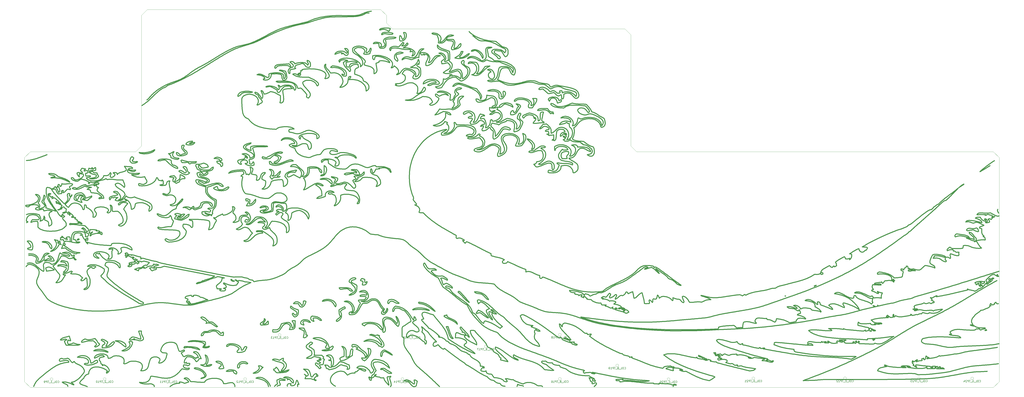
<source format=gbr>
%TF.GenerationSoftware,KiCad,Pcbnew,(5.1.9-0-10_14)*%
%TF.CreationDate,2021-02-25T21:43:52+01:00*%
%TF.ProjectId,mtf122,6d746631-3232-42e6-9b69-6361645f7063,rev?*%
%TF.SameCoordinates,PXe1237f8PYe7db780*%
%TF.FileFunction,Legend,Bot*%
%TF.FilePolarity,Positive*%
%FSLAX46Y46*%
G04 Gerber Fmt 4.6, Leading zero omitted, Abs format (unit mm)*
G04 Created by KiCad (PCBNEW (5.1.9-0-10_14)) date 2021-02-25 21:43:52*
%MOMM*%
%LPD*%
G01*
G04 APERTURE LIST*
%TA.AperFunction,Profile*%
%ADD10C,0.100000*%
%TD*%
%ADD11C,0.500000*%
%ADD12C,0.120000*%
%ADD13C,0.150000*%
G04 APERTURE END LIST*
D10*
X119255000Y126830000D02*
X122255000Y123830000D01*
X-3065000Y129830000D02*
X-65000Y126830000D01*
X-6065000Y136800000D02*
X-3065000Y133800000D01*
X122255000Y123830000D02*
X122240000Y66785000D01*
X-125760000Y136785000D02*
X-6065000Y136800000D01*
X-65000Y126830000D02*
X119255000Y126830000D01*
X-3065000Y133800000D02*
X-3065000Y129830000D01*
D11*
X-60525000Y-28777300D02*
X-61038462Y-28763992D01*
X-61038462Y-28763992D02*
X-61334460Y-28726300D01*
X-57132481Y-26825290D02*
X-57455013Y-27329381D01*
X-57455013Y-27329381D02*
X-57786724Y-27747752D01*
X-57786724Y-27747752D02*
X-58229376Y-28158860D01*
X-58229376Y-28158860D02*
X-58721229Y-28456085D01*
X-58721229Y-28456085D02*
X-59281647Y-28650570D01*
X-59281647Y-28650570D02*
X-59792363Y-28739671D01*
X-59792363Y-28739671D02*
X-60369270Y-28775854D01*
X-60369270Y-28775854D02*
X-60525000Y-28777300D01*
X-29245210Y-56641340D02*
X-29352930Y-56488250D01*
X-51470120Y107080930D02*
X-51047732Y107422998D01*
X-51047732Y107422998D02*
X-50872766Y107911217D01*
X-50872766Y107911217D02*
X-50988270Y108425470D01*
X19064680Y112276957D02*
X19130094Y111722317D01*
X19130094Y111722317D02*
X19086594Y111162947D01*
X19086594Y111162947D02*
X18960156Y110669075D01*
X18960156Y110669075D02*
X18749260Y110152560D01*
X18749260Y110152560D02*
X18507521Y109698453D01*
X18507521Y109698453D02*
X18451860Y109604557D01*
X-53174920Y108878460D02*
X-52710641Y108629783D01*
X-52710641Y108629783D02*
X-52604290Y108488800D01*
X15430900Y113454757D02*
X15094730Y113377157D01*
X-53057020Y103990410D02*
X-53057020Y103990410D01*
X-43174670Y110520950D02*
X-42745501Y110228578D01*
X-42745501Y110228578D02*
X-42404095Y109812256D01*
X-42404095Y109812256D02*
X-42165168Y109306522D01*
X-42165168Y109306522D02*
X-42043438Y108745911D01*
X-42043438Y108745911D02*
X-42053619Y108164961D01*
X-42053619Y108164961D02*
X-42088870Y107972760D01*
X-43498120Y108207490D02*
X-43287110Y108388200D01*
X16373490Y113986947D02*
X15851401Y113865043D01*
X15851401Y113865043D02*
X15454047Y113546213D01*
X15454047Y113546213D02*
X15430900Y113454757D01*
X15020440Y114638538D02*
X15623680Y114658209D01*
X15623680Y114658209D02*
X16185917Y114624873D01*
X16185917Y114624873D02*
X16705296Y114539614D01*
X16705296Y114539614D02*
X17327924Y114347038D01*
X17327924Y114347038D02*
X17866661Y114066649D01*
X17866661Y114066649D02*
X18317108Y113701016D01*
X18317108Y113701016D02*
X18674866Y113252708D01*
X18674866Y113252708D02*
X18935536Y112724293D01*
X18935536Y112724293D02*
X19064680Y112276957D01*
X15094730Y113377157D02*
X14707147Y113705844D01*
X14707147Y113705844D02*
X14435790Y114164888D01*
X14435790Y114164888D02*
X14386880Y114309008D01*
X-49826970Y106714770D02*
X-49552540Y106647570D01*
X-43287110Y108388200D02*
X-43091115Y108851652D01*
X-43091115Y108851652D02*
X-43256802Y109355852D01*
X-43256802Y109355852D02*
X-43460300Y109710640D01*
X16144400Y113365390D02*
X16517890Y113588037D01*
X16608730Y113561347D02*
X16144400Y113365390D01*
X-51819230Y106946970D02*
X-51470120Y107080930D01*
X-47964330Y108599210D02*
X-48532006Y108455616D01*
X-48532006Y108455616D02*
X-49049150Y108282972D01*
X-49049150Y108282972D02*
X-49525487Y108033255D01*
X-49525487Y108033255D02*
X-49870070Y107688540D01*
X16517890Y113588037D02*
X16373490Y113986947D01*
X18238470Y112872480D02*
X17952107Y113284207D01*
X17952107Y113284207D02*
X17561561Y113612477D01*
X17561561Y113612477D02*
X17227140Y113757307D01*
X-46719370Y108990070D02*
X-47193067Y108810542D01*
X-47193067Y108810542D02*
X-47686501Y108667589D01*
X-47686501Y108667589D02*
X-47964330Y108599210D01*
X17845090Y110963250D02*
X18053569Y111445003D01*
X18053569Y111445003D02*
X18210981Y111966664D01*
X18210981Y111966664D02*
X18279404Y112489583D01*
X18279404Y112489583D02*
X18238470Y112872480D01*
X-59920261Y108006680D02*
X-59422292Y108300679D01*
X-59422292Y108300679D02*
X-58856655Y108456879D01*
X-58856655Y108456879D02*
X-58326321Y108540079D01*
X-58326321Y108540079D02*
X-57824709Y108595161D01*
X-57824709Y108595161D02*
X-57218638Y108646393D01*
X-57218638Y108646393D02*
X-56494217Y108695954D01*
X-56494217Y108695954D02*
X-55938660Y108729142D01*
X-55938660Y108729142D02*
X-55320214Y108763202D01*
X-55320214Y108763202D02*
X-54986120Y108780760D01*
X-52745950Y103900610D02*
X-53057020Y103990410D01*
X-52454290Y109604870D02*
X-52480290Y109882190D01*
X-52126750Y107512790D02*
X-51920742Y107042960D01*
X-51920742Y107042960D02*
X-51819230Y106946970D01*
X-52605650Y104706720D02*
X-52596243Y104195746D01*
X-52596243Y104195746D02*
X-52745950Y103900610D01*
X-49552540Y106647570D02*
X-49978162Y106340230D01*
X-49978162Y106340230D02*
X-50485033Y106255839D01*
X-50485033Y106255839D02*
X-50834670Y106213760D01*
X-50834670Y106213760D02*
X-51387436Y106144181D01*
X-51387436Y106144181D02*
X-51905419Y106043363D01*
X-51905419Y106043363D02*
X-52359427Y105832368D01*
X-52359427Y105832368D02*
X-52594645Y105342338D01*
X-52594645Y105342338D02*
X-52609826Y104814103D01*
X-52609826Y104814103D02*
X-52605650Y104706720D01*
X-49870070Y107688540D02*
X-50073307Y107176484D01*
X-50073307Y107176484D02*
X-50036973Y106657365D01*
X-50036973Y106657365D02*
X-49826970Y106714770D01*
X-49409850Y109160660D02*
X-48874415Y109313951D01*
X-48874415Y109313951D02*
X-48361940Y109429157D01*
X-48361940Y109429157D02*
X-47850175Y109509523D01*
X-47850175Y109509523D02*
X-47316872Y109558292D01*
X-47316872Y109558292D02*
X-46739781Y109578706D01*
X-46739781Y109578706D02*
X-46533840Y109579770D01*
X-42886540Y107089050D02*
X-43402459Y107091336D01*
X-43402459Y107091336D02*
X-43943094Y107190760D01*
X-43943094Y107190760D02*
X-44388347Y107515739D01*
X-44388347Y107515739D02*
X-44715230Y107929290D01*
X-43460300Y109710640D02*
X-43719070Y110162396D01*
X-43719070Y110162396D02*
X-43787618Y110659683D01*
X-43787618Y110659683D02*
X-43246239Y110553568D01*
X-43246239Y110553568D02*
X-43174670Y110520950D01*
X-50216380Y109213770D02*
X-50090490Y108947740D01*
X-44930440Y109380620D02*
X-44443870Y109181858D01*
X-44443870Y109181858D02*
X-44009398Y108897507D01*
X-44009398Y108897507D02*
X-43669459Y108513949D01*
X-43669459Y108513949D02*
X-43623950Y108436800D01*
X-54986120Y108780760D02*
X-54442409Y108809174D01*
X-54442409Y108809174D02*
X-53882712Y108838953D01*
X-53882712Y108838953D02*
X-53362673Y108867427D01*
X-53362673Y108867427D02*
X-53174920Y108878460D01*
X-46533840Y109579770D02*
X-46006637Y109571526D01*
X-46006637Y109571526D02*
X-45487534Y109523397D01*
X-45487534Y109523397D02*
X-44978059Y109395763D01*
X-44978059Y109395763D02*
X-44930440Y109380620D01*
X-51448520Y110123700D02*
X-50975749Y109923353D01*
X-50975749Y109923353D02*
X-50533336Y109596633D01*
X-50533336Y109596633D02*
X-50216380Y109213770D01*
X-52604290Y108488800D02*
X-52341824Y108033949D01*
X-52341824Y108033949D02*
X-52146759Y107572805D01*
X-52146759Y107572805D02*
X-52126750Y107512790D01*
X-44715230Y107929290D02*
X-45032200Y108341277D01*
X-45032200Y108341277D02*
X-45399593Y108725838D01*
X-45399593Y108725838D02*
X-45828997Y109010747D01*
X-45828997Y109010747D02*
X-46031080Y109085270D01*
X-42088870Y107972760D02*
X-42248497Y107471926D01*
X-42248497Y107471926D02*
X-42620196Y107126402D01*
X-42620196Y107126402D02*
X-42886540Y107089050D01*
X-50090490Y108947740D02*
X-49409850Y109160660D01*
X42159730Y102938710D02*
X42159730Y102938290D01*
X-43623950Y108436800D02*
X-43498120Y108207490D01*
X-52480290Y109882190D02*
X-52013281Y110123899D01*
X-52013281Y110123899D02*
X-51488987Y110130323D01*
X-51488987Y110130323D02*
X-51448520Y110123700D01*
X21767650Y112608747D02*
X22237540Y112918545D01*
X22237540Y112918545D02*
X22748133Y113118977D01*
X22748133Y113118977D02*
X23290661Y113208192D01*
X23290661Y113208192D02*
X23856357Y113184342D01*
X23856357Y113184342D02*
X24186640Y113119237D01*
X20552800Y111124027D02*
X20861462Y111545231D01*
X20861462Y111545231D02*
X21168982Y111940413D01*
X21168982Y111940413D02*
X21519710Y112357747D01*
X21519710Y112357747D02*
X21767650Y112608747D01*
X18653540Y109470597D02*
X19158246Y109604156D01*
X19158246Y109604156D02*
X19590768Y109936210D01*
X19590768Y109936210D02*
X19961308Y110342195D01*
X19961308Y110342195D02*
X20315537Y110796535D01*
X20315537Y110796535D02*
X20552800Y111124027D01*
X18451860Y109604557D02*
X18653540Y109470597D01*
X17227140Y113757307D02*
X16729297Y113610166D01*
X16729297Y113610166D02*
X16608730Y113561347D01*
X17146040Y108178770D02*
X17088815Y108679478D01*
X17088815Y108679478D02*
X17161687Y109208853D01*
X17161687Y109208853D02*
X17319079Y109744718D01*
X17319079Y109744718D02*
X17519354Y110257832D01*
X17519354Y110257832D02*
X17726001Y110716611D01*
X17726001Y110716611D02*
X17845090Y110963250D01*
X-46031080Y109085270D02*
X-46537586Y109078754D01*
X-46537586Y109078754D02*
X-46719370Y108990070D01*
X-50988270Y108425470D02*
X-51334252Y108836957D01*
X-51334252Y108836957D02*
X-51763501Y109191506D01*
X-51763501Y109191506D02*
X-52213455Y109488935D01*
X-52213455Y109488935D02*
X-52454290Y109604870D01*
X-5570890Y123852827D02*
X-5570890Y123852827D01*
X-6210600Y126300767D02*
X-6632730Y126357267D01*
X-2135540Y124126227D02*
X-2775139Y124245225D01*
X-2775139Y124245225D02*
X-3315801Y124323485D01*
X-3315801Y124323485D02*
X-3870674Y124362560D01*
X-3870674Y124362560D02*
X-4389887Y124320813D01*
X-4389887Y124320813D02*
X-4899460Y124109417D01*
X-4899460Y124109417D02*
X-5150280Y123883827D01*
X-1117790Y127067257D02*
X-1181990Y126785017D01*
X-5499370Y126538247D02*
X-5998806Y126388318D01*
X-5998806Y126388318D02*
X-6210600Y126300767D01*
X3932580Y120645687D02*
X3932580Y120645687D01*
X-2406620Y125935387D02*
X-2875870Y126158606D01*
X-2875870Y126158606D02*
X-3383177Y126340447D01*
X-3383177Y126340447D02*
X-3906127Y126476540D01*
X-3906127Y126476540D02*
X-4422305Y126562518D01*
X-4422305Y126562518D02*
X-5001219Y126593387D01*
X-5001219Y126593387D02*
X-5499370Y126538247D01*
X-2406640Y125935397D02*
X-2406640Y125935397D01*
X-5150280Y123883827D02*
X-5570890Y123852827D01*
X-1753070Y127196047D02*
X-1117790Y127067257D01*
X-6632730Y126357267D02*
X-6289214Y126772757D01*
X-6289214Y126772757D02*
X-5786988Y127001841D01*
X-5786988Y127001841D02*
X-5407370Y127110847D01*
X-1801010Y125628657D02*
X-2268095Y125860295D01*
X-2268095Y125860295D02*
X-2406640Y125935397D01*
X19100Y124175027D02*
X-481219Y123987551D01*
X-481219Y123987551D02*
X-1049976Y123967807D01*
X-1049976Y123967807D02*
X-1630548Y124034724D01*
X-1630548Y124034724D02*
X-2135540Y124126227D01*
X-1181990Y126785017D02*
X-1385063Y126280104D01*
X-1385063Y126280104D02*
X-1631637Y125829958D01*
X-1631637Y125829958D02*
X-1801010Y125628657D01*
X-5407370Y127110847D02*
X-4817319Y127208940D01*
X-4817319Y127208940D02*
X-4212686Y127263584D01*
X-4212686Y127263584D02*
X-3692180Y127288696D01*
X-3692180Y127288696D02*
X-3167556Y127296604D01*
X-3167556Y127296604D02*
X-2665207Y127286693D01*
X-2665207Y127286693D02*
X-2108802Y127248306D01*
X-2108802Y127248306D02*
X-1753070Y127196047D01*
X-6506030Y117144637D02*
X-6766521Y117633823D01*
X-6766521Y117633823D02*
X-6902051Y118162033D01*
X-6902051Y118162033D02*
X-6934389Y118669967D01*
X-6934389Y118669967D02*
X-6916870Y118812977D01*
X-3839790Y118392337D02*
X-3843489Y118909581D01*
X-3843489Y118909581D02*
X-4052476Y119386019D01*
X-4052476Y119386019D02*
X-4287830Y119745207D01*
X22938440Y123606237D02*
X22461750Y123837343D01*
X22461750Y123837343D02*
X21939517Y123941243D01*
X21939517Y123941243D02*
X21447470Y124014387D01*
X5111030Y121459247D02*
X5592909Y121681536D01*
X5592909Y121681536D02*
X5945410Y122076184D01*
X5945410Y122076184D02*
X6035600Y122230257D01*
X3685580Y122066057D02*
X3688354Y122639152D01*
X3688354Y122639152D02*
X3710645Y123153369D01*
X3710645Y123153369D02*
X3866040Y123388997D01*
X23919640Y119578247D02*
X23571960Y119652747D01*
X24450320Y123131367D02*
X24712932Y122670841D01*
X24712932Y122670841D02*
X24884800Y122137308D01*
X24884800Y122137308D02*
X24899084Y121606688D01*
X24899084Y121606688D02*
X24754413Y121060004D01*
X24754413Y121060004D02*
X24511442Y120578472D01*
X24511442Y120578472D02*
X24236370Y120168347D01*
X-9603930Y119544247D02*
X-9234586Y119882624D01*
X-9234586Y119882624D02*
X-8700114Y120015640D01*
X-8700114Y120015640D02*
X-8150925Y120019063D01*
X-8150925Y120019063D02*
X-8071140Y120014467D01*
X-5943370Y117573057D02*
X-5399150Y117581147D01*
X-5399150Y117581147D02*
X-4886579Y117692030D01*
X-4886579Y117692030D02*
X-4475940Y117861087D01*
X6035600Y122230257D02*
X6190603Y122767455D01*
X6190603Y122767455D02*
X6206495Y123321595D01*
X6206495Y123321595D02*
X6128307Y123822635D01*
X6128307Y123822635D02*
X5965883Y124301978D01*
X5965883Y124301978D02*
X5935900Y124366637D01*
X4742900Y122246247D02*
X4935570Y121775082D01*
X4935570Y121775082D02*
X5111030Y121459247D01*
X31347450Y123492247D02*
X30820442Y123284084D01*
X30820442Y123284084D02*
X30244306Y123119048D01*
X30244306Y123119048D02*
X29717097Y122983611D01*
X29717097Y122983611D02*
X29218851Y122869818D01*
X29218851Y122869818D02*
X28816860Y122796177D01*
X28207230Y122708977D02*
X27902920Y122057327D01*
X24236370Y120168347D02*
X24758800Y120123753D01*
X24758800Y120123753D02*
X25273084Y120213117D01*
X25273084Y120213117D02*
X25304600Y120223747D01*
X-920040Y121759297D02*
X-1468187Y121719333D01*
X-1468187Y121719333D02*
X-2073159Y121660646D01*
X-2073159Y121660646D02*
X-2584952Y121592972D01*
X-2584952Y121592972D02*
X-3136646Y121484590D01*
X-3136646Y121484590D02*
X-3588710Y121286787D01*
X-4498540Y121169937D02*
X-4201758Y121591273D01*
X-4201758Y121591273D02*
X-3774390Y121946198D01*
X-3774390Y121946198D02*
X-3222079Y122232609D01*
X-3222079Y122232609D02*
X-2694065Y122410995D01*
X-2694065Y122410995D02*
X-2092591Y122543110D01*
X-2092591Y122543110D02*
X-1595014Y122611182D01*
X-1595014Y122611182D02*
X-1058961Y122652166D01*
X-1058961Y122652166D02*
X-485650Y122665607D01*
X31182750Y121411137D02*
X31441450Y121146217D01*
X27065590Y121883997D02*
X27399136Y122306350D01*
X27399136Y122306350D02*
X27824280Y122777817D01*
X27824280Y122777817D02*
X28236716Y123149396D01*
X28236716Y123149396D02*
X28750465Y123481510D01*
X28750465Y123481510D02*
X29281455Y123676258D01*
X29281455Y123676258D02*
X29850296Y123744034D01*
X29850296Y123744034D02*
X30477600Y123695232D01*
X30477600Y123695232D02*
X30611890Y123672397D01*
X5935900Y124366637D02*
X5716182Y124837851D01*
X5716182Y124837851D02*
X5661480Y124973387D01*
X23571960Y119652747D02*
X23632660Y120513377D01*
X-485650Y122665607D02*
X112830Y122651701D01*
X112830Y122651701D02*
X700222Y122615232D01*
X700222Y122615232D02*
X1217440Y122562660D01*
X1217440Y122562660D02*
X1732449Y122467736D01*
X1732449Y122467736D02*
X1819500Y122413647D01*
X20282250Y124578767D02*
X20790467Y124729710D01*
X20790467Y124729710D02*
X21074210Y124724507D01*
X1819500Y122413647D02*
X1627410Y122236937D01*
X25804960Y119762757D02*
X25300783Y119613715D01*
X25300783Y119613715D02*
X24797963Y119541391D01*
X24797963Y119541391D02*
X24243988Y119534867D01*
X24243988Y119534867D02*
X23919640Y119578267D01*
X-5790860Y119109337D02*
X-5659736Y118590434D01*
X-5659736Y118590434D02*
X-5755684Y118076937D01*
X-5755684Y118076937D02*
X-5915930Y117863157D01*
X-216510Y124705387D02*
X247138Y124485059D01*
X247138Y124485059D02*
X19100Y124175027D01*
X-5119550Y124766487D02*
X-4573550Y124957014D01*
X-4573550Y124957014D02*
X-4037691Y125055580D01*
X-4037691Y125055580D02*
X-3434062Y125106529D01*
X-3434062Y125106529D02*
X-2781380Y125110091D01*
X-2781380Y125110091D02*
X-2270940Y125081805D01*
X-2270940Y125081805D02*
X-1751336Y125027094D01*
X-1751336Y125027094D02*
X-1230464Y124946056D01*
X-1230464Y124946056D02*
X-716223Y124838787D01*
X-716223Y124838787D02*
X-216510Y124705387D01*
X-5570890Y123852877D02*
X-5507164Y124370740D01*
X-5507164Y124370740D02*
X-5150828Y124750262D01*
X-5150828Y124750262D02*
X-5119550Y124766487D01*
X23388480Y122407417D02*
X23225884Y122918999D01*
X23225884Y122918999D02*
X23044426Y123402362D01*
X23044426Y123402362D02*
X22938440Y123606237D01*
X-7172940Y119304017D02*
X-7691847Y119405471D01*
X-7691847Y119405471D02*
X-8236144Y119409713D01*
X-8236144Y119409713D02*
X-8794185Y119353934D01*
X-8794185Y119353934D02*
X-9095100Y119305017D01*
X-9095100Y119305017D02*
X-9602306Y119223401D01*
X-9602306Y119223401D02*
X-9770290Y119211217D01*
X3932560Y120645657D02*
X3696577Y121106098D01*
X3696577Y121106098D02*
X3686232Y121627537D01*
X3686232Y121627537D02*
X3685580Y122066057D01*
X28816860Y122796177D02*
X28207230Y122708977D01*
X27902920Y122057327D02*
X27634405Y121536970D01*
X27634405Y121536970D02*
X27342429Y121074907D01*
X27342429Y121074907D02*
X27028017Y120672259D01*
X27028017Y120672259D02*
X26622545Y120269085D01*
X26622545Y120269085D02*
X26188006Y119955017D01*
X26188006Y119955017D02*
X25804960Y119762757D01*
X-4475940Y117861087D02*
X-4031025Y118112566D01*
X-4031025Y118112566D02*
X-3839790Y118392337D01*
X-3481330Y120646577D02*
X-3379500Y120120525D01*
X-3379500Y120120525D02*
X-3323567Y119608035D01*
X-3323567Y119608035D02*
X-3300440Y119153867D01*
X29501370Y121411687D02*
X31182750Y121411137D01*
X23919640Y119578267D02*
X23919640Y119578267D01*
X31297950Y123555647D02*
X31347450Y123492247D01*
X-6675400Y119710817D02*
X-6182145Y119526131D01*
X-6182145Y119526131D02*
X-5812765Y119165338D01*
X-5812765Y119165338D02*
X-5790860Y119109337D01*
X30611890Y123672397D02*
X31120669Y123582398D01*
X31120669Y123582398D02*
X31297950Y123555647D01*
X-5365100Y116895657D02*
X-5900516Y116899556D01*
X-5900516Y116899556D02*
X-6397731Y117029143D01*
X-6397731Y117029143D02*
X-6506030Y117144467D01*
X-4068200Y117158187D02*
X-4516753Y116930450D01*
X-4516753Y116930450D02*
X-5065541Y116896386D01*
X-5065541Y116896386D02*
X-5365100Y116895657D01*
X-6506030Y117144467D02*
X-6506030Y117144637D01*
X5661480Y124973387D02*
X6141930Y125010087D01*
X-3300440Y119153867D02*
X-3313514Y118603418D01*
X-3313514Y118603418D02*
X-3395023Y118090295D01*
X-3395023Y118090295D02*
X-3623155Y117586707D01*
X-3623155Y117586707D02*
X-4013676Y117197293D01*
X-4013676Y117197293D02*
X-4068200Y117158187D01*
X3866040Y123388997D02*
X4296101Y123109443D01*
X4296101Y123109443D02*
X4562544Y122674071D01*
X4562544Y122674071D02*
X4742900Y122246247D01*
X21074210Y124724507D02*
X21610221Y124685444D01*
X21610221Y124685444D02*
X22124738Y124595421D01*
X22124738Y124595421D02*
X22612222Y124457050D01*
X22612222Y124457050D02*
X23175126Y124220074D01*
X23175126Y124220074D02*
X23676321Y123916734D01*
X23676321Y123916734D02*
X24104991Y123552132D01*
X24104991Y123552132D02*
X24450320Y123131367D01*
X-5915930Y117863157D02*
X-6187040Y117584557D01*
X-3588710Y121286787D02*
X-3513341Y120763254D01*
X-3513341Y120763254D02*
X-3481330Y120646577D01*
X21447470Y124014387D02*
X20945557Y124112795D01*
X20945557Y124112795D02*
X20464164Y124304511D01*
X20464164Y124304511D02*
X20282250Y124578767D01*
X30295460Y116405207D02*
X30295460Y116405207D01*
X6764250Y122013397D02*
X6461001Y121597183D01*
X6461001Y121597183D02*
X6085266Y121233819D01*
X6085266Y121233819D02*
X5673276Y120932310D01*
X5673276Y120932310D02*
X5331100Y120761217D01*
X-6187040Y117584557D02*
X-5943370Y117573057D01*
X-9770290Y119211217D02*
X-9603930Y119544247D01*
X5331100Y120761217D02*
X4837016Y120643134D01*
X4837016Y120643134D02*
X4308436Y120603149D01*
X4308436Y120603149D02*
X3932580Y120645687D01*
X-8071140Y120014467D02*
X-7532856Y119944138D01*
X-7532856Y119944138D02*
X-7043518Y119827267D01*
X-7043518Y119827267D02*
X-6675400Y119710817D01*
X25304600Y120223747D02*
X25781461Y120485311D01*
X25781461Y120485311D02*
X26194464Y120847341D01*
X26194464Y120847341D02*
X26539160Y121223597D01*
X26539160Y121223597D02*
X26857872Y121613812D01*
X26857872Y121613812D02*
X27065590Y121883997D01*
X1627410Y122236937D02*
X1151499Y122020471D01*
X1151499Y122020471D02*
X628075Y121903825D01*
X628075Y121903825D02*
X85399Y121836775D01*
X85399Y121836775D02*
X-499777Y121787781D01*
X-499777Y121787781D02*
X-920040Y121759297D01*
X-4287830Y119745207D02*
X-4549384Y120183764D01*
X-4549384Y120183764D02*
X-4647493Y120692924D01*
X-4647493Y120692924D02*
X-4498540Y121169937D01*
X-6916870Y118812977D02*
X-7117709Y119283817D01*
X-7117709Y119283817D02*
X-7172940Y119304017D01*
X23632660Y120513377D02*
X23653712Y121051308D01*
X23653712Y121051308D02*
X23605891Y121557710D01*
X23605891Y121557710D02*
X23477154Y122098973D01*
X23477154Y122098973D02*
X23388480Y122407417D01*
X6859850Y124625107D02*
X7086399Y124119086D01*
X7086399Y124119086D02*
X7174055Y123567833D01*
X7174055Y123567833D02*
X7138918Y123066997D01*
X7138918Y123066997D02*
X7002239Y122546728D01*
X7002239Y122546728D02*
X6764250Y122013397D01*
X6141930Y125010087D02*
X6639196Y124926496D01*
X6639196Y124926496D02*
X6859850Y124625107D01*
X8076360Y116289627D02*
X7574602Y116260880D01*
X7574602Y116260880D02*
X7038052Y116264161D01*
X7038052Y116264161D02*
X6461065Y116300016D01*
X6461065Y116300016D02*
X5837994Y116368993D01*
X5837994Y116368993D02*
X5302564Y116448392D01*
X5302564Y116448392D02*
X4731136Y116549620D01*
X4731136Y116549620D02*
X4120820Y116672957D01*
X30295520Y116405257D02*
X30274409Y116922515D01*
X30274409Y116922515D02*
X30427886Y117453139D01*
X30427886Y117453139D02*
X30670395Y117972070D01*
X30670395Y117972070D02*
X30748370Y118117627D01*
X-23676010Y114295077D02*
X-23387080Y114481827D01*
X5339950Y118719537D02*
X4798960Y118158827D01*
X-23516060Y113235920D02*
X-24023021Y113279417D01*
X-24023021Y113279417D02*
X-24394210Y113504967D01*
X-25183010Y114304667D02*
X-25472610Y114145807D01*
X10303780Y116131497D02*
X10765796Y115794821D01*
X10765796Y115794821D02*
X11124827Y115443193D01*
X11124827Y115443193D02*
X11426053Y114993124D01*
X11426053Y114993124D02*
X11566466Y114455341D01*
X11566466Y114455341D02*
X11459994Y113942016D01*
X11459994Y113942016D02*
X11100572Y113476387D01*
X11100572Y113476387D02*
X11015650Y113405050D01*
X5880940Y119461557D02*
X5597268Y119008208D01*
X5597268Y119008208D02*
X5339950Y118719537D01*
X-23502460Y115484147D02*
X-23831664Y115869454D01*
X-23831664Y115869454D02*
X-24151112Y116266101D01*
X-24151112Y116266101D02*
X-24222860Y116359957D01*
X11015650Y113405050D02*
X10583812Y113108714D01*
X10583812Y113108714D02*
X10127745Y112884656D01*
X10127745Y112884656D02*
X10052170Y112896650D01*
X4798960Y118158827D02*
X5082860Y118133427D01*
X5280220Y119880847D02*
X5755518Y119669959D01*
X5755518Y119669959D02*
X5880940Y119461557D01*
X6453410Y117124507D02*
X7017459Y117108467D01*
X7017459Y117108467D02*
X7557115Y117061771D01*
X7557115Y117061771D02*
X8072751Y116984306D01*
X8072751Y116984306D02*
X8564745Y116875960D01*
X8564745Y116875960D02*
X9147058Y116696927D01*
X9147058Y116696927D02*
X9693747Y116469245D01*
X9693747Y116469245D02*
X10205543Y116192692D01*
X10205543Y116192692D02*
X10303780Y116131497D01*
X-22667260Y115518047D02*
X-22638942Y114986661D01*
X-22638942Y114986661D02*
X-22683183Y114438176D01*
X-22683183Y114438176D02*
X-22780717Y113918763D01*
X-22780717Y113918763D02*
X-22900690Y113564147D01*
X-742400Y116321657D02*
X-871880Y115822457D01*
X-871880Y115822457D02*
X-916470Y115711907D01*
X27819990Y121412237D02*
X29501370Y121411687D01*
X27893790Y121239997D02*
X27819990Y121412237D01*
X-1194820Y115770407D02*
X-1425715Y116224965D01*
X-1425715Y116224965D02*
X-1445450Y116315257D01*
X35166220Y118790367D02*
X35045944Y118261358D01*
X35045944Y118261358D02*
X34783928Y117793174D01*
X34783928Y117793174D02*
X34370097Y117374481D01*
X34370097Y117374481D02*
X33886919Y117046401D01*
X33886919Y117046401D02*
X33388840Y116789267D01*
X10052170Y112896650D02*
X10052170Y112896650D01*
X33875590Y118294837D02*
X34206027Y118718310D01*
X34206027Y118718310D02*
X34579869Y119084536D01*
X34579869Y119084536D02*
X35014883Y119334068D01*
X35014883Y119334068D02*
X35102420Y119345347D01*
X31515250Y117029737D02*
X31706900Y116820907D01*
X30748370Y118117627D02*
X30995117Y118636658D01*
X30995117Y118636658D02*
X31157337Y119127248D01*
X31157337Y119127248D02*
X31239477Y119655785D01*
X31239477Y119655785D02*
X31178690Y120154343D01*
X31178690Y120154343D02*
X30849860Y120540617D01*
X-25595240Y114339877D02*
X-25960420Y114554167D01*
X-26011870Y114258377D02*
X-25595240Y114339877D01*
X5543990Y117125407D02*
X6453410Y117124507D01*
X29469160Y120723957D02*
X28900867Y120763529D01*
X28900867Y120763529D02*
X28391724Y120840110D01*
X28391724Y120840110D02*
X27959117Y121113368D01*
X27959117Y121113368D02*
X27893790Y121239997D01*
X-28882900Y114740117D02*
X-28417367Y115018390D01*
X-28417367Y115018390D02*
X-27883122Y115224735D01*
X-27883122Y115224735D02*
X-27357174Y115346920D01*
X-27357174Y115346920D02*
X-26774752Y115415196D01*
X-26774752Y115415196D02*
X-26597720Y115424877D01*
X5959450Y117369217D02*
X5543990Y117125407D01*
X-650300Y116780947D02*
X-742400Y116321657D01*
X-24538940Y116780977D02*
X-24197950Y116805177D01*
X-24197950Y116805177D02*
X-23647090Y116745140D01*
X-23647090Y116745140D02*
X-23190865Y116495891D01*
X-23190865Y116495891D02*
X-22855510Y116079503D01*
X-22855510Y116079503D02*
X-22681850Y115595408D01*
X-22681850Y115595408D02*
X-22667260Y115518047D01*
X-25960420Y114554167D02*
X-26480579Y114742317D01*
X-26480579Y114742317D02*
X-27018160Y114695061D01*
X-27018160Y114695061D02*
X-27596595Y114527381D01*
X-27596595Y114527381D02*
X-28102957Y114346601D01*
X-28102957Y114346601D02*
X-28729110Y114106877D01*
X-23977760Y114626887D02*
X-23676010Y114295077D01*
X-26597720Y115424877D02*
X-26026662Y115429199D01*
X-26026662Y115429199D02*
X-25527713Y115389467D01*
X-25527713Y115389467D02*
X-25012423Y115280061D01*
X-25012423Y115280061D02*
X-24508107Y115061760D01*
X-24508107Y115061760D02*
X-24086315Y114739182D01*
X-24086315Y114739182D02*
X-23977760Y114626887D01*
X7738220Y119603667D02*
X7967298Y119134401D01*
X7967298Y119134401D02*
X7709784Y118635364D01*
X7709784Y118635364D02*
X7315786Y118268428D01*
X7315786Y118268428D02*
X6866097Y117937598D01*
X6866097Y117937598D02*
X6293180Y117569007D01*
X6293180Y117569007D02*
X5959450Y117369217D01*
X-28729110Y114106877D02*
X-29215921Y113930894D01*
X-29215921Y113930894D02*
X-29531370Y113854777D01*
X-26140740Y113986947D02*
X-26011870Y114258377D01*
X-25472610Y114145807D02*
X-25968179Y113998972D01*
X-25968179Y113998972D02*
X-26140740Y113986947D01*
X3069340Y117588177D02*
X3526660Y117921027D01*
X-101450Y116916377D02*
X-650300Y116780947D01*
X-1445450Y116315257D02*
X-1305068Y116893779D01*
X-1305068Y116893779D02*
X-875267Y117302769D01*
X-875267Y117302769D02*
X-374185Y117564947D01*
X-374185Y117564947D02*
X230069Y117756116D01*
X230069Y117756116D02*
X730642Y117845554D01*
X730642Y117845554D02*
X1255993Y117883038D01*
X1255993Y117883038D02*
X1791870Y117863422D01*
X1791870Y117863422D02*
X2324018Y117781558D01*
X2324018Y117781558D02*
X2498110Y117739547D01*
X46056090Y112040180D02*
X46056090Y112040180D01*
X7256340Y119445427D02*
X7738220Y119603667D01*
X30756720Y116130277D02*
X30307965Y116360290D01*
X30307965Y116360290D02*
X30295460Y116405207D01*
X33388840Y116789267D02*
X32861538Y116584258D01*
X32861538Y116584258D02*
X32317925Y116418125D01*
X32317925Y116418125D02*
X31754367Y116277029D01*
X31754367Y116277029D02*
X31232110Y116176305D01*
X31232110Y116176305D02*
X30756720Y116130277D01*
X35102420Y119345347D02*
X35169224Y118823728D01*
X35169224Y118823728D02*
X35166220Y118790367D01*
X31706900Y116820907D02*
X32215407Y116908751D01*
X32215407Y116908751D02*
X32711838Y117098524D01*
X32711838Y117098524D02*
X33132320Y117365877D01*
X-24991290Y114051247D02*
X-25183010Y114304667D01*
X31441450Y121146217D02*
X31775741Y120718270D01*
X31775741Y120718270D02*
X31960545Y120220083D01*
X31960545Y120220083D02*
X32001385Y119693822D01*
X32001385Y119693822D02*
X31960583Y119166909D01*
X31960583Y119166909D02*
X31854927Y118520298D01*
X31854927Y118520298D02*
X31733380Y117942594D01*
X31733380Y117942594D02*
X31575770Y117274335D01*
X31575770Y117274335D02*
X31515250Y117029737D01*
X30849860Y120540617D02*
X30360262Y120646864D01*
X30360262Y120646864D02*
X29843821Y120699334D01*
X29843821Y120699334D02*
X29469160Y120723957D01*
X3526660Y117921027D02*
X3917784Y118281966D01*
X3917784Y118281966D02*
X4274484Y118682432D01*
X4274484Y118682432D02*
X4575710Y119067177D01*
X2498110Y117739547D02*
X3069340Y117588177D01*
X4120820Y116672957D02*
X3620757Y116773493D01*
X3620757Y116773493D02*
X2982298Y116882831D01*
X2982298Y116882831D02*
X2378813Y116963779D01*
X2378813Y116963779D02*
X1813182Y117016170D01*
X1813182Y117016170D02*
X1288288Y117039838D01*
X1288288Y117039838D02*
X693847Y117028777D01*
X693847Y117028777D02*
X173188Y116972251D01*
X173188Y116972251D02*
X-101450Y116916377D01*
X4575710Y119067177D02*
X4898329Y119488141D01*
X4898329Y119488141D02*
X5245487Y119864178D01*
X5245487Y119864178D02*
X5280220Y119880847D01*
X33132320Y117365877D02*
X33465150Y117744816D01*
X33465150Y117744816D02*
X33776373Y118154629D01*
X33776373Y118154629D02*
X33875590Y118294837D01*
X-24222860Y116359957D02*
X-24538940Y116780977D01*
X-22900690Y113564147D02*
X-23305869Y113249994D01*
X-23305869Y113249994D02*
X-23516060Y113235920D01*
X-29531370Y113854777D02*
X-29298290Y114333653D01*
X-29298290Y114333653D02*
X-28915708Y114715488D01*
X-28915708Y114715488D02*
X-28882900Y114740117D01*
X-23387080Y114481827D02*
X-23130818Y114933540D01*
X-23130818Y114933540D02*
X-23417853Y115386742D01*
X-23417853Y115386742D02*
X-23502460Y115484147D01*
X5082860Y118133427D02*
X5648214Y118146696D01*
X5648214Y118146696D02*
X6164846Y118281940D01*
X6164846Y118281940D02*
X6611046Y118526054D01*
X6611046Y118526054D02*
X7013635Y118930972D01*
X7013635Y118930972D02*
X7256340Y119445427D01*
X-916470Y115711907D02*
X-1194820Y115770407D01*
X-24394210Y113504967D02*
X-24394210Y113504967D01*
X-24394210Y113505027D02*
X-24795958Y113841506D01*
X-24795958Y113841506D02*
X-24991290Y114051247D01*
X9145270Y111178150D02*
X8646927Y111354190D01*
X8646927Y111354190D02*
X8093847Y111503911D01*
X8093847Y111503911D02*
X7537262Y111616221D01*
X7537262Y111616221D02*
X7028407Y111680031D01*
X7028407Y111680031D02*
X6778780Y111690450D01*
X17146050Y108178857D02*
X17146050Y108178857D01*
X43753880Y115135187D02*
X43316252Y115432801D01*
X43316252Y115432801D02*
X42868435Y115688534D01*
X42868435Y115688534D02*
X42350227Y115776076D01*
X42350227Y115776076D02*
X41834419Y115656906D01*
X41834419Y115656906D02*
X41668720Y115605957D01*
X46056090Y112040180D02*
X45854273Y112604898D01*
X45854273Y112604898D02*
X45590776Y113143870D01*
X45590776Y113143870D02*
X45267780Y113654163D01*
X45267780Y113654163D02*
X44887463Y114132848D01*
X44887463Y114132848D02*
X44452005Y114576993D01*
X44452005Y114576993D02*
X44065403Y114905470D01*
X44065403Y114905470D02*
X43753880Y115135187D01*
X34894990Y112090380D02*
X35451014Y112096348D01*
X35451014Y112096348D02*
X35960978Y112203384D01*
X35960978Y112203384D02*
X36498473Y112440447D01*
X36498473Y112440447D02*
X36940019Y112705429D01*
X36940019Y112705429D02*
X37459978Y113062081D01*
X37459978Y113062081D02*
X37575740Y113145340D01*
X18207170Y108093357D02*
X17706260Y107975860D01*
X17706260Y107975860D02*
X17204151Y108045915D01*
X17204151Y108045915D02*
X17146050Y108178857D01*
X35158060Y114923847D02*
X35219960Y115288287D01*
X1011260Y112341140D02*
X1050668Y112848878D01*
X1050668Y112848878D02*
X1199204Y113349698D01*
X1199204Y113349698D02*
X1469561Y113789156D01*
X1469561Y113789156D02*
X1873660Y114191658D01*
X1873660Y114191658D02*
X1934170Y114240587D01*
X2662540Y110436620D02*
X2527560Y110216180D01*
X37575740Y113145340D02*
X38043692Y113475743D01*
X38043692Y113475743D02*
X38524767Y113792913D01*
X38524767Y113792913D02*
X38968678Y114050044D01*
X38968678Y114050044D02*
X39446380Y114182347D01*
X34395750Y112562500D02*
X34621547Y112110651D01*
X34621547Y112110651D02*
X34894990Y112090380D01*
X2005200Y110570220D02*
X1577467Y110900087D01*
X1577467Y110900087D02*
X1251758Y111282814D01*
X1251758Y111282814D02*
X1059273Y111781369D01*
X1059273Y111781369D02*
X1011260Y112341140D01*
X3795350Y114101777D02*
X3294306Y114022257D01*
X3294306Y114022257D02*
X2769286Y113912288D01*
X2769286Y113912288D02*
X2493210Y113829067D01*
X32707950Y112403090D02*
X33240883Y112694911D01*
X33240883Y112694911D02*
X33706244Y112990491D01*
X33706244Y112990491D02*
X34195063Y113367455D01*
X34195063Y113367455D02*
X34583238Y113755373D01*
X34583238Y113755373D02*
X34920062Y114239309D01*
X34920062Y114239309D02*
X35120652Y114747961D01*
X35120652Y114747961D02*
X35158060Y114923847D01*
X16088870Y116628047D02*
X15785210Y116319217D01*
X39446380Y114182347D02*
X39207591Y113711350D01*
X39207591Y113711350D02*
X39152610Y113635637D01*
X13600620Y112978810D02*
X13532820Y112162030D01*
X6778780Y111690450D02*
X6267251Y111639532D01*
X6267251Y111639532D02*
X5783956Y111471516D01*
X5783956Y111471516D02*
X5366301Y111133193D01*
X5366301Y111133193D02*
X5341100Y111098930D01*
X5496770Y114546837D02*
X5130250Y114389887D01*
X24011850Y112896587D02*
X23525349Y112740661D01*
X23525349Y112740661D02*
X23068740Y112514753D01*
X23068740Y112514753D02*
X22625763Y112205047D01*
X22625763Y112205047D02*
X22180163Y111797730D01*
X22180163Y111797730D02*
X21810870Y111392311D01*
X21810870Y111392311D02*
X21421170Y110908504D01*
X21421170Y110908504D02*
X21110496Y110489953D01*
X21110496Y110489953D02*
X21002740Y110339237D01*
X13269140Y112231930D02*
X12720114Y112211847D01*
X12720114Y112211847D02*
X12232183Y112044756D01*
X12232183Y112044756D02*
X11726490Y111827960D01*
X11726490Y111827960D02*
X11305490Y111634600D01*
X8838410Y112228550D02*
X9352652Y112066164D01*
X9352652Y112066164D02*
X9884341Y112002489D01*
X9884341Y112002489D02*
X10224950Y112010880D01*
X2370320Y111745610D02*
X2639999Y111320160D01*
X2639999Y111320160D02*
X2789658Y110808738D01*
X2789658Y110808738D02*
X2662540Y110436620D01*
X2493210Y113829067D02*
X2067048Y113551997D01*
X2067048Y113551997D02*
X1847773Y113050405D01*
X1847773Y113050405D02*
X1932732Y112545350D01*
X1932732Y112545350D02*
X2183423Y112031158D01*
X2183423Y112031158D02*
X2370320Y111745610D01*
X24545010Y113028637D02*
X24011850Y112896587D01*
X14386880Y114309008D02*
X14312480Y114585638D01*
X14574330Y116434497D02*
X15089567Y116582745D01*
X15089567Y116582745D02*
X15615727Y116649985D01*
X15615727Y116649985D02*
X16088870Y116628047D01*
X32668900Y111769780D02*
X32176135Y111890156D01*
X32176135Y111890156D02*
X32037720Y111920120D01*
X8987760Y115086437D02*
X9161530Y115332807D01*
X4959640Y110969500D02*
X4959640Y110969500D01*
X13532820Y112162030D02*
X13269140Y112231930D01*
X9563070Y115205297D02*
X9064152Y115084655D01*
X9064152Y115084655D02*
X8987760Y115086437D01*
X10326620Y113512877D02*
X10511654Y113984649D01*
X10511654Y113984649D02*
X10595279Y114487755D01*
X10595279Y114487755D02*
X10514106Y114997559D01*
X10514106Y114997559D02*
X10433570Y115138997D01*
X32668900Y111769830D02*
X32668900Y111769830D01*
X24186640Y113119237D02*
X24545010Y113028637D01*
X21002740Y110339237D02*
X20638387Y109844824D01*
X20638387Y109844824D02*
X20298123Y109427392D01*
X20298123Y109427392D02*
X19891563Y109001724D01*
X19891563Y109001724D02*
X19487785Y108668337D01*
X19487785Y108668337D02*
X18979658Y108368177D01*
X18979658Y108368177D02*
X18513834Y108183044D01*
X18513834Y108183044D02*
X18207170Y108093357D01*
X35219960Y115288287D02*
X35698630Y115288287D01*
X35838390Y114471537D02*
X35561546Y113972082D01*
X35561546Y113972082D02*
X35249434Y113500497D01*
X35249434Y113500497D02*
X34917894Y113077743D01*
X34917894Y113077743D02*
X34535522Y112681283D01*
X34535522Y112681283D02*
X34395750Y112562500D01*
X35698630Y115288287D02*
X36177300Y115217887D01*
X10224950Y112010880D02*
X10811280Y112075195D01*
X10811280Y112075195D02*
X11308538Y112224543D01*
X11308538Y112224543D02*
X11739883Y112478607D01*
X11739883Y112478607D02*
X12128476Y112857070D01*
X12128476Y112857070D02*
X12424132Y113262636D01*
X12424132Y113262636D02*
X12719107Y113770492D01*
X12719107Y113770492D02*
X12947025Y114224575D01*
X12947025Y114224575D02*
X13025260Y114390717D01*
X32037720Y111920120D02*
X32415769Y112247961D01*
X32415769Y112247961D02*
X32707950Y112403090D01*
X6230100Y112274740D02*
X6703445Y112485707D01*
X6703445Y112485707D02*
X7236158Y112525562D01*
X7236158Y112525562D02*
X7453540Y112514600D01*
X4959670Y110969520D02*
X5053636Y111470050D01*
X5053636Y111470050D02*
X5489623Y111845837D01*
X5489623Y111845837D02*
X5948892Y112125306D01*
X5948892Y112125306D02*
X6230100Y112274740D01*
X36177300Y115217887D02*
X35969977Y114739540D01*
X35969977Y114739540D02*
X35838390Y114471537D01*
X44779930Y115211017D02*
X45287825Y114786137D01*
X45287825Y114786137D02*
X45719309Y114326160D01*
X45719309Y114326160D02*
X46067304Y113847207D01*
X46067304Y113847207D02*
X46324732Y113365399D01*
X46324732Y113365399D02*
X46508377Y112783683D01*
X46508377Y112783683D02*
X46525632Y112254180D01*
X46525632Y112254180D02*
X46307240Y111732030D01*
X40652410Y115768817D02*
X41200883Y116045288D01*
X41200883Y116045288D02*
X41803263Y116184625D01*
X41803263Y116184625D02*
X42315648Y116198484D01*
X42315648Y116198484D02*
X42848251Y116126507D01*
X42848251Y116126507D02*
X43394724Y115969553D01*
X43394724Y115969553D02*
X43948719Y115728478D01*
X43948719Y115728478D02*
X44503888Y115404141D01*
X44503888Y115404141D02*
X44779930Y115211017D01*
X41668720Y115605957D02*
X41143366Y115450127D01*
X41143366Y115450127D02*
X40633863Y115383354D01*
X40633863Y115383354D02*
X40473750Y115466687D01*
X5130250Y114389887D02*
X4631802Y114250332D01*
X4631802Y114250332D02*
X4099045Y114147759D01*
X4099045Y114147759D02*
X3795350Y114101777D01*
X7453540Y112514600D02*
X7969655Y112457545D01*
X7969655Y112457545D02*
X8483457Y112341508D01*
X8483457Y112341508D02*
X8838410Y112228550D01*
X39152610Y113635637D02*
X38785906Y113227905D01*
X38785906Y113227905D02*
X38326491Y112856019D01*
X38326491Y112856019D02*
X37789187Y112524244D01*
X37789187Y112524244D02*
X37188817Y112236846D01*
X37188817Y112236846D02*
X36540201Y111998090D01*
X36540201Y111998090D02*
X35858163Y111812242D01*
X35858163Y111812242D02*
X35157523Y111683566D01*
X35157523Y111683566D02*
X34453105Y111616329D01*
X34453105Y111616329D02*
X33759729Y111614795D01*
X33759729Y111614795D02*
X33092218Y111683229D01*
X33092218Y111683229D02*
X32668900Y111769830D01*
X11305490Y111634600D02*
X10829975Y111415284D01*
X10829975Y111415284D02*
X10294510Y111187545D01*
X10294510Y111187545D02*
X9809029Y111051011D01*
X9809029Y111051011D02*
X9299762Y111118482D01*
X9299762Y111118482D02*
X9145270Y111178150D01*
X13025260Y114390717D02*
X13291535Y114938658D01*
X13291535Y114938658D02*
X13536871Y115386148D01*
X13536871Y115386148D02*
X13815121Y115805694D01*
X13815121Y115805694D02*
X14181851Y116196327D01*
X14181851Y116196327D02*
X14574330Y116434497D01*
X2527560Y110216180D02*
X2005200Y110570220D01*
X15785210Y116319217D02*
X15314622Y116062436D01*
X15314622Y116062436D02*
X14901090Y115760672D01*
X14901090Y115760672D02*
X14463934Y115319488D01*
X14463934Y115319488D02*
X14114833Y114806345D01*
X14114833Y114806345D02*
X13898542Y114343396D01*
X13898542Y114343396D02*
X13737905Y113833322D01*
X13737905Y113833322D02*
X13632610Y113275647D01*
X13632610Y113275647D02*
X13600620Y112978810D01*
X1934170Y114240587D02*
X2429590Y114561488D01*
X2429590Y114561488D02*
X2968593Y114778057D01*
X2968593Y114778057D02*
X3540889Y114888640D01*
X3540889Y114888640D02*
X4136191Y114891583D01*
X4136191Y114891583D02*
X4642426Y114810617D01*
X4642426Y114810617D02*
X4947930Y114725207D01*
X5341100Y111098930D02*
X4959640Y110969500D01*
X9091730Y116111577D02*
X8631137Y116326041D01*
X8631137Y116326041D02*
X8076360Y116289627D01*
X9161530Y115332807D02*
X9354956Y115809597D01*
X9354956Y115809597D02*
X9091730Y116111577D01*
X10433570Y115138997D02*
X9949393Y115318660D01*
X9949393Y115318660D02*
X9563070Y115205297D01*
X4947930Y114725207D02*
X5496770Y114546837D01*
X14312480Y114585638D02*
X15020440Y114638538D01*
X10052200Y112896710D02*
X10258247Y113374237D01*
X10258247Y113374237D02*
X10326620Y113512877D01*
X46307240Y111732030D02*
X46056090Y112040180D01*
X40473750Y115466687D02*
X40652410Y115768817D01*
X62315780Y103171900D02*
X61781191Y103286501D01*
X61781191Y103286501D02*
X61352708Y103550456D01*
X61352708Y103550456D02*
X61040110Y103837020D01*
X82317350Y97400380D02*
X82813885Y97618426D01*
X82813885Y97618426D02*
X83355482Y97830056D01*
X83355482Y97830056D02*
X83854226Y97907557D01*
X83854226Y97907557D02*
X84400246Y97873247D01*
X84400246Y97873247D02*
X85016632Y97783130D01*
X85016632Y97783130D02*
X85627638Y97679946D01*
X85627638Y97679946D02*
X86121495Y97594549D01*
X86121495Y97594549D02*
X86694340Y97496080D01*
X-77833380Y93113580D02*
X-78244765Y92747493D01*
X-78244765Y92747493D02*
X-78647572Y92447580D01*
X-78647572Y92447580D02*
X-79102284Y92200256D01*
X-79102284Y92200256D02*
X-79242050Y92170410D01*
X-77947790Y94219040D02*
X-77481238Y94430309D01*
X-77481238Y94430309D02*
X-76937644Y94611334D01*
X-76937644Y94611334D02*
X-76435360Y94718262D01*
X-76435360Y94718262D02*
X-75865409Y94787928D01*
X-75865409Y94787928D02*
X-75315440Y94822484D01*
X-75315440Y94822484D02*
X-75071820Y94831290D01*
X80835060Y97319010D02*
X81227320Y97046070D01*
X57689430Y106855920D02*
X57176759Y106830477D01*
X57176759Y106830477D02*
X56662427Y106720309D01*
X56662427Y106720309D02*
X56412090Y106596470D01*
X86694340Y97496080D02*
X87274492Y97396083D01*
X87274492Y97396083D02*
X87818507Y97300128D01*
X87818507Y97300128D02*
X88328350Y97207774D01*
X88328350Y97207774D02*
X89033337Y97075025D01*
X89033337Y97075025D02*
X89672482Y96947887D01*
X89672482Y96947887D02*
X90252411Y96824867D01*
X90252411Y96824867D02*
X90779755Y96704470D01*
X90779755Y96704470D02*
X91412533Y96545439D01*
X91412533Y96545439D02*
X91979317Y96384876D01*
X91979317Y96384876D02*
X92495817Y96219239D01*
X92495817Y96219239D02*
X92740120Y96133410D01*
X38770200Y111652970D02*
X38454200Y111506610D01*
X51929590Y110694020D02*
X52407038Y110498181D01*
X52407038Y110498181D02*
X52677870Y110513990D01*
X79374900Y98599150D02*
X79898740Y98403641D01*
X79898740Y98403641D02*
X80318471Y98123574D01*
X80318471Y98123574D02*
X80662942Y97710303D01*
X80662942Y97710303D02*
X80835060Y97319010D01*
X70132160Y100201510D02*
X70683954Y100239239D01*
X70683954Y100239239D02*
X71236711Y100244075D01*
X71236711Y100244075D02*
X71759704Y100220334D01*
X71759704Y100220334D02*
X71943350Y100206510D01*
X50538650Y111884450D02*
X51002341Y111616316D01*
X51002341Y111616316D02*
X51433583Y111306080D01*
X51433583Y111306080D02*
X51801155Y110932654D01*
X51801155Y110932654D02*
X51929590Y110694020D01*
X48910610Y114752187D02*
X49023575Y114212580D01*
X49023575Y114212580D02*
X49102651Y113675320D01*
X49102651Y113675320D02*
X49129420Y113293630D01*
X52677870Y110513990D02*
X53239854Y110519707D01*
X53239854Y110519707D02*
X53809812Y110491179D01*
X53809812Y110491179D02*
X54435185Y110436244D01*
X54435185Y110436244D02*
X54952081Y110375716D01*
X54952081Y110375716D02*
X55464500Y110302455D01*
X55464500Y110302455D02*
X56071684Y110195799D01*
X56071684Y110195799D02*
X56404900Y110125150D01*
X22941140Y96454770D02*
X22496365Y96705653D01*
X22496365Y96705653D02*
X22140424Y97058159D01*
X22140424Y97058159D02*
X22126830Y97105010D01*
X-79242050Y92170410D02*
X-79336850Y92457470D01*
X-74199580Y94195450D02*
X-74780679Y94210961D01*
X-74780679Y94210961D02*
X-75419418Y94211478D01*
X-75419418Y94211478D02*
X-75932168Y94180167D01*
X-75932168Y94180167D02*
X-76444974Y94081667D01*
X-76444974Y94081667D02*
X-76955403Y93851694D01*
X-76955403Y93851694D02*
X-77367079Y93544943D01*
X-77367079Y93544943D02*
X-77833380Y93113580D01*
X-72158680Y94278650D02*
X-72650543Y94178652D01*
X-72650543Y94178652D02*
X-73218563Y94169772D01*
X-73218563Y94169772D02*
X-73815440Y94183509D01*
X-73815440Y94183509D02*
X-74199580Y94195450D01*
X86781090Y91737400D02*
X86780950Y91737950D01*
X87886950Y93356360D02*
X87882950Y92454450D01*
X88514000Y93613830D02*
X87886950Y93356360D01*
X87346500Y90951220D02*
X86840633Y90967575D01*
X86840633Y90967575D02*
X86782458Y91498309D01*
X86782458Y91498309D02*
X86781090Y91737400D01*
X56404900Y110125150D02*
X56916287Y110000284D01*
X56916287Y110000284D02*
X57414845Y109862817D01*
X57414845Y109862817D02*
X57899387Y109713377D01*
X57899387Y109713377D02*
X58597326Y109468138D01*
X58597326Y109468138D02*
X59257055Y109199486D01*
X59257055Y109199486D02*
X59874569Y108909536D01*
X59874569Y108909536D02*
X60445865Y108600405D01*
X60445865Y108600405D02*
X60966937Y108274208D01*
X60966937Y108274208D02*
X61433782Y107933061D01*
X61433782Y107933061D02*
X61842393Y107579081D01*
X61842393Y107579081D02*
X62188767Y107214382D01*
X62188767Y107214382D02*
X62383130Y106966340D01*
X87882950Y92454450D02*
X87859676Y91899001D01*
X87859676Y91899001D02*
X87760708Y91395009D01*
X87760708Y91395009D02*
X87450510Y90999161D01*
X87450510Y90999161D02*
X87346500Y90951220D01*
X38454200Y111506610D02*
X38645530Y111770660D01*
X50119860Y117048887D02*
X49582255Y116965001D01*
X49582255Y116965001D02*
X49094316Y116838926D01*
X49094316Y116838926D02*
X48759260Y116624217D01*
X92544900Y92426700D02*
X92189069Y92812431D01*
X92189069Y92812431D02*
X91815945Y93168782D01*
X91815945Y93168782D02*
X91444650Y93464020D01*
X92740120Y96133410D02*
X93307792Y95911619D01*
X93307792Y95911619D02*
X93790802Y95684097D01*
X93790802Y95684097D02*
X94290579Y95378204D01*
X94290579Y95378204D02*
X94692850Y95032359D01*
X94692850Y95032359D02*
X95016938Y94629342D01*
X95016938Y94629342D02*
X95282164Y94151933D01*
X95282164Y94151933D02*
X95464950Y93704870D01*
X91444650Y93464020D02*
X90951292Y93719725D01*
X90951292Y93719725D02*
X90430809Y93870438D01*
X90430809Y93870438D02*
X89884294Y93916103D01*
X89884294Y93916103D02*
X89312841Y93856667D01*
X89312841Y93856667D02*
X88818368Y93726810D01*
X88818368Y93726810D02*
X88514000Y93613830D01*
X94278400Y91142560D02*
X93781984Y91277380D01*
X93781984Y91277380D02*
X93342401Y91603016D01*
X93342401Y91603016D02*
X92962739Y91965781D01*
X92962739Y91965781D02*
X92617013Y92343196D01*
X92617013Y92343196D02*
X92544900Y92426700D01*
X95464950Y93704870D02*
X95616296Y93121447D01*
X95616296Y93121447D02*
X95635475Y92589720D01*
X95635475Y92589720D02*
X95491178Y92035347D01*
X95491178Y92035347D02*
X95172646Y91590202D01*
X95172646Y91590202D02*
X94688653Y91273261D01*
X94688653Y91273261D02*
X94278400Y91142560D01*
X74335860Y99628680D02*
X74802147Y99388336D01*
X74802147Y99388336D02*
X75339261Y99204638D01*
X75339261Y99204638D02*
X75931399Y99074571D01*
X75931399Y99074571D02*
X76426581Y98994189D01*
X76426581Y98994189D02*
X77023749Y98913788D01*
X77023749Y98913788D02*
X77549716Y98850853D01*
X77549716Y98850853D02*
X77741460Y98829010D01*
X66693240Y99384330D02*
X67291902Y99556302D01*
X67291902Y99556302D02*
X67797284Y99699960D01*
X67797284Y99699960D02*
X68347635Y99852596D01*
X68347635Y99852596D02*
X68878786Y99990765D01*
X68878786Y99990765D02*
X69433461Y100110618D01*
X69433461Y100110618D02*
X69982714Y100186490D01*
X69982714Y100186490D02*
X70132160Y100201510D01*
X53876340Y100780900D02*
X54356187Y100575330D01*
X54356187Y100575330D02*
X54891198Y100361999D01*
X54891198Y100361999D02*
X55387599Y100168357D01*
X55387599Y100168357D02*
X55902772Y99970614D01*
X55902772Y99970614D02*
X56397929Y99783840D01*
X56397929Y99783840D02*
X56929634Y99588752D01*
X56929634Y99588752D02*
X57099620Y99528700D01*
X60339680Y105134480D02*
X60106136Y105634943D01*
X60106136Y105634943D02*
X59815985Y106119236D01*
X59815985Y106119236D02*
X59431149Y106518673D01*
X59431149Y106518673D02*
X58957782Y106751407D01*
X58957782Y106751407D02*
X58458600Y106842096D01*
X58458600Y106842096D02*
X57832498Y106859525D01*
X57832498Y106859525D02*
X57689430Y106855920D01*
X57099620Y99528700D02*
X57704634Y99329479D01*
X57704634Y99329479D02*
X58300166Y99155750D01*
X58300166Y99155750D02*
X58888093Y99007484D01*
X58888093Y99007484D02*
X59470291Y98884653D01*
X59470291Y98884653D02*
X60048639Y98787229D01*
X60048639Y98787229D02*
X60625013Y98715184D01*
X60625013Y98715184D02*
X61201291Y98668489D01*
X61201291Y98668489D02*
X61779351Y98647115D01*
X61779351Y98647115D02*
X62361069Y98651036D01*
X62361069Y98651036D02*
X62948324Y98680222D01*
X62948324Y98680222D02*
X63542991Y98734645D01*
X63542991Y98734645D02*
X64146950Y98814278D01*
X64146950Y98814278D02*
X64762077Y98919091D01*
X64762077Y98919091D02*
X65390249Y99049056D01*
X65390249Y99049056D02*
X66033344Y99204145D01*
X66033344Y99204145D02*
X66693240Y99384330D01*
X48759260Y116624217D02*
X48694671Y116107242D01*
X48694671Y116107242D02*
X48742506Y115600743D01*
X48742506Y115600743D02*
X48836188Y115075970D01*
X48836188Y115075970D02*
X48910610Y114752187D01*
X54066760Y101142120D02*
X53876340Y100780900D01*
X54945330Y103882180D02*
X54816223Y103313223D01*
X54816223Y103313223D02*
X54672828Y102724942D01*
X54672828Y102724942D02*
X54517343Y102168738D01*
X54517343Y102168738D02*
X54342610Y101675749D01*
X54342610Y101675749D02*
X54097158Y101190892D01*
X54097158Y101190892D02*
X54066760Y101142120D01*
X56412090Y106596470D02*
X55965753Y106283951D01*
X55965753Y106283951D02*
X55617144Y105864751D01*
X55617144Y105864751D02*
X55371837Y105375595D01*
X55371837Y105375595D02*
X55189730Y104847894D01*
X55189730Y104847894D02*
X55050247Y104331588D01*
X55050247Y104331588D02*
X54945330Y103882180D01*
X63039940Y104877320D02*
X62918993Y104340041D01*
X62918993Y104340041D02*
X62724211Y103822797D01*
X62724211Y103822797D02*
X62471101Y103347453D01*
X62471101Y103347453D02*
X62315780Y103171900D01*
X81227320Y97046070D02*
X81748312Y97181423D01*
X81748312Y97181423D02*
X82235665Y97365763D01*
X82235665Y97365763D02*
X82317350Y97400380D01*
X77741460Y98829010D02*
X78282941Y98764353D01*
X78282941Y98764353D02*
X78826065Y98691707D01*
X78826065Y98691707D02*
X79337439Y98608027D01*
X79337439Y98608027D02*
X79374900Y98599150D01*
X61040110Y103837020D02*
X60763282Y104272720D01*
X60763282Y104272720D02*
X60522984Y104736199D01*
X60522984Y104736199D02*
X60339680Y105134480D01*
X-71780820Y94415780D02*
X-72158680Y94278650D01*
X49129420Y113293630D02*
X49192642Y112786517D01*
X49192642Y112786517D02*
X49598098Y112402180D01*
X49598098Y112402180D02*
X50080368Y112127469D01*
X50080368Y112127469D02*
X50538650Y111884450D01*
X71943350Y100206510D02*
X72549136Y100152986D01*
X72549136Y100152986D02*
X73094830Y100087172D01*
X73094830Y100087172D02*
X73619017Y99971569D01*
X73619017Y99971569D02*
X74103130Y99761864D01*
X74103130Y99761864D02*
X74335860Y99628680D01*
X62383130Y106966340D02*
X62694588Y106484494D01*
X62694588Y106484494D02*
X62927782Y105975385D01*
X62927782Y105975385D02*
X63041157Y105475240D01*
X63041157Y105475240D02*
X63046324Y104947138D01*
X63046324Y104947138D02*
X63039940Y104877320D01*
X-72150460Y94521760D02*
X-71780820Y94415780D01*
X-79336840Y92457450D02*
X-79187514Y92959461D01*
X-79187514Y92959461D02*
X-78918112Y93444034D01*
X-78918112Y93444034D02*
X-78532967Y93846723D01*
X-78532967Y93846723D02*
X-78092471Y94142746D01*
X-78092471Y94142746D02*
X-77947790Y94219040D01*
X-75071820Y94831290D02*
X-74530330Y94839386D01*
X-74530330Y94839386D02*
X-73945702Y94823994D01*
X-73945702Y94823994D02*
X-73411325Y94779010D01*
X-73411325Y94779010D02*
X-72905138Y94702099D01*
X-72905138Y94702099D02*
X-72405083Y94590925D01*
X-72405083Y94590925D02*
X-72150460Y94521760D01*
X61753810Y104456840D02*
X61929565Y104936374D01*
X61929565Y104936374D02*
X61948120Y105096170D01*
X85841330Y94475800D02*
X85704110Y94912150D01*
X94255820Y92362580D02*
X94400031Y92853830D01*
X94400031Y92853830D02*
X94439640Y93144720D01*
X54174320Y104571450D02*
X54284343Y105146232D01*
X54284343Y105146232D02*
X54406875Y105684549D01*
X54406875Y105684549D02*
X54562317Y106255542D01*
X54562317Y106255542D02*
X54742677Y106776648D01*
X54742677Y106776648D02*
X54948680Y107136540D01*
X52880850Y101107300D02*
X53218705Y101500777D01*
X53218705Y101500777D02*
X53489762Y101951369D01*
X53489762Y101951369D02*
X53714540Y102514032D01*
X53714540Y102514032D02*
X53881308Y103108177D01*
X53881308Y103108177D02*
X54009823Y103688378D01*
X54009823Y103688378D02*
X54107343Y104195398D01*
X54107343Y104195398D02*
X54174320Y104571450D01*
X50227790Y100471000D02*
X50765662Y100440714D01*
X50765662Y100440714D02*
X51314897Y100437331D01*
X51314897Y100437331D02*
X51831915Y100493065D01*
X51831915Y100493065D02*
X52362934Y100688689D01*
X52362934Y100688689D02*
X52764865Y100994151D01*
X52764865Y100994151D02*
X52880850Y101107300D01*
X84553570Y97198100D02*
X84013310Y97139675D01*
X84013310Y97139675D02*
X83474642Y97029954D01*
X83474642Y97029954D02*
X82950787Y96873114D01*
X82950787Y96873114D02*
X82454968Y96673326D01*
X82454968Y96673326D02*
X82000406Y96434765D01*
X82000406Y96434765D02*
X81860340Y96347350D01*
X48827770Y100265080D02*
X49325064Y100474657D01*
X49325064Y100474657D02*
X49841184Y100488706D01*
X49841184Y100488706D02*
X50227790Y100471000D01*
X53701370Y100025300D02*
X53182066Y99981859D01*
X53182066Y99981859D02*
X52656250Y99927674D01*
X52656250Y99927674D02*
X52103127Y99863744D01*
X52103127Y99863744D02*
X51709680Y99813580D01*
X87087730Y94408250D02*
X87037630Y94045890D01*
X65751550Y98721410D02*
X65210329Y98594601D01*
X65210329Y98594601D02*
X64715458Y98480910D01*
X64715458Y98480910D02*
X64051005Y98333640D01*
X64051005Y98333640D02*
X63467559Y98212469D01*
X63467559Y98212469D02*
X62951154Y98115346D01*
X62951154Y98115346D02*
X62342754Y98019711D01*
X62342754Y98019711D02*
X61795595Y97958320D01*
X61795595Y97958320D02*
X61276567Y97926312D01*
X61276567Y97926312D02*
X60752560Y97918826D01*
X60752560Y97918826D02*
X60336370Y97926380D01*
X70928450Y99499080D02*
X70344372Y99507071D01*
X70344372Y99507071D02*
X69739687Y99476512D01*
X69739687Y99476512D02*
X69212394Y99419996D01*
X69212394Y99419996D02*
X68622698Y99331415D01*
X68622698Y99331415D02*
X68126316Y99241958D01*
X68126316Y99241958D02*
X67573302Y99131229D01*
X67573302Y99131229D02*
X66954427Y98997842D01*
X66954427Y98997842D02*
X66260464Y98840409D01*
X66260464Y98840409D02*
X65751550Y98721410D01*
X94439640Y93144720D02*
X94433697Y93659723D01*
X94433697Y93659723D02*
X94213000Y94025040D01*
X75250909Y95771230D02*
X75025030Y95928750D01*
X81860340Y96347350D02*
X81430394Y96088960D01*
X81430394Y96088960D02*
X81221650Y95997900D01*
X76578220Y98405480D02*
X76007742Y98410257D01*
X76007742Y98410257D02*
X75481745Y98434866D01*
X75481745Y98434866D02*
X74972915Y98523535D01*
X74972915Y98523535D02*
X74486810Y98665580D01*
X60336370Y97926380D02*
X59831440Y97947996D01*
X59831440Y97947996D02*
X59292678Y97999222D01*
X59292678Y97999222D02*
X58719254Y98114783D01*
X58719254Y98114783D02*
X58148383Y98312331D01*
X58148383Y98312331D02*
X57615650Y98557137D01*
X57615650Y98557137D02*
X57118098Y98815605D01*
X57118098Y98815605D02*
X56837210Y98968190D01*
X61165160Y107082300D02*
X60691976Y107403258D01*
X60691976Y107403258D02*
X60230751Y107661570D01*
X60230751Y107661570D02*
X59762562Y107886115D01*
X59762562Y107886115D02*
X59182120Y108136173D01*
X59182120Y108136173D02*
X58614237Y108365345D01*
X58614237Y108365345D02*
X58116580Y108559591D01*
X58116580Y108559591D02*
X57746590Y108701660D01*
X85704110Y94912150D02*
X86170407Y95136750D01*
X86170407Y95136750D02*
X86253250Y95140730D01*
X50052270Y99738580D02*
X49562054Y99873212D01*
X49562054Y99873212D02*
X49077713Y100077646D01*
X49077713Y100077646D02*
X48827770Y100265080D01*
X51709680Y99813580D02*
X51149183Y99743024D01*
X51149183Y99743024D02*
X50646690Y99699367D01*
X50646690Y99699367D02*
X50121098Y99726200D01*
X50121098Y99726200D02*
X50052270Y99738580D01*
X90403360Y95498860D02*
X89844761Y95634717D01*
X89844761Y95634717D02*
X89245107Y95783963D01*
X89245107Y95783963D02*
X88681430Y95935440D01*
X88681430Y95935440D02*
X88190803Y96095421D01*
X88190803Y96095421D02*
X87730855Y96301102D01*
X87730855Y96301102D02*
X87220050Y96586010D01*
X86953090Y94967250D02*
X87095776Y94478259D01*
X87095776Y94478259D02*
X87087730Y94408250D01*
X81221650Y95997900D02*
X80755294Y96267877D01*
X80755294Y96267877D02*
X80328143Y96588962D01*
X80328143Y96588962D02*
X79874251Y96951743D01*
X79874251Y96951743D02*
X79441250Y97310550D01*
X87650250Y94256210D02*
X88227495Y94424359D01*
X88227495Y94424359D02*
X88801725Y94530898D01*
X88801725Y94530898D02*
X89375188Y94575833D01*
X89375188Y94575833D02*
X89950129Y94559171D01*
X89950129Y94559171D02*
X90528797Y94480920D01*
X90528797Y94480920D02*
X91113438Y94341086D01*
X91113438Y94341086D02*
X91349470Y94267910D01*
X75025030Y95928750D02*
X75277310Y96243610D01*
X49964930Y117464247D02*
X50482740Y117451849D01*
X50482740Y117451849D02*
X50996029Y117402406D01*
X50996029Y117402406D02*
X50498446Y117102588D01*
X50498446Y117102588D02*
X50119860Y117048887D01*
X45148080Y110855830D02*
X45461280Y110479550D01*
X56837210Y98968190D02*
X56350492Y99228023D01*
X56350492Y99228023D02*
X55860105Y99477434D01*
X55860105Y99477434D02*
X55375138Y99710287D01*
X55375138Y99710287D02*
X55096750Y99831660D01*
X57417680Y107518070D02*
X57963778Y107513115D01*
X57963778Y107513115D02*
X58484865Y107475753D01*
X58484865Y107475753D02*
X58997862Y107346371D01*
X58997862Y107346371D02*
X59149580Y107294100D01*
X59149580Y107294100D02*
X59699674Y107061513D01*
X59699674Y107061513D02*
X60181196Y106776076D01*
X60181196Y106776076D02*
X60592884Y106439086D01*
X60592884Y106439086D02*
X60933476Y106051841D01*
X60933476Y106051841D02*
X61201709Y105615639D01*
X61201709Y105615639D02*
X61396321Y105131779D01*
X61396321Y105131779D02*
X61453270Y104925180D01*
X48617940Y117308587D02*
X49134161Y117447519D01*
X49134161Y117447519D02*
X49662813Y117464569D01*
X49662813Y117464569D02*
X49964930Y117464247D01*
X79441250Y97310550D02*
X79017583Y97651422D01*
X79017583Y97651422D02*
X78610054Y97953914D01*
X78610054Y97953914D02*
X78249829Y98187140D01*
X93771480Y92592230D02*
X94120930Y92133710D01*
X47976610Y114272387D02*
X47909582Y114820010D01*
X47909582Y114820010D02*
X47854614Y115434668D01*
X47854614Y115434668D02*
X47846223Y116041167D01*
X47846223Y116041167D02*
X47933843Y116575286D01*
X47933843Y116575286D02*
X48236270Y117052619D01*
X48236270Y117052619D02*
X48617940Y117308587D01*
X48038210Y112250090D02*
X48110019Y112767150D01*
X48110019Y112767150D02*
X48091088Y113280836D01*
X48091088Y113280836D02*
X48030284Y113851712D01*
X48030284Y113851712D02*
X47976610Y114272387D01*
X45963150Y110542650D02*
X46469469Y110668030D01*
X46469469Y110668030D02*
X46989374Y110888724D01*
X46989374Y110888724D02*
X47412443Y111185065D01*
X47412443Y111185065D02*
X47781957Y111625027D01*
X47781957Y111625027D02*
X47990902Y112081724D01*
X47990902Y112081724D02*
X48038210Y112250090D01*
X85030390Y93832270D02*
X85580960Y93869614D01*
X85580960Y93869614D02*
X86020789Y94115911D01*
X86020789Y94115911D02*
X85841330Y94475800D01*
X62098160Y105807020D02*
X61998432Y106297025D01*
X61998432Y106297025D02*
X61650006Y106685893D01*
X61650006Y106685893D02*
X61234610Y107030369D01*
X61234610Y107030369D02*
X61165160Y107082300D01*
X87037630Y94045890D02*
X87650250Y94256210D01*
X45461280Y110479550D02*
X45963150Y110542650D01*
X41425900Y112681960D02*
X41942357Y112580941D01*
X41942357Y112580941D02*
X42480112Y112425941D01*
X42480112Y112425941D02*
X43021204Y112225773D01*
X43021204Y112225773D02*
X43547671Y111989249D01*
X43547671Y111989249D02*
X44041553Y111725181D01*
X44041553Y111725181D02*
X44484888Y111442381D01*
X44484888Y111442381D02*
X44940616Y111075962D01*
X44940616Y111075962D02*
X45148080Y110855830D01*
X38645530Y111770660D02*
X39003511Y112159734D01*
X39003511Y112159734D02*
X39439982Y112449115D01*
X39439982Y112449115D02*
X39952149Y112637887D01*
X39952149Y112637887D02*
X40537221Y112725136D01*
X40537221Y112725136D02*
X41078458Y112719630D01*
X41078458Y112719630D02*
X41425900Y112681960D01*
X54998240Y109908350D02*
X53299070Y109950450D01*
X55549340Y109619430D02*
X54998240Y109908350D01*
X78249829Y98187140D02*
X77764626Y98366525D01*
X77764626Y98366525D02*
X77226964Y98400358D01*
X77226964Y98400358D02*
X76688927Y98405123D01*
X76688927Y98405123D02*
X76578220Y98405480D01*
X44018730Y110872110D02*
X43548691Y111127633D01*
X43548691Y111127633D02*
X42910130Y111454626D01*
X42910130Y111454626D02*
X42340345Y111715709D01*
X42340345Y111715709D02*
X41826937Y111912727D01*
X41826937Y111912727D02*
X41208663Y112078949D01*
X41208663Y112078949D02*
X40639186Y112138928D01*
X40639186Y112138928D02*
X40089117Y112097038D01*
X40089117Y112097038D02*
X39529067Y111957650D01*
X39529067Y111957650D02*
X38929649Y111725137D01*
X38929649Y111725137D02*
X38770200Y111652970D01*
X47495740Y110409530D02*
X47072376Y110118760D01*
X47072376Y110118760D02*
X46710560Y109996140D01*
X57746590Y108701660D02*
X57233593Y108901174D01*
X57233593Y108901174D02*
X56733422Y109102142D01*
X56733422Y109102142D02*
X56206678Y109321495D01*
X56206678Y109321495D02*
X55738711Y109527557D01*
X55738711Y109527557D02*
X55549340Y109619430D01*
X87220050Y96586010D02*
X86735227Y96839675D01*
X86735227Y96839675D02*
X86269322Y97023285D01*
X86269322Y97023285D02*
X85718570Y97156098D01*
X85718570Y97156098D02*
X85213668Y97206288D01*
X85213668Y97206288D02*
X84653849Y97203373D01*
X84653849Y97203373D02*
X84553570Y97198100D01*
X86253250Y95140730D02*
X86763458Y95109956D01*
X86763458Y95109956D02*
X86953090Y94967250D01*
X94213000Y94025040D02*
X93788787Y94405168D01*
X93788787Y94405168D02*
X93322148Y94653199D01*
X93322148Y94653199D02*
X92778970Y94857710D01*
X92778970Y94857710D02*
X92213922Y95031305D01*
X92213922Y95031305D02*
X91700240Y95172653D01*
X91700240Y95172653D02*
X91099669Y95327363D01*
X91099669Y95327363D02*
X90403360Y95498860D01*
X48075600Y110860880D02*
X47672064Y110562234D01*
X47672064Y110562234D02*
X47495740Y110409530D01*
X61453270Y104925180D02*
X61607905Y104436082D01*
X61607905Y104436082D02*
X61753810Y104456840D01*
X91349470Y94267910D02*
X91831253Y94067542D01*
X91831253Y94067542D02*
X92345341Y93783459D01*
X92345341Y93783459D02*
X92769162Y93503022D01*
X92769162Y93503022D02*
X93237126Y93138350D01*
X93237126Y93138350D02*
X93622468Y92769475D01*
X93622468Y92769475D02*
X93771480Y92592230D01*
X61948120Y105096170D02*
X62029460Y105607017D01*
X62029460Y105607017D02*
X62098160Y105807020D01*
X74486810Y98665580D02*
X73901750Y98846798D01*
X73901750Y98846798D02*
X73402074Y98998876D01*
X73402074Y98998876D02*
X72848702Y99160993D01*
X72848702Y99160993D02*
X72299884Y99307317D01*
X72299884Y99307317D02*
X71780322Y99416831D01*
X71780322Y99416831D02*
X71249093Y99480842D01*
X71249093Y99480842D02*
X70928450Y99499080D01*
X45592950Y110144420D02*
X45107757Y110338684D01*
X45107757Y110338684D02*
X44630868Y110557958D01*
X44630868Y110557958D02*
X44161051Y110795016D01*
X44161051Y110795016D02*
X44018730Y110872110D01*
X46710560Y109996140D02*
X46183160Y109966796D01*
X46183160Y109966796D02*
X45650716Y110124539D01*
X45650716Y110124539D02*
X45592950Y110144420D01*
X55096750Y99831660D02*
X54596640Y100007128D01*
X54596640Y100007128D02*
X54056708Y100044931D01*
X54056708Y100044931D02*
X53701370Y100025300D01*
X54948680Y107136540D02*
X55476290Y107334737D01*
X55476290Y107334737D02*
X56032820Y107431342D01*
X56032820Y107431342D02*
X56598097Y107488390D01*
X56598097Y107488390D02*
X57105781Y107513812D01*
X57105781Y107513812D02*
X57417680Y107518070D01*
X48577300Y110851880D02*
X48075600Y110860880D01*
X53299070Y109950450D02*
X52710696Y109971079D01*
X52710696Y109971079D02*
X52161671Y110003166D01*
X52161671Y110003166D02*
X51648808Y110047318D01*
X51648808Y110047318D02*
X51015739Y110126011D01*
X51015739Y110126011D02*
X50433747Y110228681D01*
X50433747Y110228681D02*
X49895282Y110356772D01*
X49895282Y110356772D02*
X49392793Y110511726D01*
X49392793Y110511726D02*
X48918732Y110694989D01*
X48918732Y110694989D02*
X48577300Y110851880D01*
X94120930Y92133710D02*
X94255820Y92362580D01*
X40293650Y96381420D02*
X39667870Y96629994D01*
X39667870Y96629994D02*
X39040576Y96862529D01*
X39040576Y96862529D02*
X38568798Y97032220D01*
X38568798Y97032220D02*
X38067617Y97209112D01*
X38067617Y97209112D02*
X37548572Y97389317D01*
X37548572Y97389317D02*
X37023203Y97568950D01*
X37023203Y97568950D02*
X36503050Y97744125D01*
X36503050Y97744125D02*
X35999651Y97910956D01*
X35999651Y97910956D02*
X35301210Y98137054D01*
X35301210Y98137054D02*
X34705377Y98322517D01*
X34705377Y98322517D02*
X34137859Y98483920D01*
X34137859Y98483920D02*
X33932900Y98523560D01*
X85938790Y90201010D02*
X86452790Y90566380D01*
X79231600Y94141540D02*
X78840971Y94501175D01*
X78840971Y94501175D02*
X78467184Y94850168D01*
X78467184Y94850168D02*
X78069707Y95225623D01*
X78069707Y95225623D02*
X77999100Y95292960D01*
X85206840Y92400040D02*
X84707197Y92527072D01*
X84707197Y92527072D02*
X84254876Y92808776D01*
X84254876Y92808776D02*
X83853594Y93179020D01*
X83853594Y93179020D02*
X83810620Y93226230D01*
X86780950Y91737950D02*
X86757788Y92286380D01*
X86757788Y92286380D02*
X86670734Y92797734D01*
X86670734Y92797734D02*
X86463760Y93088980D01*
X55944620Y91864180D02*
X56430400Y91991465D01*
X56430400Y91991465D02*
X56772040Y92370620D01*
X52972000Y94765310D02*
X52461344Y94903316D01*
X52461344Y94903316D02*
X51945179Y94951063D01*
X51945179Y94951063D02*
X51412703Y94962193D01*
X51412703Y94962193D02*
X50788432Y94964403D01*
X50788432Y94964403D02*
X50639600Y94964440D01*
X80506520Y89720810D02*
X80163447Y90100018D01*
X80163447Y90100018D02*
X79978980Y90582807D01*
X79978980Y90582807D02*
X79977670Y90608950D01*
X86452790Y90566380D02*
X86631680Y90304770D01*
X83810620Y93226230D02*
X83425006Y93631475D01*
X83425006Y93631475D02*
X83021428Y93979077D01*
X83021428Y93979077D02*
X82613530Y94160670D01*
X56784140Y93594870D02*
X56756835Y94104614D01*
X56756835Y94104614D02*
X56759654Y94616539D01*
X56759654Y94616539D02*
X57140110Y94838890D01*
X85902800Y92744510D02*
X85452023Y92478954D01*
X85452023Y92478954D02*
X85206840Y92400040D01*
X57871710Y93106390D02*
X57641026Y92622682D01*
X57641026Y92622682D02*
X57350539Y92160257D01*
X57350539Y92160257D02*
X57013459Y91712356D01*
X57013459Y91712356D02*
X56664276Y91327750D01*
X56664276Y91327750D02*
X56519470Y91194380D01*
X43206960Y96127460D02*
X43656530Y95545950D01*
X55263020Y90984520D02*
X54845900Y91314631D01*
X54845900Y91314631D02*
X54670198Y91843282D01*
X54670198Y91843282D02*
X54622594Y92396976D01*
X54622594Y92396976D02*
X54618140Y92688650D01*
X55403630Y94033780D02*
X55647961Y93578781D01*
X55647961Y93578781D02*
X55791672Y93076269D01*
X55791672Y93076269D02*
X55820790Y92523384D01*
X55820790Y92523384D02*
X55737770Y92151120D01*
X80317709Y93624830D02*
X79819114Y93680852D01*
X79819114Y93680852D02*
X79375546Y94011262D01*
X79375546Y94011262D02*
X79231600Y94141540D01*
X82613530Y94160670D02*
X82114539Y94042280D01*
X82114539Y94042280D02*
X81637190Y93892750D01*
X57140110Y94838890D02*
X57638240Y94613903D01*
X57638240Y94613903D02*
X57952165Y94183740D01*
X57952165Y94183740D02*
X58005120Y93660575D01*
X58005120Y93660575D02*
X57871710Y93106390D01*
X48910740Y95004740D02*
X49353146Y95245647D01*
X49353146Y95245647D02*
X49377060Y95256540D01*
X45195000Y90761390D02*
X45099054Y91283513D01*
X45099054Y91283513D02*
X45094920Y91382550D01*
X42275990Y96338650D02*
X43206960Y96127460D01*
X84603920Y88792860D02*
X84479230Y89237700D01*
X84951490Y88845160D02*
X84603920Y88792860D01*
X83998660Y91648240D02*
X84476851Y91435396D01*
X84476851Y91435396D02*
X84877723Y91120428D01*
X84877723Y91120428D02*
X85161028Y90683853D01*
X85161028Y90683853D02*
X85343468Y90165091D01*
X85343468Y90165091D02*
X85388300Y89988740D01*
X54618540Y86598390D02*
X54618540Y86598390D01*
X50639600Y94964440D02*
X50127012Y94966257D01*
X50127012Y94966257D02*
X49606980Y94972463D01*
X49606980Y94972463D02*
X49081971Y94987294D01*
X49081971Y94987294D02*
X48910740Y95004740D01*
X35255950Y98791610D02*
X35816914Y98649187D01*
X35816914Y98649187D02*
X36297621Y98506345D01*
X36297621Y98506345D02*
X36836115Y98325420D01*
X36836115Y98325420D02*
X37337339Y98143102D01*
X37337339Y98143102D02*
X37924959Y97918996D01*
X37924959Y97918996D02*
X38435582Y97718837D01*
X38435582Y97718837D02*
X39016420Y97487553D01*
X39016420Y97487553D02*
X39447230Y97314460D01*
X54414530Y93892750D02*
X54020413Y94250067D01*
X54020413Y94250067D02*
X53572101Y94521242D01*
X53572101Y94521242D02*
X53089810Y94724938D01*
X53089810Y94724938D02*
X52972000Y94765310D01*
X86631680Y90304770D02*
X86740910Y89849610D01*
X82467570Y91360510D02*
X81956664Y91331695D01*
X81956664Y91331695D02*
X81484085Y91131275D01*
X81484085Y91131275D02*
X81083766Y90784967D01*
X81083766Y90784967D02*
X80789637Y90318488D01*
X80789637Y90318488D02*
X80682300Y90007870D01*
X84152240Y94196410D02*
X84555915Y93871585D01*
X84555915Y93871585D02*
X85030390Y93832270D01*
X32294880Y97880310D02*
X31837801Y97594727D01*
X31837801Y97594727D02*
X31382092Y97366243D01*
X31382092Y97366243D02*
X30908370Y97330050D01*
X76772550Y96878230D02*
X77290680Y96846569D01*
X77290680Y96846569D02*
X77793125Y96737032D01*
X77793125Y96737032D02*
X78054289Y96654170D01*
X56519470Y91194380D02*
X56078231Y90919209D01*
X56078231Y90919209D02*
X55538329Y90899546D01*
X55538329Y90899546D02*
X55262980Y90984510D01*
X39447230Y97314460D02*
X40001120Y97095575D01*
X40001120Y97095575D02*
X40521270Y96898630D01*
X40521270Y96898630D02*
X41002427Y96725438D01*
X41002427Y96725438D02*
X41520951Y96551512D01*
X41520951Y96551512D02*
X42033265Y96399303D01*
X42033265Y96399303D02*
X42275990Y96338650D01*
X30908370Y97330050D02*
X31162760Y97764179D01*
X31162760Y97764179D02*
X31526425Y98174612D01*
X31526425Y98174612D02*
X31822900Y98437650D01*
X86740910Y89849610D02*
X86425364Y89451652D01*
X86425364Y89451652D02*
X85975709Y89167125D01*
X85975709Y89167125D02*
X85487595Y88970426D01*
X85487595Y88970426D02*
X84951490Y88845160D01*
X33932900Y98523560D02*
X33424039Y98448086D01*
X33424039Y98448086D02*
X32916393Y98248787D01*
X32916393Y98248787D02*
X32471731Y97996631D01*
X32471731Y97996631D02*
X32294880Y97880310D01*
X81665810Y91796330D02*
X82221351Y91851195D01*
X82221351Y91851195D02*
X82783429Y91845088D01*
X82783429Y91845088D02*
X83342929Y91793140D01*
X83342929Y91793140D02*
X83889205Y91683354D01*
X83889205Y91683354D02*
X83998660Y91648240D01*
X83363570Y94866220D02*
X83759716Y94549983D01*
X83759716Y94549983D02*
X84152240Y94196410D01*
X75277310Y96243610D02*
X75644023Y96601515D01*
X75644023Y96601515D02*
X76124228Y96815443D01*
X76124228Y96815443D02*
X76638094Y96876328D01*
X76638094Y96876328D02*
X76772550Y96878230D01*
X55737770Y92151120D02*
X55944620Y91864180D01*
X45727230Y92004080D02*
X45605760Y91482194D01*
X45605760Y91482194D02*
X45397312Y91015350D01*
X45397312Y91015350D02*
X45195000Y90761390D01*
X81694360Y94926220D02*
X82193242Y95105642D01*
X82193242Y95105642D02*
X82710606Y95148716D01*
X82710606Y95148716D02*
X83222472Y94960717D01*
X83222472Y94960717D02*
X83363570Y94866220D01*
X80877040Y94696860D02*
X81382318Y94807413D01*
X81382318Y94807413D02*
X81694360Y94926220D01*
X80366930Y95060470D02*
X80733523Y94707031D01*
X80733523Y94707031D02*
X80877040Y94696860D01*
X86463760Y93088980D02*
X86025993Y92830337D01*
X86025993Y92830337D02*
X85902800Y92744510D01*
X77163550Y95973550D02*
X76634346Y95935856D01*
X76634346Y95935856D02*
X76132542Y95809867D01*
X76132542Y95809867D02*
X75887389Y95737930D01*
X81637190Y93892750D02*
X81153840Y93746720D01*
X81153840Y93746720D02*
X80634987Y93644197D01*
X80634987Y93644197D02*
X80317709Y93624830D01*
X56772040Y92370620D02*
X56806304Y92900181D01*
X56806304Y92900181D02*
X56792613Y93437691D01*
X56792613Y93437691D02*
X56784140Y93594870D01*
X85388300Y89988740D02*
X85898441Y90172405D01*
X85898441Y90172405D02*
X85938790Y90201010D01*
X54618140Y92688650D02*
X54610205Y93193318D01*
X54610205Y93193318D02*
X54536999Y93692453D01*
X54536999Y93692453D02*
X54414530Y93892750D01*
X45094920Y91382550D02*
X45036639Y91936579D01*
X45036639Y91936579D02*
X44897976Y92472226D01*
X44897976Y92472226D02*
X44678693Y92989740D01*
X44678693Y92989740D02*
X44378552Y93489367D01*
X44378552Y93489367D02*
X43997314Y93971357D01*
X43997314Y93971357D02*
X43534741Y94435956D01*
X43534741Y94435956D02*
X42990596Y94883412D01*
X42990596Y94883412D02*
X42582397Y95172314D01*
X42582397Y95172314D02*
X42137767Y95453781D01*
X42137767Y95453781D02*
X41656635Y95727886D01*
X41656635Y95727886D02*
X41138932Y95994702D01*
X41138932Y95994702D02*
X40584586Y96254303D01*
X40584586Y96254303D02*
X40293650Y96381420D01*
X80682300Y90007870D02*
X80506520Y89720810D01*
X78054289Y96654170D02*
X78557265Y96442514D01*
X78557265Y96442514D02*
X79081909Y96153637D01*
X79081909Y96153637D02*
X79500810Y95877937D01*
X79500810Y95877937D02*
X79939705Y95533958D01*
X79939705Y95533958D02*
X80302743Y95156609D01*
X80302743Y95156609D02*
X80366930Y95060470D01*
X79977670Y90608950D02*
X80223028Y91101566D01*
X80223028Y91101566D02*
X80660174Y91431178D01*
X80660174Y91431178D02*
X81168458Y91662606D01*
X81168458Y91662606D02*
X81665810Y91796330D01*
X55262980Y90984510D02*
X55262980Y90984510D01*
X31822900Y98437650D02*
X32302678Y98714917D01*
X32302678Y98714917D02*
X32862142Y98895261D01*
X32862142Y98895261D02*
X33386615Y98971241D01*
X33386615Y98971241D02*
X33961807Y98979436D01*
X33961807Y98979436D02*
X34585618Y98919632D01*
X34585618Y98919632D02*
X35118262Y98822682D01*
X35118262Y98822682D02*
X35255950Y98791610D01*
X43656530Y95545950D02*
X43980924Y95125019D01*
X43980924Y95125019D02*
X44402202Y94571857D01*
X44402202Y94571857D02*
X44750994Y94102498D01*
X44750994Y94102498D02*
X45114751Y93587453D01*
X45114751Y93587453D02*
X45428739Y93083872D01*
X45428739Y93083872D02*
X45639657Y92615955D01*
X45639657Y92615955D02*
X45726476Y92074571D01*
X45726476Y92074571D02*
X45727230Y92004080D01*
X49377060Y95256540D02*
X49962707Y95472655D01*
X49962707Y95472655D02*
X50584035Y95612233D01*
X50584035Y95612233D02*
X51227212Y95678080D01*
X51227212Y95678080D02*
X51878409Y95673002D01*
X51878409Y95673002D02*
X52523796Y95599805D01*
X52523796Y95599805D02*
X53149542Y95461294D01*
X53149542Y95461294D02*
X53741817Y95260277D01*
X53741817Y95260277D02*
X54286792Y94999560D01*
X54286792Y94999560D02*
X54770635Y94681947D01*
X54770635Y94681947D02*
X55179516Y94310245D01*
X55179516Y94310245D02*
X55403630Y94033780D01*
X75887389Y95737930D02*
X75386291Y95685695D01*
X75386291Y95685695D02*
X75250909Y95771230D01*
X77999100Y95292960D02*
X77599052Y95655064D01*
X77599052Y95655064D02*
X77197248Y95959241D01*
X77197248Y95959241D02*
X77163550Y95973550D01*
X45094920Y91382550D02*
X45094920Y91382550D01*
X70205650Y88470250D02*
X70108911Y88982539D01*
X70108911Y88982539D02*
X70005250Y89131820D01*
X70005250Y89131820D02*
X69661009Y89535274D01*
X69661009Y89535274D02*
X69238595Y89877927D01*
X69238595Y89877927D02*
X68799764Y90131315D01*
X68799764Y90131315D02*
X68291784Y90344442D01*
X68291784Y90344442D02*
X68133339Y90398350D01*
X81857570Y84209690D02*
X82390180Y84209690D01*
X52752460Y87730490D02*
X52752460Y88747840D01*
X51017520Y86495010D02*
X51017230Y86495040D01*
X71922510Y86563590D02*
X71753760Y86276530D01*
X72898810Y91099140D02*
X73435881Y91096842D01*
X73435881Y91096842D02*
X73935388Y91024676D01*
X73935388Y91024676D02*
X74005090Y90900940D01*
X62560980Y90235330D02*
X62927829Y90625518D01*
X62927829Y90625518D02*
X63402870Y90939509D01*
X63402870Y90939509D02*
X63876806Y91141249D01*
X63876806Y91141249D02*
X64417800Y91287050D01*
X64417800Y91287050D02*
X65022182Y91375539D01*
X65022182Y91375539D02*
X65548859Y91404141D01*
X65548859Y91404141D02*
X65686280Y91405340D01*
X70991110Y87703480D02*
X71226569Y87395450D01*
X56238660Y87198370D02*
X55830725Y86881512D01*
X55830725Y86881512D02*
X55377764Y86661070D01*
X55377764Y86661070D02*
X54920410Y86541090D01*
X69854220Y86487040D02*
X69854220Y86487040D01*
X62475980Y89745500D02*
X62560980Y90235330D01*
X82108500Y83386360D02*
X81601400Y83558160D01*
X51017230Y86495040D02*
X51120246Y86988739D01*
X51120246Y86988739D02*
X51325070Y87137500D01*
X82390180Y84209690D02*
X82390180Y83912860D01*
X72214800Y90582430D02*
X71863860Y91099140D01*
X84479230Y89237700D02*
X84316752Y89764933D01*
X84316752Y89764933D02*
X84102325Y90292985D01*
X84102325Y90292985D02*
X83805035Y90759178D01*
X83805035Y90759178D02*
X83364429Y91112949D01*
X83364429Y91112949D02*
X82871429Y91290117D01*
X82871429Y91290117D02*
X82467570Y91360510D01*
X54618540Y86598370D02*
X54776775Y87079023D01*
X54776775Y87079023D02*
X54785320Y87099240D01*
X52752460Y88747840D02*
X52737342Y89264576D01*
X52737342Y89264576D02*
X52673237Y89816802D01*
X52673237Y89816802D02*
X52523433Y90356660D01*
X52523433Y90356660D02*
X52237299Y90841320D01*
X52237299Y90841320D02*
X51818219Y91198549D01*
X51818219Y91198549D02*
X51594530Y91320160D01*
X54920410Y86541090D02*
X54618540Y86598390D01*
X74005090Y90900940D02*
X74029083Y90389878D01*
X74029083Y90389878D02*
X73930583Y89880639D01*
X73930583Y89880639D02*
X73773710Y89453330D01*
X48358980Y92344540D02*
X48361980Y92863220D01*
X57570770Y88223990D02*
X57132079Y87976988D01*
X57132079Y87976988D02*
X56702174Y87624387D01*
X56702174Y87624387D02*
X56303695Y87259607D01*
X56303695Y87259607D02*
X56238660Y87198370D01*
X61859980Y86702360D02*
X61749780Y86671760D01*
X45773410Y90118140D02*
X46310740Y90147412D01*
X46310740Y90147412D02*
X46817178Y90231935D01*
X46817178Y90231935D02*
X47144900Y90358060D01*
X51466480Y86430310D02*
X51017520Y86495010D01*
X59073320Y87928610D02*
X58537772Y88107289D01*
X58537772Y88107289D02*
X58042737Y88251186D01*
X58042737Y88251186D02*
X57570770Y88223990D01*
X61749780Y86671760D02*
X61270988Y86996037D01*
X61270988Y86996037D02*
X60771572Y87246830D01*
X60771572Y87246830D02*
X60276035Y87468232D01*
X60276035Y87468232D02*
X59737572Y87687191D01*
X59737572Y87687191D02*
X59183573Y87890848D01*
X59183573Y87890848D02*
X59073320Y87928610D01*
X61164720Y87969240D02*
X61517035Y87549928D01*
X61517035Y87549928D02*
X61774598Y87070002D01*
X61774598Y87070002D02*
X61859980Y86702360D01*
X73773710Y89453330D02*
X73513754Y89003447D01*
X73513754Y89003447D02*
X73218277Y88534943D01*
X73218277Y88534943D02*
X72916992Y88075676D01*
X72916992Y88075676D02*
X72839780Y87960620D01*
X47884730Y90196560D02*
X47333219Y89953411D01*
X47333219Y89953411D02*
X46811617Y89744553D01*
X46811617Y89744553D02*
X46320374Y89569965D01*
X46320374Y89569965D02*
X45641421Y89372300D01*
X45641421Y89372300D02*
X45033317Y89251635D01*
X45033317Y89251635D02*
X44497586Y89207906D01*
X44497586Y89207906D02*
X43898493Y89269166D01*
X43898493Y89269166D02*
X43434386Y89466930D01*
X43434386Y89466930D02*
X43049580Y89905858D01*
X43049580Y89905858D02*
X42902400Y90410190D01*
X54785320Y87099240D02*
X55081943Y87573305D01*
X55081943Y87573305D02*
X55520764Y87977049D01*
X55520764Y87977049D02*
X56074147Y88306704D01*
X56074147Y88306704D02*
X56714461Y88558502D01*
X56714461Y88558502D02*
X57414072Y88728673D01*
X57414072Y88728673D02*
X58145348Y88813450D01*
X58145348Y88813450D02*
X58880656Y88809064D01*
X58880656Y88809064D02*
X59592363Y88711747D01*
X59592363Y88711747D02*
X60252836Y88517729D01*
X60252836Y88517729D02*
X60834443Y88223242D01*
X60834443Y88223242D02*
X61164720Y87969240D01*
X69719730Y87271670D02*
X69758766Y87773299D01*
X69758766Y87773299D02*
X70003520Y88234969D01*
X70003520Y88234969D02*
X70205650Y88470250D01*
X42842700Y90869050D02*
X43300410Y90869050D01*
X71226569Y87395450D02*
X71685817Y87597991D01*
X71685817Y87597991D02*
X72112247Y87909487D01*
X72112247Y87909487D02*
X72329490Y88151990D01*
X48361980Y92863220D02*
X48714610Y92736050D01*
X50176330Y92552930D02*
X50787483Y92509330D01*
X50787483Y92509330D02*
X51286704Y92440451D01*
X51286704Y92440451D02*
X51774397Y92311262D01*
X51774397Y92311262D02*
X52246241Y92075956D01*
X52246241Y92075956D02*
X52681002Y91725120D01*
X52681002Y91725120D02*
X52808330Y91600070D01*
X47144900Y90358060D02*
X47631020Y90645479D01*
X47631020Y90645479D02*
X47987305Y91004926D01*
X47987305Y91004926D02*
X48221142Y91448490D01*
X48221142Y91448490D02*
X48339921Y91988257D01*
X48339921Y91988257D02*
X48358980Y92344540D01*
X71863860Y91099140D02*
X72898810Y91099140D01*
X69854220Y86487040D02*
X69735681Y87002499D01*
X69735681Y87002499D02*
X69719730Y87271670D01*
X48714610Y92736050D02*
X49226008Y92634298D01*
X49226008Y92634298D02*
X49751074Y92580342D01*
X49751074Y92580342D02*
X50176330Y92552930D01*
X44848410Y90084340D02*
X45773410Y90118140D01*
X52191250Y87520000D02*
X52752460Y87730490D01*
X70867290Y86276530D02*
X70362174Y86280663D01*
X70362174Y86280663D02*
X69876428Y86450974D01*
X69876428Y86450974D02*
X69854220Y86487040D01*
X81601400Y83558160D02*
X81402790Y83387120D01*
X82667540Y83214550D02*
X82186058Y83360283D01*
X82186058Y83360283D02*
X82108500Y83386360D01*
X44303260Y90476700D02*
X44848410Y90084340D01*
X42902400Y90410190D02*
X42842700Y90869050D01*
X81204190Y83216080D02*
X80845070Y83617210D01*
X81402790Y83387120D02*
X81204190Y83216080D01*
X66153160Y90627430D02*
X65563409Y90636004D01*
X65563409Y90636004D02*
X64985640Y90627096D01*
X64985640Y90627096D02*
X64470886Y90576097D01*
X64470886Y90576097D02*
X63968817Y90414921D01*
X63968817Y90414921D02*
X63520197Y90114471D01*
X63520197Y90114471D02*
X63459340Y90065340D01*
X72329490Y88151990D02*
X72533954Y88612675D01*
X72533954Y88612675D02*
X72565322Y89140777D01*
X72565322Y89140777D02*
X72565790Y89261960D01*
X43300410Y90869050D02*
X43798957Y90792841D01*
X43798957Y90792841D02*
X44258923Y90508492D01*
X44258923Y90508492D02*
X44303260Y90476700D01*
X65686280Y91405340D02*
X66303259Y91383090D01*
X66303259Y91383090D02*
X66916918Y91318259D01*
X66916918Y91318259D02*
X67519672Y91213724D01*
X67519672Y91213724D02*
X68103937Y91072365D01*
X68103937Y91072365D02*
X68662128Y90897059D01*
X68662128Y90897059D02*
X69186662Y90690686D01*
X69186662Y90690686D02*
X69669953Y90456122D01*
X69669953Y90456122D02*
X70104419Y90196247D01*
X70104419Y90196247D02*
X70594646Y89815348D01*
X70594646Y89815348D02*
X70966610Y89401390D01*
X63459340Y90065340D02*
X63054907Y89761896D01*
X63054907Y89761896D02*
X62533681Y89717386D01*
X62533681Y89717386D02*
X62475980Y89745500D01*
X52808330Y91600070D02*
X53252489Y91044118D01*
X53252489Y91044118D02*
X53560903Y90434246D01*
X53560903Y90434246D02*
X53739742Y89794224D01*
X53739742Y89794224D02*
X53795174Y89147822D01*
X53795174Y89147822D02*
X53733370Y88518811D01*
X53733370Y88518811D02*
X53560498Y87930959D01*
X53560498Y87930959D02*
X53282728Y87408038D01*
X53282728Y87408038D02*
X52906230Y86973817D01*
X52906230Y86973817D02*
X52437172Y86652067D01*
X52437172Y86652067D02*
X51881725Y86466557D01*
X51881725Y86466557D02*
X51466480Y86430310D01*
X51325070Y87137500D02*
X51795225Y87359978D01*
X51795225Y87359978D02*
X52191250Y87520000D01*
X68133339Y90398350D02*
X67629870Y90532589D01*
X67629870Y90532589D02*
X67096866Y90594252D01*
X67096866Y90594252D02*
X66557328Y90617520D01*
X66557328Y90617520D02*
X66153160Y90627430D01*
X49784130Y91154000D02*
X49323012Y90905546D01*
X49323012Y90905546D02*
X48823723Y90650152D01*
X48823723Y90650152D02*
X48368943Y90425784D01*
X48368943Y90425784D02*
X47884730Y90196560D01*
X72565790Y89261960D02*
X72549942Y89801985D01*
X72549942Y89801985D02*
X72388210Y90312186D01*
X72388210Y90312186D02*
X72214800Y90582430D01*
X72839780Y87960620D02*
X72535826Y87506992D01*
X72535826Y87506992D02*
X72230868Y87045585D01*
X72230868Y87045585D02*
X71956784Y86620007D01*
X71956784Y86620007D02*
X71922510Y86563590D01*
X51594530Y91320160D02*
X51123480Y91516391D01*
X51123480Y91516391D02*
X50606408Y91537531D01*
X50606408Y91537531D02*
X50090799Y91321834D01*
X50090799Y91321834D02*
X49784130Y91154000D01*
X71753760Y86276530D02*
X70867290Y86276530D01*
X70966610Y89401390D02*
X71220324Y88955748D01*
X71220324Y88955748D02*
X71305052Y88439312D01*
X71305052Y88439312D02*
X71132208Y87921840D01*
X71132208Y87921840D02*
X70991110Y87703480D01*
X62303660Y82908780D02*
X61790967Y82778460D01*
X61790967Y82778460D02*
X61353090Y82713300D01*
X65753370Y87071490D02*
X65520490Y86649910D01*
X63400090Y88346030D02*
X63900285Y88358903D01*
X63900285Y88358903D02*
X64440555Y88179939D01*
X64440555Y88179939D02*
X64732460Y88064500D01*
X63610920Y88193480D02*
X63400090Y88346030D01*
X64315520Y87547630D02*
X63953608Y87925890D01*
X63953608Y87925890D02*
X63610920Y88193480D01*
X73064900Y79667930D02*
X73412778Y80087037D01*
X73412778Y80087037D02*
X73622549Y80566768D01*
X73622549Y80566768D02*
X73441523Y81032922D01*
X73441523Y81032922D02*
X73324450Y81141850D01*
X63675520Y85319640D02*
X63842906Y85852691D01*
X63842906Y85852691D02*
X64060058Y86309170D01*
X64060058Y86309170D02*
X64387802Y86697376D01*
X64387802Y86697376D02*
X64528860Y86800720D01*
X61914120Y84869240D02*
X62154590Y84415127D01*
X62154590Y84415127D02*
X62038720Y84107010D01*
X75640260Y80126300D02*
X75797710Y80628090D01*
X75797710Y80628090D02*
X75820196Y81208379D01*
X75820196Y81208379D02*
X75817682Y81805688D01*
X75817682Y81805688D02*
X75816260Y81925270D01*
X67079830Y82364280D02*
X67512816Y82625433D01*
X67512816Y82625433D02*
X67982554Y82850998D01*
X67982554Y82850998D02*
X68437050Y83037680D01*
X60836270Y84262990D02*
X61171117Y84650387D01*
X61171117Y84650387D02*
X61381030Y84829740D01*
X73700229Y82410190D02*
X74120081Y82032740D01*
X74120081Y82032740D02*
X74424175Y81622340D01*
X74424175Y81622340D02*
X74620795Y81162035D01*
X74620795Y81162035D02*
X74718223Y80634871D01*
X74718223Y80634871D02*
X74732550Y80297090D01*
X77816660Y78730970D02*
X77300500Y78659342D01*
X77300500Y78659342D02*
X77138140Y78669570D01*
X66727560Y81737700D02*
X66905786Y82224424D01*
X66905786Y82224424D02*
X67079830Y82364280D01*
X67596420Y81357890D02*
X67305170Y81018240D01*
X68437050Y83037680D02*
X68924461Y83225004D01*
X68924461Y83225004D02*
X69395182Y83413982D01*
X69395182Y83413982D02*
X69693440Y83543250D01*
X80845070Y83617210D02*
X80485780Y84001574D01*
X80485780Y84001574D02*
X80090145Y84380466D01*
X80090145Y84380466D02*
X79665541Y84724693D01*
X79665541Y84724693D02*
X79217910Y85002956D01*
X79217910Y85002956D02*
X79122180Y85049600D01*
X77102660Y84209740D02*
X77509470Y84075780D01*
X76952749Y81999490D02*
X76862016Y81467421D01*
X76862016Y81467421D02*
X76761289Y80960289D01*
X76761289Y80960289D02*
X76638185Y80452275D01*
X76638185Y80452275D02*
X76621190Y80397310D01*
X82554830Y83520750D02*
X82667540Y83214550D01*
X82390180Y83912860D02*
X82554830Y83520750D01*
X79122180Y85049600D02*
X78637718Y85228712D01*
X78637718Y85228712D02*
X78118763Y85278806D01*
X78118763Y85278806D02*
X77828210Y85281390D01*
X65520490Y86649910D02*
X65172796Y86220554D01*
X65172796Y86220554D02*
X64876480Y85783149D01*
X64876480Y85783149D02*
X64586382Y85305980D01*
X64586382Y85305980D02*
X64556490Y85253340D01*
X74732550Y80297090D02*
X74748095Y79794057D01*
X74748095Y79794057D02*
X74779850Y79616780D01*
X61353090Y82713300D02*
X60839774Y82709268D01*
X60839774Y82709268D02*
X60678540Y82865900D01*
X64732460Y88064500D02*
X65222604Y87856995D01*
X65222604Y87856995D02*
X65592930Y87508666D01*
X65592930Y87508666D02*
X65595470Y87411420D01*
X76621190Y80397310D02*
X76545913Y79876977D01*
X76545913Y79876977D02*
X76882464Y79453878D01*
X76882464Y79453878D02*
X77197230Y79273410D01*
X69693440Y83543250D02*
X70203302Y83646121D01*
X70203302Y83646121D02*
X70734159Y83555450D01*
X74413430Y85019420D02*
X74723336Y85460503D01*
X74723336Y85460503D02*
X75212730Y85719493D01*
X75212730Y85719493D02*
X75264900Y85740610D01*
X77138140Y78669570D02*
X76584133Y78671876D01*
X76584133Y78671876D02*
X76023299Y78637269D01*
X76023299Y78637269D02*
X75510297Y78590939D01*
X75510297Y78590939D02*
X74914619Y78526923D01*
X74914619Y78526923D02*
X74807080Y78514520D01*
X79509309Y85985120D02*
X80046070Y85271790D01*
X80046070Y85271790D02*
X80380921Y84858891D01*
X80380921Y84858891D02*
X80786798Y84487646D01*
X80786798Y84487646D02*
X81264834Y84269842D01*
X81264834Y84269842D02*
X81783075Y84210331D01*
X81783075Y84210331D02*
X81857570Y84209690D01*
X75264900Y85740610D02*
X75747187Y85881959D01*
X75747187Y85881959D02*
X76304546Y85929695D01*
X76304546Y85929695D02*
X76912778Y85946994D01*
X76912778Y85946994D02*
X77468326Y85956208D01*
X77468326Y85956208D02*
X77629219Y85958520D01*
X77828210Y85281390D02*
X77319775Y85262277D01*
X77319775Y85262277D02*
X76775214Y85205709D01*
X76775214Y85205709D02*
X76263035Y85123733D01*
X76263035Y85123733D02*
X76089070Y85090020D01*
X64809280Y86980470D02*
X64315520Y87547630D01*
X77509470Y84075780D02*
X77296256Y83566604D01*
X77296256Y83566604D02*
X77156117Y83063763D01*
X77156117Y83063763D02*
X77043040Y82529375D01*
X77043040Y82529375D02*
X76952749Y81999490D01*
X60678540Y82865930D02*
X60541988Y83392202D01*
X60541988Y83392202D02*
X60643849Y83907914D01*
X60643849Y83907914D02*
X60836270Y84262990D01*
X77197230Y79273410D02*
X77648382Y79014641D01*
X77648382Y79014641D02*
X77816660Y78730970D01*
X72003000Y82296840D02*
X71515522Y82542204D01*
X71515522Y82542204D02*
X70975962Y82690582D01*
X70975962Y82690582D02*
X70398464Y82741143D01*
X70398464Y82741143D02*
X69898439Y82707958D01*
X69898439Y82707958D02*
X69390075Y82605788D01*
X69390075Y82605788D02*
X68982880Y82474060D01*
X72998659Y80688430D02*
X72609589Y81041313D01*
X72609589Y81041313D02*
X72473081Y81550244D01*
X72473081Y81550244D02*
X72471470Y81591590D01*
X72181630Y78472300D02*
X72419638Y78939583D01*
X72419638Y78939583D02*
X72777123Y79356118D01*
X72777123Y79356118D02*
X73064900Y79667930D01*
X64528860Y86800720D02*
X64809280Y86980470D01*
X72181750Y78472320D02*
X72181630Y78472300D01*
X68982880Y82474060D02*
X68517442Y82260471D01*
X68517442Y82260471D02*
X68088306Y81967860D01*
X68088306Y81967860D02*
X67729277Y81578130D01*
X67729277Y81578130D02*
X67596420Y81357890D01*
X74807080Y78514520D02*
X74245285Y78450489D01*
X74245285Y78450489D02*
X73623518Y78384861D01*
X73623518Y78384861D02*
X73031062Y78334245D01*
X73031062Y78334245D02*
X72497156Y78321237D01*
X72497156Y78321237D02*
X72181750Y78472320D01*
X76365820Y84084910D02*
X76868290Y84197492D01*
X76868290Y84197492D02*
X77102660Y84209740D01*
X73039260Y81008980D02*
X72998659Y80688430D01*
X72940260Y81377370D02*
X73039260Y81008980D01*
X73324450Y81141850D02*
X72940260Y81377370D01*
X64556490Y85253340D02*
X64234798Y84695842D01*
X64234798Y84695842D02*
X63953662Y84244181D01*
X63953662Y84244181D02*
X63637104Y83805369D01*
X63637104Y83805369D02*
X63270855Y83424207D01*
X63270855Y83424207D02*
X62800275Y83115417D01*
X62800275Y83115417D02*
X62303660Y82908780D01*
X62038720Y84107010D02*
X62511779Y83866595D01*
X62511779Y83866595D02*
X62631260Y83912500D01*
X75816260Y81925270D02*
X75813539Y82476786D01*
X75813539Y82476786D02*
X75828324Y83011753D01*
X75828324Y83011753D02*
X75896617Y83526074D01*
X75896617Y83526074D02*
X76162347Y83962948D01*
X76162347Y83962948D02*
X76365820Y84084910D01*
X74779850Y79616780D02*
X75269585Y79803337D01*
X75269585Y79803337D02*
X75640260Y80126300D01*
X65595470Y87411420D02*
X65753370Y87071490D01*
X67305170Y81018240D02*
X66914486Y81339078D01*
X66914486Y81339078D02*
X66727560Y81737700D01*
X61381030Y84829740D02*
X61889960Y84880235D01*
X61889960Y84880235D02*
X61914120Y84869240D01*
X72471470Y81591590D02*
X72318554Y82070717D01*
X72318554Y82070717D02*
X72003000Y82296840D01*
X70734159Y83555450D02*
X71286984Y83434775D01*
X71286984Y83434775D02*
X71823451Y83286052D01*
X71823451Y83286052D02*
X72332144Y83113690D01*
X72332144Y83113690D02*
X72801646Y82922098D01*
X72801646Y82922098D02*
X73297239Y82673008D01*
X73297239Y82673008D02*
X73700229Y82410190D01*
X77629219Y85958520D02*
X79509309Y85985120D01*
X60678540Y82865900D02*
X60678540Y82865900D01*
X76089070Y85090020D02*
X75533321Y84986038D01*
X75533321Y84986038D02*
X74980479Y84913167D01*
X74980479Y84913167D02*
X74467449Y84963856D01*
X74467449Y84963856D02*
X74413430Y85019420D01*
X62631260Y83912500D02*
X63075164Y84169039D01*
X63075164Y84169039D02*
X63395184Y84569208D01*
X63395184Y84569208D02*
X63590563Y85031243D01*
X63590563Y85031243D02*
X63675520Y85319640D01*
X62468020Y75518600D02*
X62563782Y76136360D01*
X62563782Y76136360D02*
X62617802Y76689359D01*
X62617802Y76689359D02*
X62625954Y77294765D01*
X62625954Y77294765D02*
X62567331Y77811047D01*
X62567331Y77811047D02*
X62407625Y78322382D01*
X62407625Y78322382D02*
X62096213Y78784387D01*
X62096213Y78784387D02*
X62040600Y78839560D01*
X51807130Y70395130D02*
X51807050Y70394970D01*
X55166020Y73006609D02*
X54872709Y72567926D01*
X54872709Y72567926D02*
X54525221Y72092957D01*
X54525221Y72092957D02*
X54184325Y71676107D01*
X54184325Y71676107D02*
X53797342Y71266054D01*
X53797342Y71266054D02*
X53372720Y70902100D01*
X53134470Y71961960D02*
X53514630Y72296295D01*
X53514630Y72296295D02*
X53864641Y72726287D01*
X53864641Y72726287D02*
X54201376Y73190042D01*
X54201376Y73190042D02*
X54542187Y73680246D01*
X54542187Y73680246D02*
X54847939Y74128470D01*
X54847939Y74128470D02*
X55202730Y74653639D01*
X50882610Y76490290D02*
X51273074Y76111627D01*
X51273074Y76111627D02*
X51630057Y75715237D01*
X51630057Y75715237D02*
X51945002Y75312347D01*
X51945002Y75312347D02*
X52247888Y74849072D01*
X52247888Y74849072D02*
X52468320Y74410060D01*
X53726700Y85631260D02*
X53518810Y85446950D01*
X54474220Y77559350D02*
X54058765Y77877006D01*
X54058765Y77877006D02*
X53522502Y78021408D01*
X53522502Y78021408D02*
X52945432Y78113662D01*
X52945432Y78113662D02*
X52851130Y78125560D01*
X58570330Y79679420D02*
X58216301Y79282221D01*
X58216301Y79282221D02*
X57695598Y79076220D01*
X57695598Y79076220D02*
X57198210Y78928450D01*
X51574120Y78392610D02*
X51066764Y78462512D01*
X51066764Y78462512D02*
X50786792Y78002045D01*
X50786792Y78002045D02*
X50726160Y77820500D01*
X66462370Y77574990D02*
X66232022Y77028782D01*
X66232022Y77028782D02*
X66014291Y76551294D01*
X66014291Y76551294D02*
X65754551Y76042334D01*
X65754551Y76042334D02*
X65452076Y75545716D01*
X65452076Y75545716D02*
X65096992Y75099230D01*
X65096992Y75099230D02*
X64777270Y74808310D01*
X64210820Y75636449D02*
X64630463Y75970704D01*
X64630463Y75970704D02*
X64992000Y76386073D01*
X64992000Y76386073D02*
X65288288Y76862147D01*
X65288288Y76862147D02*
X65512187Y77378515D01*
X65512187Y77378515D02*
X65656557Y77914768D01*
X65656557Y77914768D02*
X65714258Y78450494D01*
X65714258Y78450494D02*
X65678149Y78965285D01*
X65678149Y78965285D02*
X65541090Y79438730D01*
X62302360Y74009230D02*
X62303360Y74306070D01*
X63747740Y77586280D02*
X63818477Y77067893D01*
X63818477Y77067893D02*
X63760264Y76531025D01*
X63760264Y76531025D02*
X63703740Y76287000D01*
X52778310Y72115059D02*
X52731810Y71694039D01*
X63703740Y76287000D02*
X63568552Y75789489D01*
X63568552Y75789489D02*
X63454670Y75464100D01*
X62040600Y78839560D02*
X61607463Y79160122D01*
X61607463Y79160122D02*
X61137536Y79393431D01*
X61137536Y79393431D02*
X60591688Y79583201D01*
X60591688Y79583201D02*
X60089180Y79704483D01*
X60089180Y79704483D02*
X59552232Y79789173D01*
X59552232Y79789173D02*
X59216990Y79821220D01*
X58526930Y80774630D02*
X59033384Y80876985D01*
X59033384Y80876985D02*
X59560498Y80809685D01*
X59560498Y80809685D02*
X59614500Y80799930D01*
X59216990Y79821220D02*
X58711721Y79844161D01*
X58711721Y79844161D02*
X58570330Y79679420D01*
X52468320Y74410060D02*
X52614893Y73918315D01*
X52614893Y73918315D02*
X52715091Y73371217D01*
X52715091Y73371217D02*
X52777363Y72802020D01*
X52777363Y72802020D02*
X52790499Y72293706D01*
X52790499Y72293706D02*
X52778310Y72115059D01*
X50726160Y77820500D02*
X50530671Y77352678D01*
X50530671Y77352678D02*
X50390710Y77166279D01*
X57198210Y78928450D02*
X56671003Y78777344D01*
X56671003Y78777344D02*
X56127699Y78599830D01*
X56127699Y78599830D02*
X55619518Y78390184D01*
X55619518Y78390184D02*
X55182010Y78128236D01*
X55182010Y78128236D02*
X54820919Y77772110D01*
X54820919Y77772110D02*
X54744900Y77669050D01*
X53518810Y85446950D02*
X53893800Y85360650D01*
X57533220Y75464770D02*
X57022108Y75382502D01*
X57022108Y75382502D02*
X56859270Y75324560D01*
X50390710Y77166279D02*
X50662188Y76693093D01*
X50662188Y76693093D02*
X50882610Y76490290D01*
X64274330Y80574630D02*
X64058700Y81041450D01*
X52049240Y70201330D02*
X51807130Y70395130D01*
X59076530Y75209869D02*
X58592221Y75340741D01*
X58592221Y75340741D02*
X58096317Y75445907D01*
X58096317Y75445907D02*
X57571053Y75467535D01*
X57571053Y75467535D02*
X57533220Y75464770D01*
X60524870Y75311170D02*
X60128490Y74982002D01*
X60128490Y74982002D02*
X59555231Y75081864D01*
X59555231Y75081864D02*
X59076530Y75209869D01*
X66140550Y79846550D02*
X66586562Y79477999D01*
X66586562Y79477999D02*
X66896767Y79052418D01*
X66896767Y79052418D02*
X66818849Y78479860D01*
X66818849Y78479860D02*
X66625435Y77974171D01*
X66625435Y77974171D02*
X66462370Y77574990D01*
X65534810Y82483050D02*
X65283748Y82029535D01*
X65283748Y82029535D02*
X65166385Y81524591D01*
X65166385Y81524591D02*
X65181730Y81302020D01*
X58146500Y76529660D02*
X58705148Y76446333D01*
X58705148Y76446333D02*
X59240913Y76299589D01*
X59240913Y76299589D02*
X59722169Y76105632D01*
X59722169Y76105632D02*
X60183191Y75833374D01*
X60183191Y75833374D02*
X60510478Y75449291D01*
X60510478Y75449291D02*
X60524870Y75311170D01*
X62768880Y74059629D02*
X62302360Y74009230D01*
X62303360Y74306070D02*
X62357655Y74826393D01*
X62357655Y74826393D02*
X62435087Y75328599D01*
X62435087Y75328599D02*
X62468020Y75518600D01*
X64058700Y81041450D02*
X64111208Y81545814D01*
X64111208Y81545814D02*
X64232807Y82032614D01*
X64232807Y82032614D02*
X64410651Y82517647D01*
X64410651Y82517647D02*
X64665184Y83015664D01*
X64665184Y83015664D02*
X64735100Y83123810D01*
X55202730Y74653639D02*
X55551673Y75135156D01*
X55551673Y75135156D02*
X55901406Y75543136D01*
X55901406Y75543136D02*
X56343221Y75951955D01*
X56343221Y75951955D02*
X56794439Y76251079D01*
X56794439Y76251079D02*
X57259597Y76443398D01*
X57259597Y76443398D02*
X57842579Y76537273D01*
X57842579Y76537273D02*
X58146500Y76529660D01*
X65585610Y83601150D02*
X65853979Y83156247D01*
X65853979Y83156247D02*
X65645188Y82675228D01*
X65645188Y82675228D02*
X65534810Y82483050D01*
X64735100Y83123810D02*
X65045666Y83517489D01*
X65045666Y83517489D02*
X65553664Y83612662D01*
X65553664Y83612662D02*
X65585610Y83601150D01*
X65541090Y79438730D02*
X65245517Y79866330D01*
X65245517Y79866330D02*
X64841039Y80248974D01*
X64841039Y80248974D02*
X64387754Y80537208D01*
X64387754Y80537208D02*
X64274330Y80574630D01*
X57143220Y80044020D02*
X57591415Y80313022D01*
X57591415Y80313022D02*
X58071735Y80572889D01*
X58071735Y80572889D02*
X58526930Y80774630D01*
X59614500Y80799930D02*
X60224514Y80664740D01*
X60224514Y80664740D02*
X60796735Y80488776D01*
X60796735Y80488776D02*
X61328306Y80274257D01*
X61328306Y80274257D02*
X61816375Y80023403D01*
X61816375Y80023403D02*
X62258088Y79738431D01*
X62258088Y79738431D02*
X62650590Y79421562D01*
X62650590Y79421562D02*
X63092444Y78953287D01*
X63092444Y78953287D02*
X63434974Y78437509D01*
X63434974Y78437509D02*
X63671416Y77879488D01*
X63671416Y77879488D02*
X63747740Y77586280D01*
X52731810Y71694039D02*
X53134470Y71961960D01*
X56859270Y75324560D02*
X56506286Y74947708D01*
X56506286Y74947708D02*
X56201581Y74541638D01*
X56201581Y74541638D02*
X55895892Y74107056D01*
X55895892Y74107056D02*
X55548904Y73592915D01*
X55548904Y73592915D02*
X55245209Y73129289D01*
X55245209Y73129289D02*
X55166020Y73006609D01*
X53372720Y70902100D02*
X52947295Y70632392D01*
X52947295Y70632392D02*
X52487011Y70383221D01*
X52487011Y70383221D02*
X52049240Y70201330D01*
X52851130Y78125560D02*
X52332608Y78205177D01*
X52332608Y78205177D02*
X51828111Y78313676D01*
X51828111Y78313676D02*
X51574120Y78392610D01*
X65181730Y81302020D02*
X65306953Y80775434D01*
X65306953Y80775434D02*
X65618707Y80318234D01*
X65618707Y80318234D02*
X66014551Y79950417D01*
X66014551Y79950417D02*
X66140550Y79846550D01*
X63454670Y75464100D02*
X63984702Y75502383D01*
X63984702Y75502383D02*
X64210820Y75636449D01*
X64777270Y74808310D02*
X64307612Y74521611D01*
X64307612Y74521611D02*
X63793491Y74304078D01*
X63793491Y74304078D02*
X63311140Y74158241D01*
X63311140Y74158241D02*
X62768880Y74059629D01*
X54744900Y77669050D02*
X54474220Y77559350D01*
X50824640Y84439470D02*
X50335948Y84628730D01*
X50335948Y84628730D02*
X49997873Y85065222D01*
X49997873Y85065222D02*
X49821998Y85599937D01*
X49821998Y85599937D02*
X49788670Y85978960D01*
X52625470Y84846370D02*
X52108058Y84910254D01*
X52108058Y84910254D02*
X51624440Y84707390D01*
X40206930Y83414580D02*
X39768825Y83677608D01*
X39768825Y83677608D02*
X39609610Y83833160D01*
X36958180Y84167990D02*
X37438599Y84408080D01*
X37438599Y84408080D02*
X37941338Y84578821D01*
X37941338Y84578821D02*
X38457350Y84680258D01*
X38457350Y84680258D02*
X38977588Y84712434D01*
X38977588Y84712434D02*
X39493008Y84675392D01*
X39493008Y84675392D02*
X39994562Y84569175D01*
X39994562Y84569175D02*
X40473204Y84393827D01*
X40473204Y84393827D02*
X40919890Y84149390D01*
X50364960Y86340420D02*
X50864868Y86233335D01*
X50864868Y86233335D02*
X51383032Y86180066D01*
X51383032Y86180066D02*
X51709640Y86169300D01*
X40459860Y79648720D02*
X40780221Y80037415D01*
X40780221Y80037415D02*
X40992800Y80513563D01*
X40992800Y80513563D02*
X40962850Y80724520D01*
X41715460Y79320500D02*
X41451705Y78894561D01*
X41451705Y78894561D02*
X41446210Y78880340D01*
X48871430Y76497260D02*
X49270989Y76879693D01*
X49270989Y76879693D02*
X49603658Y77336849D01*
X49603658Y77336849D02*
X49866866Y77863233D01*
X49866866Y77863233D02*
X50031289Y78350802D01*
X50031289Y78350802D02*
X50144200Y78879448D01*
X50144200Y78879448D02*
X50196440Y79329800D01*
X50451640Y82908480D02*
X49942090Y82948854D01*
X49942090Y82948854D02*
X49898440Y82974480D01*
X49898440Y82974480D02*
X50324616Y83320071D01*
X50324616Y83320071D02*
X50755304Y83610985D01*
X50755304Y83610985D02*
X51240363Y83921679D01*
X51240363Y83921679D02*
X51711769Y84207927D01*
X51711769Y84207927D02*
X52163662Y84456887D01*
X52163662Y84456887D02*
X52219290Y84483400D01*
X46066930Y82913130D02*
X46562625Y82813214D01*
X46562625Y82813214D02*
X47046899Y82607854D01*
X47046899Y82607854D02*
X47263980Y82295020D01*
X44420110Y79520480D02*
X44076878Y79148571D01*
X44076878Y79148571D02*
X43689158Y78819029D01*
X43689158Y78819029D02*
X43261913Y78534080D01*
X43261913Y78534080D02*
X42800111Y78295949D01*
X42800111Y78295949D02*
X42308715Y78106862D01*
X42308715Y78106862D02*
X41792693Y77969045D01*
X41792693Y77969045D02*
X41257009Y77884723D01*
X41257009Y77884723D02*
X40706630Y77856120D01*
X45333860Y83071880D02*
X45832098Y82948898D01*
X45832098Y82948898D02*
X46066930Y82913130D01*
X45584680Y79757990D02*
X45070157Y79832139D01*
X45070157Y79832139D02*
X44567921Y79685590D01*
X44567921Y79685590D02*
X44420110Y79520480D01*
X39980770Y80981620D02*
X39476827Y80936175D01*
X39476827Y80936175D02*
X38980566Y81026574D01*
X38980566Y81026574D02*
X38879590Y81424420D01*
X53568060Y83946700D02*
X53045267Y83967217D01*
X53045267Y83967217D02*
X52555542Y83854265D01*
X52555542Y83854265D02*
X52109946Y83624135D01*
X52109946Y83624135D02*
X51759900Y83403030D01*
X47263980Y82295020D02*
X47146420Y82184590D01*
X40706630Y77856120D02*
X40212666Y77935189D01*
X40212666Y77935189D02*
X40000620Y78212100D01*
X53340560Y86449030D02*
X53831498Y86598899D01*
X53831498Y86598899D02*
X54145210Y86631050D01*
X53893800Y85360650D02*
X54383592Y85151416D01*
X54383592Y85151416D02*
X54801390Y84868402D01*
X54801390Y84868402D02*
X55201311Y84518912D01*
X55201311Y84518912D02*
X55537599Y84138341D01*
X55537599Y84138341D02*
X55615590Y84028850D01*
X49788670Y86504070D02*
X50364960Y86340420D01*
X54010960Y86170720D02*
X53802643Y85716100D01*
X53802643Y85716100D02*
X53726700Y85631260D01*
X-105234340Y67332170D02*
X-105234370Y67332280D01*
X52072340Y79524830D02*
X52663963Y79687135D01*
X52663963Y79687135D02*
X53226889Y79898475D01*
X53226889Y79898475D02*
X53750032Y80151315D01*
X53750032Y80151315D02*
X54222303Y80438115D01*
X54222303Y80438115D02*
X54632617Y80751341D01*
X54632617Y80751341D02*
X55041490Y81168549D01*
X55041490Y81168549D02*
X55314576Y81600548D01*
X55314576Y81600548D02*
X55380940Y81774190D01*
X50831480Y80305810D02*
X51144700Y80018750D01*
X45173580Y80730820D02*
X45678762Y80651129D01*
X45678762Y80651129D02*
X46071970Y80763420D01*
X47876740Y76716370D02*
X47751643Y76211998D01*
X47751643Y76211998D02*
X47740210Y76044160D01*
X47196390Y80464920D02*
X47446128Y80026614D01*
X47446128Y80026614D02*
X47652355Y79560133D01*
X47652355Y79560133D02*
X47813299Y79075241D01*
X47813299Y79075241D02*
X47927187Y78581702D01*
X47927187Y78581702D02*
X48000675Y77967495D01*
X48000675Y77967495D02*
X47994409Y77374106D01*
X47994409Y77374106D02*
X47904926Y76820606D01*
X47904926Y76820606D02*
X47876740Y76716370D01*
X45733340Y81893870D02*
X45369062Y81520733D01*
X45369062Y81520733D02*
X45134407Y81052366D01*
X45134407Y81052366D02*
X45173580Y80730820D01*
X39906920Y78875600D02*
X40182163Y79309300D01*
X40182163Y79309300D02*
X40459860Y79648720D01*
X41007130Y82454860D02*
X40858309Y82951899D01*
X40858309Y82951899D02*
X40463189Y83275879D01*
X40463189Y83275879D02*
X40206930Y83414580D01*
X51759900Y83403030D02*
X51325080Y83126092D01*
X51325080Y83126092D02*
X50844109Y82927857D01*
X50844109Y82927857D02*
X50451640Y82908480D01*
X46071970Y80763420D02*
X46586318Y80896927D01*
X46586318Y80896927D02*
X47058591Y80667216D01*
X47058591Y80667216D02*
X47196390Y80464920D01*
X52219290Y84483400D02*
X52647329Y84744906D01*
X52647329Y84744906D02*
X52625470Y84846370D01*
X55380940Y81774190D02*
X55447387Y82354866D01*
X55447387Y82354866D02*
X55298285Y82889096D01*
X55298285Y82889096D02*
X54958831Y83346683D01*
X54958831Y83346683D02*
X54548724Y83647673D01*
X54548724Y83647673D02*
X54038510Y83856992D01*
X54038510Y83856992D02*
X53568060Y83946700D01*
X36529930Y83070440D02*
X36354812Y83561752D01*
X36354812Y83561752D02*
X36689725Y83977684D01*
X36689725Y83977684D02*
X36958180Y84167990D01*
X41826580Y78851340D02*
X42362356Y78953666D01*
X42362356Y78953666D02*
X42852702Y79279370D01*
X42852702Y79279370D02*
X43189252Y79664342D01*
X43189252Y79664342D02*
X43524915Y80187853D01*
X43524915Y80187853D02*
X43799046Y80713292D01*
X43799046Y80713292D02*
X44011034Y81173011D01*
X44011034Y81173011D02*
X44083310Y81339190D01*
X46066040Y77644110D02*
X46555206Y77795438D01*
X46555206Y77795438D02*
X46806990Y77833540D01*
X50445820Y80152710D02*
X50831480Y80305810D01*
X38879590Y81424420D02*
X39308259Y81733414D01*
X39308259Y81733414D02*
X39840371Y81860509D01*
X39840371Y81860509D02*
X40121490Y81906110D01*
X53383620Y78931950D02*
X53933219Y78853916D01*
X53933219Y78853916D02*
X54441835Y78852866D01*
X54441835Y78852866D02*
X54946965Y78939895D01*
X54946965Y78939895D02*
X55486109Y79126099D01*
X55486109Y79126099D02*
X55967113Y79353925D01*
X55967113Y79353925D02*
X56513083Y79658005D01*
X56513083Y79658005D02*
X56976745Y79939525D01*
X56976745Y79939525D02*
X57143220Y80044020D01*
X44764540Y82774490D02*
X45128801Y83131521D01*
X45128801Y83131521D02*
X45333860Y83071880D01*
X42330190Y81415720D02*
X42304063Y80903072D01*
X42304063Y80903072D02*
X42205388Y80373111D01*
X42205388Y80373111D02*
X42025403Y79875850D01*
X42025403Y79875850D02*
X41755860Y79383165D01*
X41755860Y79383165D02*
X41715460Y79320500D01*
X37689940Y83404350D02*
X37236927Y83148506D01*
X37236927Y83148506D02*
X36719926Y83036179D01*
X36719926Y83036179D02*
X36529930Y83070440D01*
X47263380Y78153260D02*
X47137514Y78701938D01*
X47137514Y78701938D02*
X46843670Y79123439D01*
X46843670Y79123439D02*
X46406184Y79463598D01*
X46406184Y79463598D02*
X45937000Y79671134D01*
X45937000Y79671134D02*
X45584680Y79757990D01*
X51624440Y84707390D02*
X51154171Y84518170D01*
X51154171Y84518170D02*
X50824640Y84439470D01*
X53226860Y79157570D02*
X53383620Y78931950D01*
X54990530Y79701930D02*
X54519133Y79465462D01*
X54519133Y79465462D02*
X54046896Y79298611D01*
X54046896Y79298611D02*
X53527972Y79181952D01*
X53527972Y79181952D02*
X53226860Y79157570D01*
X55615590Y84028850D02*
X55875905Y83581274D01*
X55875905Y83581274D02*
X56116072Y82968368D01*
X56116072Y82968368D02*
X56236198Y82351920D01*
X56236198Y82351920D02*
X56238630Y81748186D01*
X56238630Y81748186D02*
X56125717Y81173418D01*
X56125717Y81173418D02*
X55899807Y80643872D01*
X55899807Y80643872D02*
X55563249Y80175803D01*
X55563249Y80175803D02*
X55118391Y79785465D01*
X55118391Y79785465D02*
X54990530Y79701930D01*
X54145210Y86631050D02*
X54010960Y86170720D01*
X51144700Y80018750D02*
X51177403Y79497909D01*
X51177403Y79497909D02*
X51700293Y79447816D01*
X51700293Y79447816D02*
X52072340Y79524830D01*
X47740210Y76044160D02*
X48229826Y76146975D01*
X48229826Y76146975D02*
X48698768Y76378901D01*
X48698768Y76378901D02*
X48871430Y76497260D01*
X40919890Y84149390D02*
X41338171Y83835121D01*
X41338171Y83835121D02*
X41738786Y83411659D01*
X41738786Y83411659D02*
X42032895Y82929839D01*
X42032895Y82929839D02*
X42224763Y82381394D01*
X42224763Y82381394D02*
X42309628Y81867498D01*
X42309628Y81867498D02*
X42330190Y81415720D01*
X47146420Y82184590D02*
X46619903Y82200163D01*
X46619903Y82200163D02*
X46106976Y82074573D01*
X46106976Y82074573D02*
X45733340Y81893870D01*
X40962850Y80724520D02*
X40533869Y81013283D01*
X40533869Y81013283D02*
X39980770Y80981620D01*
X40000620Y78212100D02*
X39844979Y78702177D01*
X39844979Y78702177D02*
X39906920Y78875600D01*
X50196440Y79329800D02*
X50245667Y79833979D01*
X50245667Y79833979D02*
X50445820Y80152710D01*
X49788670Y85978960D02*
X49788670Y86504070D01*
X44083310Y81339190D02*
X44304157Y81838744D01*
X44304157Y81838744D02*
X44518614Y82298035D01*
X44518614Y82298035D02*
X44752594Y82754451D01*
X44752594Y82754451D02*
X44764540Y82774490D01*
X46806990Y77833540D02*
X47260877Y78045688D01*
X47260877Y78045688D02*
X47263380Y78153260D01*
X39609610Y83833160D02*
X39127036Y83986474D01*
X39127036Y83986474D02*
X38584462Y83848362D01*
X38584462Y83848362D02*
X38107990Y83640446D01*
X38107990Y83640446D02*
X37689940Y83404350D01*
X40121490Y81906110D02*
X40624070Y81999628D01*
X40624070Y81999628D02*
X41000298Y82332739D01*
X41000298Y82332739D02*
X41007130Y82454860D01*
X51709640Y86169300D02*
X52234104Y86180355D01*
X52234104Y86180355D02*
X52762883Y86271152D01*
X52762883Y86271152D02*
X53271257Y86426052D01*
X53271257Y86426052D02*
X53340560Y86449030D01*
X41446210Y78880340D02*
X41826580Y78851340D01*
X-106309080Y62923050D02*
X-106040470Y63067230D01*
X-121935580Y64718480D02*
X-122222368Y64251322D01*
X-122222368Y64251322D02*
X-122648719Y63875123D01*
X-122648719Y63875123D02*
X-123117218Y63587112D01*
X-123117218Y63587112D02*
X-123677241Y63329069D01*
X-123677241Y63329069D02*
X-124183981Y63148494D01*
X-124183981Y63148494D02*
X-124736997Y62994438D01*
X-124736997Y62994438D02*
X-124881840Y62960450D01*
X-105778890Y68064450D02*
X-105393008Y68470602D01*
X-105393008Y68470602D02*
X-104908328Y68778041D01*
X-104908328Y68778041D02*
X-104398730Y68969341D01*
X-104398730Y68969341D02*
X-103897819Y69081862D01*
X-103897819Y69081862D02*
X-103319633Y69155005D01*
X-103319633Y69155005D02*
X-103065050Y69173920D01*
X-106246590Y64498250D02*
X-105826595Y64166967D01*
X-105826595Y64166967D02*
X-105470013Y63765023D01*
X-105470013Y63765023D02*
X-105320126Y63241257D01*
X-105320126Y63241257D02*
X-105315350Y63080890D01*
X-105867290Y67545460D02*
X-105778890Y68064450D01*
X-128775550Y62824950D02*
X-128775550Y62824950D01*
X-108704280Y62004950D02*
X-108387400Y62190900D01*
X-110596640Y62333660D02*
X-110789006Y62802190D01*
X-110789006Y62802190D02*
X-110846624Y63306635D01*
X-110846624Y63306635D02*
X-110824000Y63390710D01*
X-106852120Y66873630D02*
X-107015944Y66400877D01*
X-107015944Y66400877D02*
X-107085000Y66296500D01*
X-107342220Y67139200D02*
X-106857698Y67011766D01*
X-106857698Y67011766D02*
X-106852120Y66873630D01*
X-129958800Y63427580D02*
X-129448552Y63334405D01*
X-129448552Y63334405D02*
X-128896903Y63272212D01*
X-128896903Y63272212D02*
X-128314134Y63240761D01*
X-128314134Y63240761D02*
X-127710527Y63239814D01*
X-127710527Y63239814D02*
X-127096364Y63269131D01*
X-127096364Y63269131D02*
X-126481928Y63328472D01*
X-126481928Y63328472D02*
X-125877499Y63417599D01*
X-125877499Y63417599D02*
X-125293360Y63536270D01*
X-129763470Y63212040D02*
X-129958800Y63427580D01*
X-107707980Y64995820D02*
X-107980533Y65421634D01*
X-107980533Y65421634D02*
X-108104786Y65911922D01*
X-108104786Y65911922D02*
X-108109580Y66182330D01*
X-108387400Y62190900D02*
X-107907870Y62394429D01*
X-107907870Y62394429D02*
X-107401780Y62556410D01*
X-107401780Y62556410D02*
X-107324100Y62577850D01*
X92599630Y71043840D02*
X92289630Y70393170D01*
X46060730Y74635580D02*
X45947826Y75143960D01*
X45947826Y75143960D02*
X46112307Y75630324D01*
X46112307Y75630324D02*
X46391010Y76093540D01*
X51647220Y72728419D02*
X51703127Y73289281D01*
X51703127Y73289281D02*
X51714643Y73820881D01*
X51714643Y73820881D02*
X51626634Y74332274D01*
X51626634Y74332274D02*
X51332110Y74740749D01*
X51332110Y74740749D02*
X51200290Y74829689D01*
X-107645840Y61743050D02*
X-108153698Y61671554D01*
X-108153698Y61671554D02*
X-108696852Y61637820D01*
X-108696852Y61637820D02*
X-109219920Y61676948D01*
X-109219920Y61676948D02*
X-109524430Y61739050D01*
X-107085000Y66296500D02*
X-107268557Y65818715D01*
X-107268557Y65818715D02*
X-107246510Y65673710D01*
X-106040470Y63067230D02*
X-106671980Y63744460D01*
X-110824000Y63390710D02*
X-110362060Y63370110D01*
X-109524430Y61739050D02*
X-109524430Y61739300D01*
X103129110Y65949660D02*
X103368821Y65388268D01*
X103368821Y65388268D02*
X103518277Y64785256D01*
X103518277Y64785256D02*
X103580082Y64164808D01*
X103580082Y64164808D02*
X103556842Y63551107D01*
X103556842Y63551107D02*
X103451163Y62968334D01*
X103451163Y62968334D02*
X103265651Y62440672D01*
X103265651Y62440672D02*
X103002911Y61992303D01*
X103002911Y61992303D02*
X102665550Y61647410D01*
X49840410Y76248569D02*
X49394377Y75970255D01*
X49394377Y75970255D02*
X49138190Y75758110D01*
X51200290Y74829689D02*
X50738541Y75021534D01*
X50738541Y75021534D02*
X50710590Y75023780D01*
X-124881840Y62960450D02*
X-125468627Y62852388D01*
X-125468627Y62852388D02*
X-125985200Y62787669D01*
X-125985200Y62787669D02*
X-126522887Y62742989D01*
X-126522887Y62742989D02*
X-127062497Y62719016D01*
X-127062497Y62719016D02*
X-127584838Y62716420D01*
X-127584838Y62716420D02*
X-128184243Y62744251D01*
X-128184243Y62744251D02*
X-128689193Y62807830D01*
X-128689193Y62807830D02*
X-128775550Y62824950D01*
X71473570Y65309490D02*
X71473570Y65309490D01*
X-102416330Y68316470D02*
X-101937400Y68525703D01*
X-101937400Y68525703D02*
X-101428910Y68554931D01*
X-101428910Y68554931D02*
X-101423620Y68421400D01*
X-105617210Y62419770D02*
X-106117082Y62165874D01*
X-106117082Y62165874D02*
X-106627541Y61982917D01*
X-106627541Y61982917D02*
X-107125119Y61847434D01*
X-107125119Y61847434D02*
X-107645840Y61743050D01*
X-110362060Y63370110D02*
X-109941223Y63095986D01*
X-109941223Y63095986D02*
X-109550668Y62782642D01*
X-109550668Y62782642D02*
X-109343910Y62598580D01*
X-109524430Y61739300D02*
X-110007164Y61913559D01*
X-110007164Y61913559D02*
X-110441935Y62179847D01*
X-110441935Y62179847D02*
X-110596640Y62333660D01*
X45158900Y76801720D02*
X45489887Y77228028D01*
X45489887Y77228028D02*
X45909113Y77551246D01*
X45909113Y77551246D02*
X46066040Y77644110D01*
X45820240Y76939800D02*
X45316051Y76815210D01*
X45316051Y76815210D02*
X45158900Y76801720D01*
X46391010Y76093540D02*
X46673974Y76550380D01*
X46673974Y76550380D02*
X46681209Y77050877D01*
X46681209Y77050877D02*
X46180491Y77034867D01*
X46180491Y77034867D02*
X45820240Y76939800D01*
X46637020Y74538180D02*
X46136507Y74561481D01*
X46136507Y74561481D02*
X46060730Y74635580D01*
X49138190Y75758110D02*
X48714804Y75404014D01*
X48714804Y75404014D02*
X48258463Y75076483D01*
X48258463Y75076483D02*
X47755077Y74808001D01*
X47755077Y74808001D02*
X47232312Y74637208D01*
X47232312Y74637208D02*
X46728516Y74548916D01*
X46728516Y74548916D02*
X46637020Y74538180D01*
X-101423620Y68421400D02*
X-101729622Y67985606D01*
X-101729622Y67985606D02*
X-102166237Y67659712D01*
X-102166237Y67659712D02*
X-102667118Y67433316D01*
X-102667118Y67433316D02*
X-103028060Y67326170D01*
X51807050Y70394970D02*
X51612915Y70862570D01*
X51612915Y70862570D02*
X51563011Y71427247D01*
X51563011Y71427247D02*
X51576354Y71970112D01*
X51576354Y71970112D02*
X51620878Y72498277D01*
X51620878Y72498277D02*
X51647220Y72728419D01*
X50337540Y75643850D02*
X50111303Y76106339D01*
X50111303Y76106339D02*
X49840410Y76248569D01*
X-107324100Y62577850D02*
X-106824704Y62726663D01*
X-106824704Y62726663D02*
X-106340316Y62907319D01*
X-106340316Y62907319D02*
X-106309080Y62923050D01*
X50710590Y75023780D02*
X50369127Y75413817D01*
X50369127Y75413817D02*
X50337540Y75643850D01*
X-103028060Y67326170D02*
X-103531054Y67249491D01*
X-103531054Y67249491D02*
X-104057406Y67225325D01*
X-104057406Y67225325D02*
X-104592173Y67241014D01*
X-104592173Y67241014D02*
X-105125392Y67307493D01*
X-105125392Y67307493D02*
X-105234340Y67332170D01*
X-107246510Y65673710D02*
X-107030755Y65186380D01*
X-107030755Y65186380D02*
X-106646035Y64805524D01*
X-106646035Y64805524D02*
X-106246590Y64498250D01*
X69818560Y69582660D02*
X69424449Y69952293D01*
X69424449Y69952293D02*
X69071513Y70320009D01*
X69071513Y70320009D02*
X69190080Y70396410D01*
X72606659Y65598570D02*
X72233657Y65258772D01*
X72233657Y65258772D02*
X71773366Y65006901D01*
X71773366Y65006901D02*
X71395170Y64919270D01*
X-105315350Y63080890D02*
X-105416829Y62581650D01*
X-105416829Y62581650D02*
X-105617210Y62419770D01*
X-108109580Y66182330D02*
X-108069225Y66717331D01*
X-108069225Y66717331D02*
X-107732009Y67102770D01*
X-107732009Y67102770D02*
X-107342220Y67139200D01*
X71124960Y69511210D02*
X71546068Y69167198D01*
X71546068Y69167198D02*
X71916287Y68798674D01*
X71916287Y68798674D02*
X72326266Y68281023D01*
X72326266Y68281023D02*
X72635010Y67748219D01*
X72635010Y67748219D02*
X72836369Y67216504D01*
X72836369Y67216504D02*
X72924191Y66702121D01*
X72924191Y66702121D02*
X72864937Y66108256D01*
X72864937Y66108256D02*
X72606659Y65598570D01*
X-122561170Y64557790D02*
X-122094694Y64805127D01*
X-122094694Y64805127D02*
X-121935580Y64718480D01*
X-125293360Y63536270D02*
X-124776910Y63663210D01*
X-124776910Y63663210D02*
X-124246722Y63814395D01*
X-124246722Y63814395D02*
X-123773802Y63979451D01*
X-123773802Y63979451D02*
X-123237343Y64210895D01*
X-123237343Y64210895D02*
X-122741673Y64460902D01*
X-122741673Y64460902D02*
X-122561170Y64557790D01*
X92289630Y70393170D02*
X92557680Y70146100D01*
X71473570Y65309490D02*
X71723469Y65791752D01*
X71723469Y65791752D02*
X71829866Y66332947D01*
X71829866Y66332947D02*
X71800459Y66834070D01*
X71800459Y66834070D02*
X71699910Y67206230D01*
X-128775550Y62824950D02*
X-129268799Y62975996D01*
X-129268799Y62975996D02*
X-129741362Y63198247D01*
X-129741362Y63198247D02*
X-129763470Y63212040D01*
X-103933200Y67828140D02*
X-103393467Y67910934D01*
X-103393467Y67910934D02*
X-102902652Y68083674D01*
X-102902652Y68083674D02*
X-102416330Y68316470D01*
X-103190270Y68548460D02*
X-103704740Y68359080D01*
X-103704740Y68359080D02*
X-104149756Y68118028D01*
X-104149756Y68118028D02*
X-103933200Y67828140D01*
X-103065050Y69173920D02*
X-102493587Y69181354D01*
X-102493587Y69181354D02*
X-102750663Y68700267D01*
X-102750663Y68700267D02*
X-103190270Y68548460D01*
X-105234370Y67332280D02*
X-105712646Y67481560D01*
X-105712646Y67481560D02*
X-105867290Y67545460D01*
X71395170Y64919270D02*
X71473570Y65309490D01*
X102665550Y61647410D02*
X102163170Y61485388D01*
X102163170Y61485388D02*
X101629241Y61501055D01*
X101629241Y61501055D02*
X101105870Y61620610D01*
X69190080Y70396410D02*
X69677294Y70281390D01*
X69677294Y70281390D02*
X70151696Y70100312D01*
X70151696Y70100312D02*
X70629009Y69845983D01*
X70629009Y69845983D02*
X71061409Y69557702D01*
X71061409Y69557702D02*
X71124960Y69511210D01*
X101105870Y61620610D02*
X101105850Y61619980D01*
X-109343910Y62598580D02*
X-108704280Y62004950D01*
X71699910Y67206230D02*
X71453769Y67721463D01*
X71453769Y67721463D02*
X71129364Y68198282D01*
X71129364Y68198282D02*
X70757848Y68642022D01*
X70757848Y68642022D02*
X70374828Y69046023D01*
X70374828Y69046023D02*
X70016244Y69396807D01*
X70016244Y69396807D02*
X69818560Y69582660D01*
X-106671980Y63744460D02*
X-107021362Y64136143D01*
X-107021362Y64136143D02*
X-107374000Y64559329D01*
X-107374000Y64559329D02*
X-107686421Y64965506D01*
X-107686421Y64965506D02*
X-107707980Y64995820D01*
X94535000Y78590680D02*
X94723463Y79070401D01*
X94723463Y79070401D02*
X94867582Y79564543D01*
X94867582Y79564543D02*
X94971160Y80018830D01*
X107158840Y77891430D02*
X107289267Y77399476D01*
X107289267Y77399476D02*
X107365380Y77179240D01*
X84552850Y87036760D02*
X85077996Y86980666D01*
X85077996Y86980666D02*
X85676490Y86969057D01*
X85676490Y86969057D02*
X86231441Y86978267D01*
X86231441Y86978267D02*
X86777942Y87003833D01*
X86777942Y87003833D02*
X87343988Y87055031D01*
X87343988Y87055031D02*
X87495430Y87076860D01*
X100416420Y87027450D02*
X100762789Y86634324D01*
X100762789Y86634324D02*
X101133689Y86188966D01*
X101133689Y86188966D02*
X101439048Y85789816D01*
X101439048Y85789816D02*
X101724121Y85364351D01*
X101724121Y85364351D02*
X101976541Y84872804D01*
X101976541Y84872804D02*
X102052250Y84653370D01*
X99600530Y87972020D02*
X99944184Y87560046D01*
X99944184Y87560046D02*
X100297925Y87159659D01*
X100297925Y87159659D02*
X100416420Y87027450D01*
X96938160Y88269420D02*
X97456340Y88262844D01*
X97456340Y88262844D02*
X98055953Y88239387D01*
X98055953Y88239387D02*
X98584270Y88200992D01*
X98584270Y88200992D02*
X99097234Y88138199D01*
X99097234Y88138199D02*
X99589968Y87987404D01*
X99589968Y87987404D02*
X99600530Y87972020D01*
X100803960Y84055280D02*
X101039557Y84530263D01*
X101039557Y84530263D02*
X100892382Y85065559D01*
X100892382Y85065559D02*
X100590392Y85519293D01*
X100590392Y85519293D02*
X100206901Y85976221D01*
X100206901Y85976221D02*
X100018750Y86182300D01*
X81190260Y88103990D02*
X81265060Y88573200D01*
X95944990Y80920940D02*
X96371663Y80598111D01*
X96371663Y80598111D02*
X96917208Y80643644D01*
X96917208Y80643644D02*
X97430937Y80792570D01*
X97430937Y80792570D02*
X97757860Y80901040D01*
X95250360Y85660580D02*
X95743768Y86007105D01*
X95743768Y86007105D02*
X96257998Y86185738D01*
X96257998Y86185738D02*
X96831006Y86262729D01*
X96831006Y86262729D02*
X97430062Y86236656D01*
X97430062Y86236656D02*
X98022438Y86106096D01*
X98022438Y86106096D02*
X98575405Y85869628D01*
X98575405Y85869628D02*
X98678390Y85809500D01*
X98612860Y82701140D02*
X98012124Y82780683D01*
X98012124Y82780683D02*
X97406406Y82936790D01*
X97406406Y82936790D02*
X96935326Y83108842D01*
X96935326Y83108842D02*
X96384697Y83372915D01*
X96384697Y83372915D02*
X95900261Y83680385D01*
X95900261Y83680385D02*
X95507436Y84019409D01*
X95507436Y84019409D02*
X95326290Y84233040D01*
X92514310Y77525600D02*
X92297850Y77079630D01*
X92297850Y77079630D02*
X92585490Y77129630D01*
X90513090Y87513790D02*
X89965317Y87358630D01*
X89965317Y87358630D02*
X89455214Y87174120D01*
X89455214Y87174120D02*
X88983018Y86960365D01*
X88983018Y86960365D02*
X88490090Y86680398D01*
X88490090Y86680398D02*
X88318160Y86565630D01*
X95045710Y84970230D02*
X95097584Y85474382D01*
X95097584Y85474382D02*
X95250360Y85660580D01*
X94971160Y80018830D02*
X95076752Y80561415D01*
X95076752Y80561415D02*
X95211393Y81049836D01*
X95211393Y81049836D02*
X95501320Y81148320D01*
X100067130Y82948850D02*
X99561558Y82781297D01*
X99561558Y82781297D02*
X99055554Y82689992D01*
X99055554Y82689992D02*
X98612860Y82701140D01*
X96330900Y69202310D02*
X96877931Y69169415D01*
X96877931Y69169415D02*
X97404847Y69132803D01*
X97404847Y69132803D02*
X97883750Y69086870D01*
X105602960Y82611730D02*
X106063837Y82304271D01*
X106063837Y82304271D02*
X106556570Y81989002D01*
X106556570Y81989002D02*
X107049434Y81694512D01*
X107049434Y81694512D02*
X107506397Y81453582D01*
X107506397Y81453582D02*
X107775970Y81339080D01*
X102382520Y66470800D02*
X102868907Y66297242D01*
X102868907Y66297242D02*
X103129110Y65949660D01*
X99288350Y68136310D02*
X99750828Y67800640D01*
X99750828Y67800640D02*
X100182922Y67506104D01*
X100182922Y67506104D02*
X100686980Y67192191D01*
X100686980Y67192191D02*
X101158949Y66934269D01*
X101158949Y66934269D02*
X101694992Y66692193D01*
X101694992Y66692193D02*
X102211910Y66516170D01*
X102211910Y66516170D02*
X102382520Y66470800D01*
X108069940Y78331140D02*
X108129987Y78904644D01*
X108129987Y78904644D02*
X107977260Y79486939D01*
X107977260Y79486939D02*
X107726149Y79926724D01*
X107726149Y79926724D02*
X107360371Y80367024D01*
X107360371Y80367024D02*
X106882078Y80805942D01*
X106882078Y80805942D02*
X106293422Y81241579D01*
X106293422Y81241579D02*
X105840733Y81529243D01*
X105840733Y81529243D02*
X105340587Y81814043D01*
X105340587Y81814043D02*
X104793621Y82095417D01*
X104793621Y82095417D02*
X104200473Y82372801D01*
X104200473Y82372801D02*
X103561780Y82645633D01*
X103561780Y82645633D02*
X102878180Y82913350D01*
X93551260Y76436499D02*
X93021880Y76020820D01*
X104324560Y80013890D02*
X103790714Y80273059D01*
X103790714Y80273059D02*
X103283011Y80465056D01*
X103283011Y80465056D02*
X102759930Y80599767D01*
X102759930Y80599767D02*
X102179950Y80687079D01*
X102179950Y80687079D02*
X101623213Y80730764D01*
X101623213Y80730764D02*
X101246370Y80746850D01*
X81265060Y88573200D02*
X81783764Y88537726D01*
X81783764Y88537726D02*
X82310438Y88387504D01*
X82310438Y88387504D02*
X82819910Y88120234D01*
X82819910Y88120234D02*
X83279738Y87816901D01*
X83279738Y87816901D02*
X83365690Y87756670D01*
X107365380Y77179240D02*
X107706136Y77581577D01*
X107706136Y77581577D02*
X107945917Y78022566D01*
X107945917Y78022566D02*
X108069940Y78331140D01*
X94849020Y77866330D02*
X94508895Y77439757D01*
X94508895Y77439757D02*
X94150838Y77027984D01*
X94150838Y77027984D02*
X93779611Y76640845D01*
X93779611Y76640845D02*
X93551260Y76436499D01*
X97883750Y69086870D02*
X98324022Y68823324D01*
X98324022Y68823324D02*
X98741077Y68534602D01*
X98741077Y68534602D02*
X99162739Y68229411D01*
X99162739Y68229411D02*
X99288350Y68136310D01*
X83365690Y87756670D02*
X83790274Y87468851D01*
X83790274Y87468851D02*
X84246294Y87187479D01*
X84246294Y87187479D02*
X84552850Y87036760D01*
X98678390Y85809500D02*
X99073300Y85493909D01*
X99073300Y85493909D02*
X99445937Y85100999D01*
X99445937Y85100999D02*
X99796557Y84655420D01*
X99796557Y84655420D02*
X100080010Y84210925D01*
X100080010Y84210925D02*
X100169740Y84034080D01*
X95326290Y84233040D02*
X95106333Y84704338D01*
X95106333Y84704338D02*
X95045710Y84970230D01*
X101246370Y80746850D02*
X100733125Y80759949D01*
X100733125Y80759949D02*
X100223777Y80753105D01*
X100223777Y80753105D02*
X99681340Y80691125D01*
X99681340Y80691125D02*
X99160750Y80586360D01*
X106868750Y76581430D02*
X106770264Y77073804D01*
X106770264Y77073804D02*
X106583430Y77590490D01*
X106583430Y77590490D02*
X106343921Y78104443D01*
X106343921Y78104443D02*
X106153800Y78425990D01*
X107203510Y76325749D02*
X106868750Y76581430D01*
X108901330Y77321970D02*
X108563412Y76880198D01*
X108563412Y76880198D02*
X108142264Y76576621D01*
X108142264Y76576621D02*
X107653032Y76383661D01*
X107653032Y76383661D02*
X107203510Y76325749D01*
X107775970Y81339080D02*
X108243668Y81143833D01*
X108243668Y81143833D02*
X108592197Y80768081D01*
X108592197Y80768081D02*
X108628010Y80702840D01*
X92766060Y88608550D02*
X93297424Y88477373D01*
X93297424Y88477373D02*
X93805821Y88403366D01*
X93805821Y88403366D02*
X94422922Y88345663D01*
X94422922Y88345663D02*
X94995656Y88311175D01*
X94995656Y88311175D02*
X95639310Y88287011D01*
X95639310Y88287011D02*
X96168953Y88275634D01*
X96168953Y88275634D02*
X96739078Y88270017D01*
X96739078Y88270017D02*
X96938160Y88269420D01*
X99345790Y86998750D02*
X98909780Y87286446D01*
X98909780Y87286446D02*
X98304800Y87372395D01*
X98304800Y87372395D02*
X97744997Y87435616D01*
X97744997Y87435616D02*
X97198457Y87495163D01*
X97198457Y87495163D02*
X96989480Y87517910D01*
X87871320Y86254020D02*
X86694960Y86302920D01*
X88318160Y86565630D02*
X87871320Y86254020D01*
X102878180Y82913350D02*
X102380360Y83084863D01*
X102380360Y83084863D02*
X101865576Y83208858D01*
X101865576Y83208858D02*
X101315118Y83241510D01*
X101315118Y83241510D02*
X100742340Y83154504D01*
X100742340Y83154504D02*
X100172896Y82985455D01*
X100172896Y82985455D02*
X100067130Y82948850D01*
X93312210Y87691040D02*
X92673265Y87689945D01*
X92673265Y87689945D02*
X92164934Y87685876D01*
X92164934Y87685876D02*
X91594810Y87670869D01*
X91594810Y87670869D02*
X91067667Y87626246D01*
X91067667Y87626246D02*
X90572898Y87528476D01*
X90572898Y87528476D02*
X90513090Y87513790D01*
X101050940Y81403860D02*
X101560173Y81391362D01*
X101560173Y81391362D02*
X102207977Y81341670D01*
X102207977Y81341670D02*
X102821902Y81253743D01*
X102821902Y81253743D02*
X103403855Y81127053D01*
X103403855Y81127053D02*
X103955743Y80961069D01*
X103955743Y80961069D02*
X104479476Y80755259D01*
X104479476Y80755259D02*
X104976960Y80509095D01*
X104976960Y80509095D02*
X105450103Y80222044D01*
X105450103Y80222044D02*
X105564810Y80143830D01*
X95501320Y81148320D02*
X95944990Y80920940D01*
X100169740Y84034080D02*
X100657296Y83915110D01*
X100657296Y83915110D02*
X100803960Y84055280D01*
X87012960Y81175860D02*
X86396740Y81127860D01*
X106153800Y78425990D02*
X105843652Y78828105D01*
X105843652Y78828105D02*
X105478302Y79203724D01*
X105478302Y79203724D02*
X105063353Y79547982D01*
X105063353Y79547982D02*
X104604409Y79856012D01*
X104604409Y79856012D02*
X104324560Y80013890D01*
X105564810Y80143830D02*
X105998676Y79800209D01*
X105998676Y79800209D02*
X106372292Y79417362D01*
X106372292Y79417362D02*
X106683812Y78997900D01*
X106683812Y78997900D02*
X106931391Y78544435D01*
X106931391Y78544435D02*
X107113181Y78059576D01*
X107113181Y78059576D02*
X107158840Y77891430D01*
X92585490Y77129630D02*
X93105583Y77279404D01*
X93105583Y77279404D02*
X93587233Y77534769D01*
X93587233Y77534769D02*
X94014114Y77883492D01*
X94014114Y77883492D02*
X94369898Y78313339D01*
X94369898Y78313339D02*
X94535000Y78590680D01*
X86396740Y81127860D02*
X86726050Y81374770D01*
X99160750Y80586360D02*
X98615855Y80455134D01*
X98615855Y80455134D02*
X98115421Y80307986D01*
X98115421Y80307986D02*
X97508147Y80081224D01*
X97508147Y80081224D02*
X96957864Y79812247D01*
X96957864Y79812247D02*
X96451971Y79493107D01*
X96451971Y79493107D02*
X95977869Y79115855D01*
X95977869Y79115855D02*
X95522960Y78672544D01*
X95522960Y78672544D02*
X95186793Y78291929D01*
X95186793Y78291929D02*
X94849020Y77866330D01*
X97757860Y80901040D02*
X98260844Y81059264D01*
X98260844Y81059264D02*
X98745620Y81184550D01*
X98745620Y81184550D02*
X99324907Y81294714D01*
X99324907Y81294714D02*
X99823600Y81355781D01*
X99823600Y81355781D02*
X100353152Y81391404D01*
X100353152Y81391404D02*
X100928898Y81403923D01*
X100928898Y81403923D02*
X101050940Y81403860D01*
X92557680Y70146100D02*
X93027735Y69825021D01*
X93027735Y69825021D02*
X93572703Y69604981D01*
X93572703Y69604981D02*
X94137914Y69457791D01*
X94137914Y69457791D02*
X94668730Y69362231D01*
X94668730Y69362231D02*
X95274033Y69285252D01*
X95274033Y69285252D02*
X95779436Y69239076D01*
X95779436Y69239076D02*
X96330900Y69202310D01*
X93021880Y76020820D02*
X93156860Y75580020D01*
X93156860Y75580020D02*
X93270229Y75001109D01*
X93270229Y75001109D02*
X93301725Y74456519D01*
X93301725Y74456519D02*
X93283488Y73863048D01*
X93283488Y73863048D02*
X93218185Y73242412D01*
X93218185Y73242412D02*
X93108481Y72616332D01*
X93108481Y72616332D02*
X92957045Y72006524D01*
X92957045Y72006524D02*
X92766541Y71434707D01*
X92766541Y71434707D02*
X92599630Y71043840D01*
X92219880Y88796980D02*
X92766060Y88608550D01*
X90735320Y88154410D02*
X92219880Y88796980D01*
X108628010Y80702840D02*
X108855264Y80187822D01*
X108855264Y80187822D02*
X109017697Y79624243D01*
X109017697Y79624243D02*
X109112903Y79041869D01*
X109112903Y79041869D02*
X109138473Y78470465D01*
X109138473Y78470465D02*
X109092002Y77939796D01*
X109092002Y77939796D02*
X108937753Y77398676D01*
X108937753Y77398676D02*
X108901330Y77321970D01*
X86694960Y86302920D02*
X86182550Y86330730D01*
X86182550Y86330730D02*
X85451600Y86395082D01*
X85451600Y86395082D02*
X84767421Y86486084D01*
X84767421Y86486084D02*
X84131783Y86603158D01*
X84131783Y86603158D02*
X83546458Y86745723D01*
X83546458Y86745723D02*
X83013218Y86913200D01*
X83013218Y86913200D02*
X82533832Y87105010D01*
X82533832Y87105010D02*
X81981487Y87397606D01*
X81981487Y87397606D02*
X81532230Y87731057D01*
X81532230Y87731057D02*
X81190260Y88103990D01*
X96989480Y87517910D02*
X96434218Y87574478D01*
X96434218Y87574478D02*
X95913976Y87618128D01*
X95913976Y87618128D02*
X95399999Y87650214D01*
X95399999Y87650214D02*
X94863535Y87672091D01*
X94863535Y87672091D02*
X94275830Y87685111D01*
X94275830Y87685111D02*
X93749449Y87690061D01*
X93749449Y87690061D02*
X93312210Y87691040D01*
X102465130Y84159940D02*
X103021520Y84027067D01*
X103021520Y84027067D02*
X103521572Y83838619D01*
X103521572Y83838619D02*
X103977851Y83617537D01*
X103977851Y83617537D02*
X104488887Y83328966D01*
X104488887Y83328966D02*
X104948977Y83043678D01*
X104948977Y83043678D02*
X105464401Y82705188D01*
X105464401Y82705188D02*
X105602960Y82611730D01*
X87495430Y87076860D02*
X88017419Y87175219D01*
X88017419Y87175219D02*
X88517986Y87301183D01*
X88517986Y87301183D02*
X89051923Y87472975D01*
X89051923Y87472975D02*
X89561890Y87664291D01*
X89561890Y87664291D02*
X90035250Y87856455D01*
X90035250Y87856455D02*
X90584320Y88089236D01*
X90584320Y88089236D02*
X90735320Y88154410D01*
X102052250Y84653370D02*
X102295838Y84207616D01*
X102295838Y84207616D02*
X102465130Y84159940D01*
X100018750Y86182300D02*
X99678912Y86566273D01*
X99678912Y86566273D02*
X99364377Y86969320D01*
X99364377Y86969320D02*
X99345790Y86998750D01*
X-23569540Y103384850D02*
X-23643406Y102890266D01*
X-23643406Y102890266D02*
X-24077483Y102586283D01*
X-24077483Y102586283D02*
X-24344780Y102582210D01*
X49970000Y107754750D02*
X49584080Y107516790D01*
X-59315591Y107306790D02*
X-59630967Y106864825D01*
X-59630967Y106864825D02*
X-60096071Y106636599D01*
X-60096071Y106636599D02*
X-60365040Y106791830D01*
X-53504230Y105077350D02*
X-53425837Y105590095D01*
X-53425837Y105590095D02*
X-53213499Y106057070D01*
X-53213499Y106057070D02*
X-52933060Y106376330D01*
X46588060Y105222490D02*
X46216405Y104836512D01*
X46216405Y104836512D02*
X45762532Y104389681D01*
X45762532Y104389681D02*
X45349080Y104015135D01*
X45349080Y104015135D02*
X44877142Y103639943D01*
X44877142Y103639943D02*
X44440751Y103357711D01*
X44440751Y103357711D02*
X43942408Y103126109D01*
X43942408Y103126109D02*
X43530230Y103009310D01*
X48197040Y107644470D02*
X48721033Y107688646D01*
X48721033Y107688646D02*
X49239311Y107740688D01*
X49239311Y107740688D02*
X49316940Y107749750D01*
X-56003340Y100382440D02*
X-56003340Y100382440D01*
X49170130Y102870680D02*
X49174924Y103428325D01*
X49174924Y103428325D02*
X49339422Y103924373D01*
X49339422Y103924373D02*
X49681919Y104352481D01*
X49681919Y104352481D02*
X50143433Y104561856D01*
X50143433Y104561856D02*
X50271810Y104571380D01*
X-56038981Y105398990D02*
X-54848901Y105078360D01*
X-69459830Y103359800D02*
X-69100850Y103518310D01*
X-68973820Y103272500D02*
X-69459830Y103359800D01*
X43117520Y103786310D02*
X43641610Y103749410D01*
X42159730Y102938290D02*
X41608855Y103053479D01*
X41608855Y103053479D02*
X41075390Y103197479D01*
X41075390Y103197479D02*
X40677840Y103351410D01*
X-31739270Y107072800D02*
X-31371730Y107447347D01*
X-31371730Y107447347D02*
X-31237130Y107545520D01*
X-57982900Y105627760D02*
X-57440826Y105702997D01*
X-57440826Y105702997D02*
X-56909455Y105614291D01*
X-56909455Y105614291D02*
X-56364886Y105484778D01*
X-56364886Y105484778D02*
X-56038981Y105398990D01*
X-25547810Y103573090D02*
X-25109700Y103292491D01*
X-25109700Y103292491D02*
X-24610466Y103375379D01*
X-24610466Y103375379D02*
X-24525130Y103598190D01*
X-55693700Y108063040D02*
X-56259477Y108041478D01*
X-56259477Y108041478D02*
X-56984596Y108010788D01*
X-56984596Y108010788D02*
X-57575216Y107979210D01*
X-57575216Y107979210D02*
X-58180241Y107930138D01*
X-58180241Y107930138D02*
X-58694864Y107846828D01*
X-58694864Y107846828D02*
X-59161236Y107590107D01*
X-59161236Y107590107D02*
X-59315591Y107306790D01*
X-25178460Y106203070D02*
X-24757997Y105899451D01*
X-24757997Y105899451D02*
X-24321567Y105502160D01*
X-24321567Y105502160D02*
X-23983504Y105083923D01*
X-23983504Y105083923D02*
X-23743068Y104643446D01*
X-23743068Y104643446D02*
X-23582376Y104083698D01*
X-23582376Y104083698D02*
X-23559930Y103487830D01*
X-23559930Y103487830D02*
X-23569540Y103384850D01*
X52360950Y102887300D02*
X52338267Y102356587D01*
X52338267Y102356587D02*
X52167482Y101863868D01*
X52167482Y101863868D02*
X52113830Y101778290D01*
X49653920Y106178920D02*
X50171845Y106107663D01*
X50171845Y106107663D02*
X50666422Y105905220D01*
X50666422Y105905220D02*
X51123677Y105588584D01*
X51123677Y105588584D02*
X51529633Y105174750D01*
X51529633Y105174750D02*
X51870314Y104680712D01*
X51870314Y104680712D02*
X52131745Y104123461D01*
X52131745Y104123461D02*
X52299948Y103519993D01*
X52299948Y103519993D02*
X52360950Y102887300D01*
X-52559550Y107219950D02*
X-52919658Y107625824D01*
X-52919658Y107625824D02*
X-53402476Y107891664D01*
X-53402476Y107891664D02*
X-53966661Y108022242D01*
X-53966661Y108022242D02*
X-54576254Y108071451D01*
X-54576254Y108071451D02*
X-55173432Y108076707D01*
X-55173432Y108076707D02*
X-55693700Y108063040D01*
X-52933060Y106376330D02*
X-52498670Y106629939D01*
X-52498670Y106629939D02*
X-52450050Y106638220D01*
X49316940Y107749750D02*
X49822894Y107772113D01*
X49822894Y107772113D02*
X49970000Y107754750D01*
X42263860Y109720350D02*
X42801719Y109653256D01*
X42801719Y109653256D02*
X43257577Y109392738D01*
X43257577Y109392738D02*
X43581320Y109005800D01*
X-24525130Y103598190D02*
X-24621006Y104091660D01*
X-24621006Y104091660D02*
X-24838645Y104560813D01*
X-24838645Y104560813D02*
X-25158181Y105038028D01*
X-25158181Y105038028D02*
X-25486478Y105418239D01*
X-25486478Y105418239D02*
X-25857619Y105762358D01*
X-25857619Y105762358D02*
X-26095590Y105943620D01*
X-25180460Y102679030D02*
X-25625401Y102963723D01*
X-25625401Y102963723D02*
X-25925425Y103400518D01*
X-25925425Y103400518D02*
X-25952130Y103549290D01*
X44039610Y105189270D02*
X43820584Y104730429D01*
X43820584Y104730429D02*
X43544008Y104282318D01*
X43544008Y104282318D02*
X43230195Y103889795D01*
X43230195Y103889795D02*
X43117520Y103786310D01*
X44919860Y104377200D02*
X45348530Y104707232D01*
X45348530Y104707232D02*
X45735575Y105108071D01*
X45735575Y105108071D02*
X46092476Y105563585D01*
X46092476Y105563585D02*
X46415424Y106008619D01*
X46415424Y106008619D02*
X46566400Y106221190D01*
X-29891910Y107812730D02*
X-29367406Y107728492D01*
X-29367406Y107728492D02*
X-28856670Y107629325D01*
X-28856670Y107629325D02*
X-28360854Y107515622D01*
X-28360854Y107515622D02*
X-27724964Y107342087D01*
X-27724964Y107342087D02*
X-27120372Y107144342D01*
X-27120372Y107144342D02*
X-26549805Y106923317D01*
X-26549805Y106923317D02*
X-26015992Y106679944D01*
X-26015992Y106679944D02*
X-25521659Y106415156D01*
X-25521659Y106415156D02*
X-25178460Y106203070D01*
X52113830Y101778290D02*
X51760157Y101342200D01*
X51760157Y101342200D02*
X51291112Y101075792D01*
X51291112Y101075792D02*
X50749438Y101103561D01*
X50749438Y101103561D02*
X50502190Y101193320D01*
X-31237130Y107545520D02*
X-30691380Y107928120D01*
X-54810311Y100747330D02*
X-55261001Y100486078D01*
X-55261001Y100486078D02*
X-55768064Y100343816D01*
X-55768064Y100343816D02*
X-56003340Y100382440D01*
X-26095590Y105943620D02*
X-26538724Y106229805D01*
X-26538724Y106229805D02*
X-26986308Y106466881D01*
X-26986308Y106466881D02*
X-27449279Y106657574D01*
X-27449279Y106657574D02*
X-27938577Y106804610D01*
X-27938577Y106804610D02*
X-28465138Y106910715D01*
X-28465138Y106910715D02*
X-29039903Y106978615D01*
X-29039903Y106978615D02*
X-29673807Y107011035D01*
X-29673807Y107011035D02*
X-30194627Y107013706D01*
X-30194627Y107013706D02*
X-30377790Y107010700D01*
X48800770Y105884900D02*
X49266718Y106126392D01*
X49266718Y106126392D02*
X49653920Y106178920D01*
X-25952130Y103549290D02*
X-25547810Y103573090D01*
X-53057010Y103990420D02*
X-53335100Y104440563D01*
X-53335100Y104440563D02*
X-53492808Y104950443D01*
X-53492808Y104950443D02*
X-53504230Y105077350D01*
X43169160Y106670040D02*
X43079720Y107216457D01*
X43079720Y107216457D02*
X42919585Y107707829D01*
X42919585Y107707829D02*
X42605590Y108271196D01*
X42605590Y108271196D02*
X42188686Y108721896D01*
X42188686Y108721896D02*
X41681888Y109051467D01*
X41681888Y109051467D02*
X41098208Y109251448D01*
X41098208Y109251448D02*
X40450660Y109313374D01*
X40450660Y109313374D02*
X39930913Y109264130D01*
X39930913Y109264130D02*
X39388050Y109128900D01*
X43581320Y109005800D02*
X43854490Y108585020D01*
X43854490Y108585020D02*
X44068558Y108074482D01*
X44068558Y108074482D02*
X44179912Y107566478D01*
X44179912Y107566478D02*
X44225959Y107060459D01*
X44225959Y107060459D02*
X44234240Y106676510D01*
X38928650Y109416590D02*
X39280581Y109778596D01*
X39280581Y109778596D02*
X39425240Y109833730D01*
X-54615281Y104369110D02*
X-54458759Y103859136D01*
X-54458759Y103859136D02*
X-54306041Y103239217D01*
X-54306041Y103239217D02*
X-54217440Y102685310D01*
X-54217440Y102685310D02*
X-54197088Y102081415D01*
X-54197088Y102081415D02*
X-54277461Y101570647D01*
X-54277461Y101570647D02*
X-54507287Y101072814D01*
X-54507287Y101072814D02*
X-54810311Y100747330D01*
X-52450050Y106638220D02*
X-52506524Y107139385D01*
X-52506524Y107139385D02*
X-52559550Y107219950D01*
X39425240Y109833730D02*
X39926898Y109923208D01*
X39926898Y109923208D02*
X40436660Y109889674D01*
X40436660Y109889674D02*
X40708530Y109860730D01*
X49474210Y105606160D02*
X48998593Y105780042D01*
X48998593Y105780042D02*
X48800770Y105884900D01*
X-25180460Y102679010D02*
X-25180460Y102679010D01*
X39388050Y109128900D02*
X38898425Y109006057D01*
X38898425Y109006057D02*
X38928650Y109416590D01*
X-30377790Y107010700D02*
X-30919414Y107003075D01*
X-30919414Y107003075D02*
X-31440502Y107012179D01*
X-31440502Y107012179D02*
X-31739270Y107072800D01*
X44234240Y106676510D02*
X44220614Y106137829D01*
X44220614Y106137829D02*
X44162772Y105626618D01*
X44162772Y105626618D02*
X44039610Y105189270D01*
X40708530Y109860730D02*
X41216840Y109808403D01*
X41216840Y109808403D02*
X41744776Y109760167D01*
X41744776Y109760167D02*
X42263860Y109720350D01*
X41407430Y103481910D02*
X41844337Y103740173D01*
X41844337Y103740173D02*
X42309248Y104129922D01*
X42309248Y104129922D02*
X42679961Y104586879D01*
X42679961Y104586879D02*
X42952245Y105103385D01*
X42952245Y105103385D02*
X43121866Y105671783D01*
X43121866Y105671783D02*
X43184593Y106284415D01*
X43184593Y106284415D02*
X43169160Y106670040D01*
X41008070Y103422110D02*
X41407430Y103481910D01*
X40677840Y103351410D02*
X41008070Y103422110D01*
X-54848901Y105078360D02*
X-54615281Y104369110D01*
X47538420Y107595070D02*
X48197040Y107644470D01*
X43530230Y103009310D02*
X43003032Y102921643D01*
X43003032Y102921643D02*
X42479001Y102904865D01*
X42479001Y102904865D02*
X42159730Y102938710D01*
X43641610Y103749410D02*
X44146283Y103926256D01*
X44146283Y103926256D02*
X44620008Y104179617D01*
X44620008Y104179617D02*
X44919860Y104377200D01*
X49584080Y107516790D02*
X49101170Y107319941D01*
X49101170Y107319941D02*
X48602043Y107030848D01*
X48602043Y107030848D02*
X48160618Y106709442D01*
X48160618Y106709442D02*
X47684817Y106306279D01*
X47684817Y106306279D02*
X47272365Y105919474D01*
X47272365Y105919474D02*
X46825808Y105471075D01*
X46825808Y105471075D02*
X46588060Y105222490D01*
X50502190Y101193320D02*
X50502190Y101193320D01*
X-30691380Y107928120D02*
X-29891910Y107812730D01*
X50556670Y104743620D02*
X50310328Y105182834D01*
X50310328Y105182834D02*
X49833402Y105468581D01*
X49833402Y105468581D02*
X49474210Y105606160D01*
X50502190Y101193320D02*
X50051409Y101443435D01*
X50051409Y101443435D02*
X49641054Y101815013D01*
X49641054Y101815013D02*
X49348968Y102269905D01*
X49348968Y102269905D02*
X49181889Y102799626D01*
X49181889Y102799626D02*
X49170130Y102870680D01*
X50271810Y104571380D02*
X50556670Y104743620D01*
X-60365040Y106791830D02*
X-60323497Y107310336D01*
X-60323497Y107310336D02*
X-60102781Y107789424D01*
X-60102781Y107789424D02*
X-59920261Y108006680D01*
X46566400Y106221190D02*
X47538420Y107595070D01*
X-24344780Y102582210D02*
X-24851289Y102614480D01*
X-24851289Y102614480D02*
X-25180460Y102679010D01*
X16975620Y99099690D02*
X16476958Y98853879D01*
X16476958Y98853879D02*
X16011292Y98635112D01*
X16011292Y98635112D02*
X15795070Y98550710D01*
X-57154480Y103315470D02*
X-57630874Y103541780D01*
X-57630874Y103541780D02*
X-58131475Y103677322D01*
X-58131475Y103677322D02*
X-58725945Y103764607D01*
X-58725945Y103764607D02*
X-59268908Y103799670D01*
X-59268908Y103799670D02*
X-59871603Y103803815D01*
X-59871603Y103803815D02*
X-60533878Y103777027D01*
X-60533878Y103777027D02*
X-61069592Y103736627D01*
X-61069592Y103736627D02*
X-61255580Y103719290D01*
X-54878650Y102655600D02*
X-54959917Y103255218D01*
X-54959917Y103255218D02*
X-55188039Y103813000D01*
X-55188039Y103813000D02*
X-55546533Y104312159D01*
X-55546533Y104312159D02*
X-55916118Y104657997D01*
X-55916118Y104657997D02*
X-56350150Y104946976D01*
X-56350150Y104946976D02*
X-56840189Y105170502D01*
X-56840189Y105170502D02*
X-57377796Y105319979D01*
X-57377796Y105319979D02*
X-57518640Y105344770D01*
X-62146290Y103632490D02*
X-62216690Y103049390D01*
X18144110Y100754680D02*
X18652587Y100869007D01*
X18652587Y100869007D02*
X19175327Y100917702D01*
X19175327Y100917702D02*
X19676627Y100929906D01*
X19676627Y100929906D02*
X20041180Y100931400D01*
X20503850Y100284620D02*
X19971950Y100255250D01*
X19971950Y100255250D02*
X19448286Y100134538D01*
X19448286Y100134538D02*
X18983670Y99979170D01*
X19547250Y98811450D02*
X20040814Y98963219D01*
X20040814Y98963219D02*
X20560687Y99081060D01*
X20560687Y99081060D02*
X21093849Y99162779D01*
X21093849Y99162779D02*
X21627281Y99206179D01*
X21627281Y99206179D02*
X21927210Y99212930D01*
X29227630Y115365367D02*
X29361510Y113661837D01*
X36733460Y108499440D02*
X37070689Y108127425D01*
X37070689Y108127425D02*
X37539948Y107836245D01*
X37539948Y107836245D02*
X38032028Y107584999D01*
X38032028Y107584999D02*
X38115290Y107544560D01*
X-55558170Y101299890D02*
X-55196496Y101647370D01*
X-55196496Y101647370D02*
X-55153030Y101704600D01*
X-65450640Y101301640D02*
X-65520140Y101577750D01*
X35764430Y100220860D02*
X35186920Y100022160D01*
X-66790660Y102717850D02*
X-67294171Y102905340D01*
X-67294171Y102905340D02*
X-67816182Y103045270D01*
X-67816182Y103045270D02*
X-68359071Y103158556D01*
X-68359071Y103158556D02*
X-68859893Y103251950D01*
X-68859893Y103251950D02*
X-68973820Y103272500D01*
X-62216690Y103049390D02*
X-62320101Y102527610D01*
X-62320101Y102527610D02*
X-62567870Y101915973D01*
X-62567870Y101915973D02*
X-62929820Y101407096D01*
X-62929820Y101407096D02*
X-63393513Y101008266D01*
X-63393513Y101008266D02*
X-63946508Y100726768D01*
X-63946508Y100726768D02*
X-64576364Y100569891D01*
X-64576364Y100569891D02*
X-65091713Y100538398D01*
X-65091713Y100538398D02*
X-65638051Y100584177D01*
X-65638051Y100584177D02*
X-66210130Y100710300D01*
X36493410Y110623570D02*
X36807266Y110222792D01*
X36807266Y110222792D02*
X36738460Y109817740D01*
X-57518640Y105344770D02*
X-58017873Y105444369D01*
X-58017873Y105444369D02*
X-57982900Y105627760D01*
X-55153030Y101704600D02*
X-54916993Y102172871D01*
X-54916993Y102172871D02*
X-54878650Y102655600D01*
X-69100850Y103518310D02*
X-68617575Y103656614D01*
X-68617575Y103656614D02*
X-68074133Y103666378D01*
X-68074133Y103666378D02*
X-67567310Y103574499D01*
X-67567310Y103574499D02*
X-67004598Y103390133D01*
X-67004598Y103390133D02*
X-66509880Y103175065D01*
X-66509880Y103175065D02*
X-65972006Y102899118D01*
X-65972006Y102899118D02*
X-65685860Y102738080D01*
X35186920Y100022160D02*
X34361280Y100593510D01*
X-55826880Y102385300D02*
X-55878281Y101886685D01*
X-55878281Y101886685D02*
X-55745676Y101392778D01*
X-55745676Y101392778D02*
X-55558170Y101299890D01*
X-56207990Y103557870D02*
X-55866998Y103178605D01*
X-55866998Y103178605D02*
X-55769257Y102660391D01*
X-55769257Y102660391D02*
X-55826880Y102385300D01*
X-60030180Y104315150D02*
X-59390138Y104329072D01*
X-59390138Y104329072D02*
X-58781941Y104309095D01*
X-58781941Y104309095D02*
X-58212849Y104256657D01*
X-58212849Y104256657D02*
X-57690119Y104173195D01*
X-57690119Y104173195D02*
X-57112962Y104027433D01*
X-57112962Y104027433D02*
X-56633763Y103838250D01*
X-56633763Y103838250D02*
X-56207990Y103557870D01*
X-63150870Y103832120D02*
X-62653727Y103976405D01*
X-62653727Y103976405D02*
X-62079033Y104086398D01*
X-62079033Y104086398D02*
X-61521883Y104170881D01*
X-61521883Y104170881D02*
X-60934883Y104242450D01*
X-60934883Y104242450D02*
X-60356729Y104295116D01*
X-60356729Y104295116D02*
X-60030180Y104315150D01*
X25260820Y96696970D02*
X24569680Y96538750D01*
X32615110Y102045180D02*
X31992840Y102045180D01*
X34361280Y100593510D02*
X33912799Y100918597D01*
X33912799Y100918597D02*
X33514883Y101228205D01*
X33514883Y101228205D02*
X33126540Y101557218D01*
X33126540Y101557218D02*
X33075370Y101605020D01*
X-63348430Y103060120D02*
X-63378960Y103574279D01*
X-63378960Y103574279D02*
X-63150870Y103832120D01*
X28065910Y100575340D02*
X27672515Y100181789D01*
X27672515Y100181789D02*
X27291710Y99739904D01*
X27291710Y99739904D02*
X26968455Y99333003D01*
X26968455Y99333003D02*
X26641030Y98894956D01*
X26641030Y98894956D02*
X26320860Y98440821D01*
X26320860Y98440821D02*
X26019368Y97985658D01*
X26019368Y97985658D02*
X25747976Y97544526D01*
X25747976Y97544526D02*
X25686170Y97438200D01*
X-63817810Y101854940D02*
X-63422733Y102178782D01*
X-63422733Y102178782D02*
X-63330415Y102683918D01*
X-63330415Y102683918D02*
X-63348430Y103060120D01*
X-65685860Y102738080D02*
X-65138799Y102422170D01*
X-65138799Y102422170D02*
X-64644243Y102139777D01*
X-64644243Y102139777D02*
X-64182270Y101896825D01*
X-64182270Y101896825D02*
X-63817810Y101854940D01*
X22733510Y98415780D02*
X22174891Y98458807D01*
X22174891Y98458807D02*
X21623595Y98487252D01*
X21623595Y98487252D02*
X21119067Y98478140D01*
X21119067Y98478140D02*
X20587009Y98379525D01*
X20587009Y98379525D02*
X20049181Y98164788D01*
X20049181Y98164788D02*
X19972500Y98128840D01*
X22295100Y99725080D02*
X21868585Y100011281D01*
X21868585Y100011281D02*
X21349857Y100202876D01*
X21349857Y100202876D02*
X20792057Y100277357D01*
X20792057Y100277357D02*
X20503850Y100284620D01*
X-65914810Y101258240D02*
X-65450640Y101301640D01*
X-66210130Y100710300D02*
X-66159536Y101222273D01*
X-66159536Y101222273D02*
X-65914810Y101258240D01*
X18422080Y97796700D02*
X18422080Y97796700D01*
X-56419560Y101011840D02*
X-56645805Y101485227D01*
X-56645805Y101485227D02*
X-56733174Y101988043D01*
X-56733174Y101988043D02*
X-56745831Y102306080D01*
X15871270Y98990030D02*
X16094152Y99488537D01*
X16094152Y99488537D02*
X16474346Y99926925D01*
X16474346Y99926925D02*
X16922159Y100252293D01*
X16922159Y100252293D02*
X17379236Y100486287D01*
X17379236Y100486287D02*
X17910907Y100685207D01*
X17910907Y100685207D02*
X18144110Y100754680D01*
X25686170Y97438200D02*
X25260820Y96696970D01*
X33075370Y101605020D02*
X32615110Y102045180D01*
X21927210Y99212930D02*
X22435201Y99229188D01*
X22435201Y99229188D02*
X22295100Y99725080D01*
X35888080Y110455720D02*
X36345658Y110660323D01*
X36345658Y110660323D02*
X36493410Y110623570D01*
X36989650Y107709830D02*
X36587135Y108028145D01*
X36587135Y108028145D02*
X36146396Y108396592D01*
X36146396Y108396592D02*
X35738394Y108782793D01*
X35738394Y108782793D02*
X35405922Y109223490D01*
X35405922Y109223490D02*
X35336014Y109758724D01*
X35336014Y109758724D02*
X35391680Y109920180D01*
X27131590Y116106097D02*
X29227630Y115365367D01*
X35391680Y109920180D02*
X35713753Y110318083D01*
X35713753Y110318083D02*
X35888080Y110455720D01*
X22941140Y96454650D02*
X22941140Y96454770D01*
X18422110Y97796700D02*
X18065360Y97977320D01*
X24569680Y96538750D02*
X24064013Y96440475D01*
X24064013Y96440475D02*
X23529468Y96390324D01*
X23529468Y96390324D02*
X23014838Y96435908D01*
X23014838Y96435908D02*
X22941140Y96454650D01*
X-56003261Y100382450D02*
X-56290676Y100796410D01*
X-56290676Y100796410D02*
X-56419560Y101011840D01*
X21956590Y100749900D02*
X22458190Y100579353D01*
X22458190Y100579353D02*
X22910970Y100363029D01*
X22910970Y100363029D02*
X23377870Y100052555D01*
X23377870Y100052555D02*
X23747485Y99697629D01*
X23747485Y99697629D02*
X24036112Y99242985D01*
X24036112Y99242985D02*
X24107350Y99039100D01*
X20041180Y100931400D02*
X20568294Y100927848D01*
X20568294Y100927848D02*
X21086152Y100907319D01*
X21086152Y100907319D02*
X21619872Y100833840D01*
X21619872Y100833840D02*
X21956590Y100749900D01*
X18983670Y99979170D02*
X18496881Y99790224D01*
X18496881Y99790224D02*
X17969194Y99564734D01*
X17969194Y99564734D02*
X17488185Y99346680D01*
X17488185Y99346680D02*
X17035420Y99129514D01*
X17035420Y99129514D02*
X16975620Y99099690D01*
X-65520140Y101577750D02*
X-65790975Y102046222D01*
X-65790975Y102046222D02*
X-66169623Y102377548D01*
X-66169623Y102377548D02*
X-66606693Y102634489D01*
X-66606693Y102634489D02*
X-66790660Y102717850D01*
X-56761730Y103064470D02*
X-57154480Y103315470D01*
X15795070Y98550710D02*
X15871270Y98990030D01*
X19972500Y98128840D02*
X19467713Y97899457D01*
X19467713Y97899457D02*
X18986659Y97740978D01*
X18986659Y97740978D02*
X18464289Y97784265D01*
X18464289Y97784265D02*
X18422080Y97796700D01*
X-56745831Y102306080D02*
X-56761730Y103064470D01*
X18065360Y97977320D02*
X18503495Y98302952D01*
X18503495Y98302952D02*
X18977729Y98559858D01*
X18977729Y98559858D02*
X19446624Y98773624D01*
X19446624Y98773624D02*
X19547250Y98811450D01*
X31992840Y102045180D02*
X31460486Y102020077D01*
X31460486Y102020077D02*
X30930197Y101945987D01*
X30930197Y101945987D02*
X30406867Y101824743D01*
X30406867Y101824743D02*
X29895391Y101658178D01*
X29895391Y101658178D02*
X29400662Y101448123D01*
X29400662Y101448123D02*
X28927576Y101196410D01*
X28927576Y101196410D02*
X28481027Y100904872D01*
X28481027Y100904872D02*
X28065910Y100575340D01*
X39689300Y105253360D02*
X39643866Y104683414D01*
X39643866Y104683414D02*
X39511177Y104107472D01*
X39511177Y104107472D02*
X39298338Y103534639D01*
X39298338Y103534639D02*
X39012454Y102974021D01*
X39012454Y102974021D02*
X38660630Y102434721D01*
X38660630Y102434721D02*
X38249973Y101925844D01*
X38249973Y101925844D02*
X37787587Y101456495D01*
X37787587Y101456495D02*
X37280577Y101035778D01*
X37280577Y101035778D02*
X36736050Y100672797D01*
X36736050Y100672797D02*
X36161110Y100376657D01*
X36161110Y100376657D02*
X35764430Y100220860D01*
X36738460Y109817740D02*
X36628837Y109286131D01*
X36628837Y109286131D02*
X36648361Y108763119D01*
X36648361Y108763119D02*
X36733460Y108499440D01*
X38115290Y107544560D02*
X38646159Y107264598D01*
X38646159Y107264598D02*
X39114309Y106933572D01*
X39114309Y106933572D02*
X39462589Y106503257D01*
X39462589Y106503257D02*
X39639605Y105964509D01*
X39639605Y105964509D02*
X39688330Y105367933D01*
X39688330Y105367933D02*
X39689300Y105253360D01*
X-61255580Y103719290D02*
X-62146290Y103632490D01*
X23844330Y98551260D02*
X23355372Y98382776D01*
X23355372Y98382776D02*
X22800478Y98410287D01*
X22800478Y98410287D02*
X22733510Y98415780D01*
X24107350Y99039100D02*
X23898353Y98583408D01*
X23898353Y98583408D02*
X23844330Y98551260D01*
X23073040Y118579547D02*
X23381530Y118215937D01*
X23027440Y117986577D02*
X23030728Y118493489D01*
X23030728Y118493489D02*
X23073040Y118579547D01*
X25139660Y116013547D02*
X24625721Y116194269D01*
X24625721Y116194269D02*
X24099139Y116432238D01*
X24099139Y116432238D02*
X23622380Y116749287D01*
X23622380Y116749287D02*
X23255647Y117185399D01*
X23255647Y117185399D02*
X23063758Y117720122D01*
X23063758Y117720122D02*
X23027440Y117986577D01*
X25920740Y110822880D02*
X26359445Y111119563D01*
X26359445Y111119563D02*
X26696010Y111433010D01*
X26742710Y115499647D02*
X26254630Y115656216D01*
X26254630Y115656216D02*
X25767287Y115812457D01*
X25767287Y115812457D02*
X25266732Y115972850D01*
X25266732Y115972850D02*
X25139660Y116013547D01*
X24412610Y114490547D02*
X24940071Y114458341D01*
X24940071Y114458341D02*
X25447661Y114314832D01*
X25447661Y114314832D02*
X25928702Y114102643D01*
X25928702Y114102643D02*
X26020900Y114049207D01*
X30502900Y102875540D02*
X30435300Y102581060D01*
X25310300Y109224660D02*
X25130470Y109661500D01*
X25310300Y108913220D02*
X25310300Y109224660D01*
X25893610Y108955220D02*
X25310300Y108913220D01*
X25130470Y109661500D02*
X25122623Y110174548D01*
X25122623Y110174548D02*
X25514553Y110546866D01*
X25514553Y110546866D02*
X25920740Y110822880D01*
X28952620Y102072470D02*
X29381790Y102389520D01*
X29381790Y102389520D02*
X29796598Y102722814D01*
X29796598Y102722814D02*
X29838290Y103020380D01*
X26402540Y101090360D02*
X26934327Y100989285D01*
X26934327Y100989285D02*
X27441164Y101113544D01*
X27441164Y101113544D02*
X27925420Y101370970D01*
X27925420Y101370970D02*
X28442065Y101710329D01*
X28442065Y101710329D02*
X28952620Y102072470D01*
X26852660Y110006310D02*
X27347743Y110117898D01*
X27347743Y110117898D02*
X27809693Y110324516D01*
X27809693Y110324516D02*
X27898910Y110369920D01*
X30435300Y102581060D02*
X30824450Y102705140D01*
X28520300Y109221960D02*
X28219190Y109470990D01*
X28238310Y105810870D02*
X28697098Y106081752D01*
X28697098Y106081752D02*
X29110665Y106383270D01*
X29110665Y106383270D02*
X29460698Y106784079D01*
X29460698Y106784079D02*
X29630730Y107297378D01*
X29630730Y107297378D02*
X29646190Y107566590D01*
X26077690Y100726750D02*
X26078690Y101207150D01*
X34547450Y101557540D02*
X34855600Y101261230D01*
X26078690Y101207150D02*
X26402540Y101090360D01*
X22126830Y97105010D02*
X22618779Y97255436D01*
X22618779Y97255436D02*
X22648230Y97258560D01*
X29346690Y103112180D02*
X29776715Y103388042D01*
X29776715Y103388042D02*
X29968120Y103403610D01*
X22648230Y97258560D02*
X23230539Y97348273D01*
X23230539Y97348273D02*
X23764401Y97492269D01*
X23764401Y97492269D02*
X24247909Y97688617D01*
X24247909Y97688617D02*
X24810960Y98028520D01*
X24810960Y98028520D02*
X25276577Y98453494D01*
X25276577Y98453494D02*
X25640240Y98958966D01*
X25640240Y98958966D02*
X25897426Y99540363D01*
X25897426Y99540363D02*
X26043613Y100193113D01*
X26043613Y100193113D02*
X26077690Y100726750D01*
X29233800Y108561740D02*
X28854092Y108925293D01*
X28854092Y108925293D02*
X28520300Y109221960D01*
X35038240Y103486730D02*
X34825246Y103952975D01*
X34825246Y103952975D02*
X34549003Y104391127D01*
X34549003Y104391127D02*
X34167285Y104845990D01*
X34167285Y104845990D02*
X33769328Y105184269D01*
X33769328Y105184269D02*
X33284018Y105382178D01*
X33284018Y105382178D02*
X33180860Y105376200D01*
X31073190Y104688520D02*
X30548874Y104509294D01*
X30548874Y104509294D02*
X29960166Y104313500D01*
X29960166Y104313500D02*
X29477824Y104162131D01*
X29477824Y104162131D02*
X28991600Y104027218D01*
X28991600Y104027218D02*
X28453200Y103920923D01*
X28453200Y103920923D02*
X27906320Y103883888D01*
X27906320Y103883888D02*
X27835000Y103883580D01*
X38617460Y105648190D02*
X38459981Y106172200D01*
X38459981Y106172200D02*
X38184873Y106628813D01*
X38184873Y106628813D02*
X37790250Y107045777D01*
X37790250Y107045777D02*
X37391903Y107389697D01*
X37391903Y107389697D02*
X36989650Y107709830D01*
X29098890Y110545830D02*
X29288800Y110084030D01*
X24267490Y114145287D02*
X23792683Y114305887D01*
X23792683Y114305887D02*
X23938180Y114407347D01*
X26572970Y112045460D02*
X26345205Y112505544D01*
X26345205Y112505544D02*
X26003648Y112996288D01*
X26003648Y112996288D02*
X25590718Y113417299D01*
X25590718Y113417299D02*
X25109670Y113765612D01*
X25109670Y113765612D02*
X24659107Y113998201D01*
X24659107Y113998201D02*
X24267490Y114145287D01*
X27348060Y109234100D02*
X26812473Y109105402D01*
X26812473Y109105402D02*
X26276608Y109003891D01*
X26276608Y109003891D02*
X25893610Y108955220D01*
X31302230Y105531190D02*
X31809022Y105730832D01*
X31809022Y105730832D02*
X32369799Y105919168D01*
X32369799Y105919168D02*
X32866757Y106041950D01*
X32866757Y106041950D02*
X33404472Y106106475D01*
X33404472Y106106475D02*
X33907901Y106084964D01*
X33907901Y106084964D02*
X34408470Y105981980D01*
X36554130Y101567130D02*
X37093550Y101909933D01*
X37093550Y101909933D02*
X37565091Y102325369D01*
X37565091Y102325369D02*
X37962478Y102801028D01*
X37962478Y102801028D02*
X38279436Y103324494D01*
X38279436Y103324494D02*
X38509688Y103883357D01*
X38509688Y103883357D02*
X38646960Y104465202D01*
X38646960Y104465202D02*
X38684976Y105057618D01*
X38684976Y105057618D02*
X38617460Y105648190D01*
X28603120Y110733530D02*
X28623120Y111920040D01*
X27835000Y103883580D02*
X27317369Y103941823D01*
X27317369Y103941823D02*
X26793375Y104063598D01*
X26793375Y104063598D02*
X26307565Y104232295D01*
X26307565Y104232295D02*
X26136030Y104338920D01*
X35945540Y101280070D02*
X36417060Y101495694D01*
X36417060Y101495694D02*
X36554130Y101567130D01*
X29288800Y110084030D02*
X29742017Y109848397D01*
X29742017Y109848397D02*
X29809550Y109806430D01*
X26020900Y114049207D02*
X26424533Y113740567D01*
X26424533Y113740567D02*
X26768493Y113357923D01*
X26768493Y113357923D02*
X27041544Y112924827D01*
X27041544Y112924827D02*
X27259791Y112371676D01*
X27259791Y112371676D02*
X27340342Y111820482D01*
X27340342Y111820482D02*
X27288280Y111392010D01*
X29139290Y104877500D02*
X29665347Y104964803D01*
X29665347Y104964803D02*
X30216904Y105126532D01*
X30216904Y105126532D02*
X30696442Y105293802D01*
X30696442Y105293802D02*
X31213577Y105494778D01*
X31213577Y105494778D02*
X31302230Y105531190D01*
X34983240Y101480990D02*
X35133301Y102007340D01*
X35133301Y102007340D02*
X35168528Y102572404D01*
X35168528Y102572404D02*
X35124808Y103136298D01*
X35124808Y103136298D02*
X35038240Y103486730D01*
X35866640Y102269050D02*
X35882747Y101757089D01*
X35882747Y101757089D02*
X35945540Y101280070D01*
X35059360Y105503550D02*
X35338625Y104987822D01*
X35338625Y104987822D02*
X35554398Y104448091D01*
X35554398Y104448091D02*
X35710694Y103868268D01*
X35710694Y103868268D02*
X35798403Y103342848D01*
X35798403Y103342848D02*
X35849921Y102769101D01*
X35849921Y102769101D02*
X35866640Y102269050D01*
X34408470Y105981980D02*
X34867124Y105755471D01*
X34867124Y105755471D02*
X35059360Y105503550D01*
X28219190Y109470990D02*
X27348060Y109234100D01*
X26654740Y110451040D02*
X26852660Y110006310D01*
X30688680Y108157830D02*
X30621524Y107585481D01*
X30621524Y107585481D02*
X30474907Y107065602D01*
X30474907Y107065602D02*
X30261670Y106540508D01*
X30261670Y106540508D02*
X29996617Y106041888D01*
X29996617Y106041888D02*
X29694557Y105601432D01*
X29694557Y105601432D02*
X29304080Y105194280D01*
X29809550Y109806430D02*
X30199929Y109457038D01*
X30199929Y109457038D02*
X30494776Y108987309D01*
X30494776Y108987309D02*
X30662312Y108456842D01*
X30662312Y108456842D02*
X30688680Y108157830D01*
X27898910Y110369920D02*
X28603120Y110733530D01*
X24314570Y117349717D02*
X24763030Y117060161D01*
X24763030Y117060161D02*
X25268343Y116806556D01*
X25268343Y116806556D02*
X25787213Y116594663D01*
X25787213Y116594663D02*
X26369201Y116378277D01*
X26369201Y116378277D02*
X26962681Y116165879D01*
X26962681Y116165879D02*
X27131590Y116106097D01*
X33180860Y105376200D02*
X32664569Y105221171D01*
X32664569Y105221171D02*
X32156061Y105054875D01*
X32156061Y105054875D02*
X31637428Y104881092D01*
X31637428Y104881092D02*
X31073190Y104688520D01*
X29968120Y103403610D02*
X30468143Y103368133D01*
X30468143Y103368133D02*
X30502900Y102875540D01*
X29838290Y103020380D02*
X29338137Y103014149D01*
X29338137Y103014149D02*
X29346690Y103112180D01*
X23381530Y118215937D02*
X23729985Y117815205D01*
X23729985Y117815205D02*
X24151804Y117467036D01*
X24151804Y117467036D02*
X24314570Y117349717D01*
X29646190Y107566590D02*
X29604130Y108074852D01*
X29604130Y108074852D02*
X29302551Y108492681D01*
X29302551Y108492681D02*
X29233800Y108561740D01*
X23938180Y114407347D02*
X24412610Y114490547D01*
X26136030Y104338920D02*
X26514214Y104726884D01*
X26514214Y104726884D02*
X26953898Y105034736D01*
X26953898Y105034736D02*
X27407686Y105325036D01*
X27407686Y105325036D02*
X27916350Y105628828D01*
X27916350Y105628828D02*
X28238310Y105810870D01*
X28623120Y111920040D02*
X28631706Y112647378D01*
X28631706Y112647378D02*
X28625275Y113249438D01*
X28625275Y113249438D02*
X28579438Y113883769D01*
X28579438Y113883769D02*
X28435452Y114457044D01*
X28435452Y114457044D02*
X28086380Y114916392D01*
X28086380Y114916392D02*
X27604896Y115191855D01*
X27604896Y115191855D02*
X27068153Y115393005D01*
X27068153Y115393005D02*
X26742710Y115499647D01*
X27288280Y111392010D02*
X27099322Y110907351D01*
X27099322Y110907351D02*
X26753978Y110528002D01*
X26753978Y110528002D02*
X26654740Y110451040D01*
X-79336850Y92457470D02*
X-79336850Y92457470D01*
X34855600Y101261230D02*
X34983240Y101480990D01*
X26696010Y111433010D02*
X26616943Y111929902D01*
X26616943Y111929902D02*
X26572970Y112045460D01*
X30824450Y102705140D02*
X31323044Y102800221D01*
X31323044Y102800221D02*
X31910724Y102775706D01*
X31910724Y102775706D02*
X32418297Y102678217D01*
X32418297Y102678217D02*
X32937094Y102518301D01*
X32937094Y102518301D02*
X33446764Y102302230D01*
X33446764Y102302230D02*
X33926954Y102036277D01*
X33926954Y102036277D02*
X34357315Y101726715D01*
X34357315Y101726715D02*
X34547450Y101557540D01*
X29304080Y105194280D02*
X29139290Y104877500D01*
X29361510Y113661837D02*
X29404655Y113045100D01*
X29404655Y113045100D02*
X29428403Y112520723D01*
X29428403Y112520723D02*
X29429053Y111974237D01*
X29429053Y111974237D02*
X29384269Y111442930D01*
X29384269Y111442930D02*
X29264272Y110936180D01*
X29264272Y110936180D02*
X29098890Y110545830D01*
X292054613Y46560600D02*
X292490190Y46824185D01*
X292490190Y46824185D02*
X292610913Y46925440D01*
X-112615010Y49172150D02*
X-112580714Y49690971D01*
X-112580714Y49690971D02*
X-112275270Y50042370D01*
X-31872350Y49386290D02*
X-31464148Y49061475D01*
X-31464148Y49061475D02*
X-31112310Y48635360D01*
X-31112310Y48635360D02*
X-30933610Y48163323D01*
X-30933610Y48163323D02*
X-30899470Y47739290D01*
X-150567710Y39740320D02*
X-150567750Y39740520D01*
X292610913Y46925440D02*
X293049165Y47169536D01*
X293049165Y47169536D02*
X293147253Y47125890D01*
X-91339580Y44654450D02*
X-91735495Y44969590D01*
X-91735495Y44969590D02*
X-91643260Y45177220D01*
X-109300630Y49745520D02*
X-109056962Y50192507D01*
X-109056962Y50192507D02*
X-108975027Y50695449D01*
X-108975027Y50695449D02*
X-108953590Y51082410D01*
X-36270450Y49979360D02*
X-35768082Y50115712D01*
X-35768082Y50115712D02*
X-35231776Y50170754D01*
X-35231776Y50170754D02*
X-34733680Y50178010D01*
X-111089610Y48584550D02*
X-110572111Y48761645D01*
X-110572111Y48761645D02*
X-110075075Y49031284D01*
X-110075075Y49031284D02*
X-109638062Y49367799D01*
X-109638062Y49367799D02*
X-109300630Y49745520D01*
X-113042510Y51369420D02*
X-112517803Y51431170D01*
X-112517803Y51431170D02*
X-112093580Y51492640D01*
X-112275270Y50042370D02*
X-112113830Y50408460D01*
X-36035780Y49593370D02*
X-36589474Y49582315D01*
X-36589474Y49582315D02*
X-37091458Y49609119D01*
X-37091458Y49609119D02*
X-36570500Y49878857D01*
X-36570500Y49878857D02*
X-36270450Y49979360D01*
X-148153250Y40336040D02*
X-148094850Y39887200D01*
X-84106000Y45705230D02*
X-83862130Y45533000D01*
X-30899470Y47739290D02*
X-30938935Y47236873D01*
X-30938935Y47236873D02*
X-31457153Y47419217D01*
X-31457153Y47419217D02*
X-31691190Y47668090D01*
X-111282660Y49485750D02*
X-111574604Y49075610D01*
X-111574604Y49075610D02*
X-111645410Y48581550D01*
X-31691190Y47668060D02*
X-32077785Y48056920D01*
X-32077785Y48056920D02*
X-32489598Y48431402D01*
X-32489598Y48431402D02*
X-32895718Y48769730D01*
X-32895718Y48769730D02*
X-33057690Y48893520D01*
X-114318370Y51023750D02*
X-113862991Y51245632D01*
X-113862991Y51245632D02*
X-113321771Y51337025D01*
X-113321771Y51337025D02*
X-113042510Y51369420D01*
X290704883Y45485350D02*
X290746283Y45456450D01*
X-88845680Y44333860D02*
X-88325864Y44275938D01*
X-88325864Y44275938D02*
X-87756835Y44270859D01*
X-87756835Y44270859D02*
X-87227600Y44339670D01*
X-87227600Y44339670D02*
X-86717053Y44486193D01*
X-86717053Y44486193D02*
X-86204087Y44714246D01*
X-86204087Y44714246D02*
X-85940100Y44860040D01*
X-31691190Y47668090D02*
X-31691190Y47668090D01*
X-114309370Y50829360D02*
X-114318370Y51023750D01*
X-85648670Y44062370D02*
X-86159153Y43933219D01*
X-86159153Y43933219D02*
X-86693607Y43835957D01*
X-86693607Y43835957D02*
X-87230686Y43760447D01*
X-87230686Y43760447D02*
X-87752260Y43723190D01*
X-112113830Y50408460D02*
X-112641827Y50573449D01*
X-112641827Y50573449D02*
X-113176297Y50679847D01*
X-113176297Y50679847D02*
X-113680004Y50748187D01*
X-113680004Y50748187D02*
X-113872980Y50758660D01*
X291508553Y46009210D02*
X290912653Y45668070D01*
X-33057690Y48893520D02*
X-33522706Y49213611D01*
X-33522706Y49213611D02*
X-34009095Y49450885D01*
X-34009095Y49450885D02*
X-34560413Y49570985D01*
X-34560413Y49570985D02*
X-35066885Y49602167D01*
X-35066885Y49602167D02*
X-35576512Y49603010D01*
X-35576512Y49603010D02*
X-36035780Y49593370D01*
X-87752260Y43723190D02*
X-88282845Y43767027D01*
X-88282845Y43767027D02*
X-88798700Y43826590D01*
X-85940100Y44860040D02*
X-85434490Y45152643D01*
X-85434490Y45152643D02*
X-84975368Y45406603D01*
X-84975368Y45406603D02*
X-84509665Y45625183D01*
X-84509665Y45625183D02*
X-84106000Y45705230D01*
X-90778370Y45666960D02*
X-90290744Y45884964D01*
X-90290744Y45884964D02*
X-89783646Y45858055D01*
X-89783646Y45858055D02*
X-89621895Y45365308D01*
X-89621895Y45365308D02*
X-89618340Y45225600D01*
X-91380230Y45399030D02*
X-90906892Y45600205D01*
X-90906892Y45600205D02*
X-90778370Y45666960D01*
X290746283Y45456450D02*
X290512733Y45351390D01*
X-148094850Y39887200D02*
X-148576610Y39886340D01*
X-108953590Y51082410D02*
X-108923428Y51584400D01*
X-108923428Y51584400D02*
X-108865790Y51981860D01*
X-111645410Y48581550D02*
X-111129340Y48575192D01*
X-111129340Y48575192D02*
X-111089610Y48584550D01*
X-89618340Y45225600D02*
X-89565507Y44701997D01*
X-89565507Y44701997D02*
X-89169666Y44395365D01*
X-89169666Y44395365D02*
X-88845680Y44333860D01*
X-88798700Y43826590D02*
X-89340224Y43915026D01*
X-89340224Y43915026D02*
X-89867449Y44039419D01*
X-89867449Y44039419D02*
X-90366197Y44195150D01*
X-90366197Y44195150D02*
X-90893170Y44410283D01*
X-90893170Y44410283D02*
X-91339580Y44654450D01*
X-111399400Y50829820D02*
X-111067679Y50451143D01*
X-111067679Y50451143D02*
X-110963280Y49948033D01*
X-110963280Y49948033D02*
X-111282660Y49485750D01*
X290512793Y45351390D02*
X290704883Y45485350D01*
X-111276100Y47873450D02*
X-111689594Y48158165D01*
X-111689594Y48158165D02*
X-112139380Y48379430D01*
X290512733Y45351390D02*
X290512733Y45351390D01*
X-88798700Y43826590D02*
X-88798700Y43826590D01*
X293147253Y47125890D02*
X292729769Y46794712D01*
X292729769Y46794712D02*
X292287340Y46494538D01*
X292287340Y46494538D02*
X291813732Y46191647D01*
X291813732Y46191647D02*
X291508553Y46009210D01*
X291329643Y46049030D02*
X291739147Y46373631D01*
X291739147Y46373631D02*
X292054613Y46560600D01*
X-83862130Y45533000D02*
X-84140130Y45104611D01*
X-84140130Y45104611D02*
X-84506990Y44737145D01*
X-84506990Y44737145D02*
X-84951308Y44407770D01*
X-84951308Y44407770D02*
X-85436896Y44146276D01*
X-85436896Y44146276D02*
X-85648670Y44062370D01*
X-111901480Y51428240D02*
X-111594347Y51029675D01*
X-111594347Y51029675D02*
X-111399400Y50829820D01*
X-112093580Y51492640D02*
X-111901480Y51428240D01*
X290912653Y45668070D02*
X291329643Y46049030D01*
X-113872980Y50758660D02*
X-114309370Y50829360D01*
X-149662110Y39772420D02*
X-150168010Y39681630D01*
X-150168010Y39681630D02*
X-150567710Y39740320D01*
X-34733680Y50178010D02*
X-34174086Y50161516D01*
X-34174086Y50161516D02*
X-33675284Y50110577D01*
X-33675284Y50110577D02*
X-33138612Y49998930D01*
X-33138612Y49998930D02*
X-32648178Y49826315D01*
X-32648178Y49826315D02*
X-32181454Y49586528D01*
X-32181454Y49586528D02*
X-31872350Y49386290D01*
X-91643260Y45177220D02*
X-91380230Y45399030D01*
X77529530Y77953090D02*
X78053459Y77898387D01*
X78053459Y77898387D02*
X78310200Y77959090D01*
X82472510Y72382740D02*
X81952521Y72322211D01*
X81952521Y72322211D02*
X81425260Y72273240D01*
X87552500Y78112570D02*
X87056041Y78000297D01*
X87056041Y78000297D02*
X86548606Y77871372D01*
X86548606Y77871372D02*
X86194040Y77765470D01*
X90792070Y76943420D02*
X90733399Y77468992D01*
X90733399Y77468992D02*
X90694470Y77942610D01*
X92379230Y73489620D02*
X92346435Y74036416D01*
X92346435Y74036416D02*
X92250380Y74544425D01*
X92250380Y74544425D02*
X92056521Y75092170D01*
X92056521Y75092170D02*
X91782621Y75560059D01*
X91782621Y75560059D02*
X91434710Y75934997D01*
X91434710Y75934997D02*
X91164630Y76126850D01*
X80775300Y76284240D02*
X81062191Y75840062D01*
X81062191Y75840062D02*
X81272313Y75358890D01*
X81272313Y75358890D02*
X81374950Y74842136D01*
X81374950Y74842136D02*
X81391449Y74308450D01*
X81391449Y74308450D02*
X81385480Y74135360D01*
X86302110Y76292140D02*
X86898347Y76300166D01*
X86898347Y76300166D02*
X87471967Y76221676D01*
X87471967Y76221676D02*
X88015421Y76060975D01*
X88015421Y76060975D02*
X88521158Y75822368D01*
X88521158Y75822368D02*
X88981629Y75510158D01*
X88981629Y75510158D02*
X89389282Y75128651D01*
X89389282Y75128651D02*
X89736569Y74682150D01*
X89736569Y74682150D02*
X90015940Y74174959D01*
X79975250Y72349130D02*
X79622620Y72715155D01*
X79622620Y72715155D02*
X79339020Y72727310D01*
X81425260Y72273240D02*
X80895929Y72209053D01*
X80895929Y72209053D02*
X80397972Y72099736D01*
X80397972Y72099736D02*
X80367600Y72087400D01*
X78310200Y77959090D02*
X78811823Y78068374D01*
X78811823Y78068374D02*
X78954520Y78086800D01*
X80357300Y75640610D02*
X80056113Y76075771D01*
X80056113Y76075771D02*
X79647718Y76410712D01*
X79647718Y76410712D02*
X79140515Y76641062D01*
X79140515Y76641062D02*
X78633496Y76751946D01*
X78633496Y76751946D02*
X78164060Y76781210D01*
X81402980Y73263810D02*
X81868374Y73456762D01*
X81868374Y73456762D02*
X82044130Y73538090D01*
X78663689Y74230880D02*
X78383690Y74479659D01*
X76464580Y76908970D02*
X76815824Y77315639D01*
X76815824Y77315639D02*
X77110727Y77733044D01*
X77110727Y77733044D02*
X77136060Y77784050D01*
X82060870Y69782570D02*
X81896220Y69714170D01*
X90266140Y78257870D02*
X89854500Y78382540D01*
X80194790Y73366669D02*
X80154958Y73875974D01*
X80154958Y73875974D02*
X80063069Y74089979D01*
X90549660Y70193920D02*
X91038966Y70475606D01*
X91038966Y70475606D02*
X91464323Y70864217D01*
X91464323Y70864217D02*
X91817960Y71345757D01*
X91817960Y71345757D02*
X92092106Y71906226D01*
X92092106Y71906226D02*
X92248966Y72402024D01*
X92248966Y72402024D02*
X92346001Y72932211D01*
X92346001Y72932211D02*
X92379230Y73489620D01*
X89456140Y69998130D02*
X89977819Y70009416D01*
X89977819Y70009416D02*
X90460079Y70157349D01*
X90460079Y70157349D02*
X90549660Y70193920D01*
X90015940Y74174959D02*
X90209842Y73670666D01*
X90209842Y73670666D02*
X90329812Y73172187D01*
X90329812Y73172187D02*
X90375119Y72674070D01*
X90375119Y72674070D02*
X90345032Y72170864D01*
X90345032Y72170864D02*
X90238821Y71657119D01*
X90238821Y71657119D02*
X90055756Y71127382D01*
X90055756Y71127382D02*
X89795106Y70576203D01*
X89795106Y70576203D02*
X89456140Y69998130D01*
X91164630Y76126850D02*
X90858292Y76532269D01*
X90858292Y76532269D02*
X90792070Y76943420D01*
X92689350Y78699680D02*
X92693786Y78167369D01*
X92693786Y78167369D02*
X92572574Y77654066D01*
X92572574Y77654066D02*
X92514310Y77525600D01*
X92243720Y80021340D02*
X92516759Y79576286D01*
X92516759Y79576286D02*
X92660300Y79062148D01*
X92660300Y79062148D02*
X92689350Y78699680D01*
X89834770Y80915840D02*
X89323696Y81033887D01*
X89323696Y81033887D02*
X88780355Y81113147D01*
X88780355Y81113147D02*
X88193322Y81167241D01*
X88193322Y81167241D02*
X87613268Y81191499D01*
X87613268Y81191499D02*
X87090864Y81181251D01*
X87090864Y81181251D02*
X87012960Y81175860D01*
X78383690Y74479659D02*
X78758866Y74884833D01*
X78758866Y74884833D02*
X79230247Y75079102D01*
X79230247Y75079102D02*
X79791497Y75159974D01*
X79791497Y75159974D02*
X80157380Y75141540D01*
X89406200Y78858340D02*
X88947440Y78584500D01*
X88558690Y70954010D02*
X88820720Y71125680D01*
X86194040Y77765470D02*
X85711660Y77658350D01*
X80063069Y74089979D02*
X79567806Y74180003D01*
X79567806Y74180003D02*
X79473059Y74181880D01*
X88947440Y78584500D02*
X88457762Y78358005D01*
X88457762Y78358005D02*
X87948240Y78204212D01*
X87948240Y78204212D02*
X87552500Y78112570D01*
X76216760Y75678030D02*
X75714785Y75562337D01*
X75714785Y75562337D02*
X75474710Y75639430D01*
X80194790Y72735219D02*
X80194790Y73366669D01*
X81385480Y74135360D02*
X81373171Y73614755D01*
X81373171Y73614755D02*
X81402980Y73263810D01*
X80367600Y72087400D02*
X79975250Y72349130D01*
X82594120Y69652560D02*
X82141342Y69889252D01*
X82141342Y69889252D02*
X82060870Y69782570D01*
X78954520Y78086800D02*
X79367725Y77778216D01*
X79367725Y77778216D02*
X79776900Y77389577D01*
X79776900Y77389577D02*
X80140128Y77018564D01*
X80140128Y77018564D02*
X80534566Y76584225D01*
X80534566Y76584225D02*
X80775300Y76284240D01*
X82719490Y72424040D02*
X82472510Y72382740D01*
X79795050Y72851690D02*
X80194790Y72735219D01*
X90043630Y81689540D02*
X90544192Y81471727D01*
X90544192Y81471727D02*
X91011009Y81204856D01*
X91011009Y81204856D02*
X91437878Y80893628D01*
X91437878Y80893628D02*
X91818598Y80542745D01*
X91818598Y80542745D02*
X92146968Y80156908D01*
X92146968Y80156908D02*
X92243720Y80021340D01*
X86621070Y78827530D02*
X87087012Y79095238D01*
X87087012Y79095238D02*
X87603520Y79299860D01*
X87603520Y79299860D02*
X88157163Y79440417D01*
X88157163Y79440417D02*
X88734515Y79515928D01*
X88734515Y79515928D02*
X89322147Y79525414D01*
X89322147Y79525414D02*
X89906632Y79467895D01*
X89906632Y79467895D02*
X90474542Y79342390D01*
X90474542Y79342390D02*
X91012450Y79147920D01*
X85711660Y77658350D02*
X85905743Y78148073D01*
X85905743Y78148073D02*
X86277760Y78550355D01*
X86277760Y78550355D02*
X86621070Y78827530D01*
X90677770Y78296370D02*
X90266140Y78257870D01*
X79222680Y72847689D02*
X79730974Y72870118D01*
X79730974Y72870118D02*
X79795050Y72851690D01*
X82719490Y70069320D02*
X82719490Y71246679D01*
X82719490Y71246679D02*
X82719490Y72424040D01*
X89854500Y78382540D02*
X89630350Y78702030D01*
X83305020Y74466859D02*
X83713134Y74857421D01*
X83713134Y74857421D02*
X84176247Y75283108D01*
X84176247Y75283108D02*
X84566918Y75612444D01*
X84566918Y75612444D02*
X84986917Y75909038D01*
X84986917Y75909038D02*
X85447428Y76130733D01*
X85447428Y76130733D02*
X86018617Y76261500D01*
X86018617Y76261500D02*
X86302110Y76292140D01*
X82457370Y70104220D02*
X82719490Y70069320D01*
X77136060Y77784050D02*
X77529530Y77953090D01*
X75474710Y75639430D02*
X75748012Y76084934D01*
X75748012Y76084934D02*
X76106473Y76514620D01*
X76106473Y76514620D02*
X76464580Y76908970D01*
X76805990Y76156460D02*
X76430551Y75820455D01*
X76430551Y75820455D02*
X76216760Y75678030D01*
X79339020Y72727310D02*
X79222680Y72847689D01*
X88484890Y71209120D02*
X88558690Y70954010D01*
X78164060Y76781210D02*
X77628451Y76732673D01*
X77628451Y76732673D02*
X77180106Y76505861D01*
X77180106Y76505861D02*
X76805990Y76156460D01*
X80157380Y75141540D02*
X80380094Y75595198D01*
X80380094Y75595198D02*
X80357300Y75640610D01*
X86726050Y81374770D02*
X87156352Y81638558D01*
X87156352Y81638558D02*
X87633728Y81824233D01*
X87633728Y81824233D02*
X88148321Y81930861D01*
X88148321Y81930861D02*
X88690276Y81957508D01*
X88690276Y81957508D02*
X89249737Y81903238D01*
X89249737Y81903238D02*
X89816850Y81767117D01*
X89816850Y81767117D02*
X90043630Y81689540D01*
X91533370Y78917540D02*
X91471670Y79334260D01*
X91012450Y79147920D02*
X91533370Y78917540D01*
X91471670Y79334260D02*
X91305843Y79853507D01*
X91305843Y79853507D02*
X90975731Y80292139D01*
X90975731Y80292139D02*
X90554499Y80607510D01*
X90554499Y80607510D02*
X90096716Y80825430D01*
X90096716Y80825430D02*
X89834770Y80915840D01*
X79473059Y74181880D02*
X78964753Y74201589D01*
X78964753Y74201589D02*
X78663689Y74230880D01*
X89630350Y78702030D02*
X89406200Y78858340D01*
X82044130Y73538090D02*
X82494704Y73797595D01*
X82494704Y73797595D02*
X82932868Y74130302D01*
X82932868Y74130302D02*
X83305020Y74466859D01*
X81896220Y69714170D02*
X82227010Y70108002D01*
X82227010Y70108002D02*
X82457370Y70104220D01*
X90694470Y77942610D02*
X90677770Y78296370D01*
X64544420Y67616990D02*
X65077224Y67662431D01*
X65077224Y67662431D02*
X65599860Y67797549D01*
X65599860Y67797549D02*
X66018640Y67958770D01*
X88989160Y73288170D02*
X88450987Y73295183D01*
X88450987Y73295183D02*
X87916258Y73121185D01*
X87916258Y73121185D02*
X87484448Y72795316D01*
X87484448Y72795316D02*
X87125860Y72370940D01*
X89303970Y72851709D02*
X89042108Y73280462D01*
X89042108Y73280462D02*
X88989160Y73288170D01*
X89087790Y72428369D02*
X89195880Y72344570D01*
X87533290Y69971020D02*
X87822880Y70047820D01*
X91171720Y69929010D02*
X91002010Y69760030D01*
X91345680Y69755820D02*
X91171720Y69929010D01*
X102481270Y63510050D02*
X102565082Y64042231D01*
X102565082Y64042231D02*
X102384237Y64637741D01*
X102384237Y64637741D02*
X102101197Y65102423D01*
X102101197Y65102423D02*
X101712281Y65564258D01*
X101712281Y65564258D02*
X101235917Y66006757D01*
X101235917Y66006757D02*
X100690531Y66413433D01*
X100690531Y66413433D02*
X100094549Y66767799D01*
X100094549Y66767799D02*
X99466397Y67053367D01*
X99466397Y67053367D02*
X98824502Y67253650D01*
X98824502Y67253650D02*
X98187290Y67352160D01*
X56756430Y62331860D02*
X56250771Y62054036D01*
X56250771Y62054036D02*
X55706258Y61801962D01*
X55706258Y61801962D02*
X55238205Y61608295D01*
X55238205Y61608295D02*
X54731972Y61425285D01*
X54731972Y61425285D02*
X54288720Y61321450D01*
X90324850Y69383680D02*
X89835521Y69227792D01*
X89835521Y69227792D02*
X89312227Y69176521D01*
X89312227Y69176521D02*
X89040120Y69172010D01*
X97316030Y68019480D02*
X96824840Y68019480D01*
X100350640Y62351500D02*
X100896112Y62459352D01*
X100896112Y62459352D02*
X101394916Y62628945D01*
X101394916Y62628945D02*
X101893008Y62891318D01*
X101893008Y62891318D02*
X102315452Y63256542D01*
X102315452Y63256542D02*
X102481270Y63510050D01*
X96824840Y68019480D02*
X96824840Y68316790D01*
X94881080Y68818200D02*
X94295793Y68853822D01*
X94295793Y68853822D02*
X93784768Y68894493D01*
X93784768Y68894493D02*
X93205911Y68960028D01*
X93205911Y68960028D02*
X92622000Y69066770D01*
X92622000Y69066770D02*
X92080149Y69243468D01*
X92080149Y69243468D02*
X91590901Y69536815D01*
X91590901Y69536815D02*
X91345680Y69755820D01*
X57514400Y68453910D02*
X57817630Y67999130D01*
X57817630Y67999130D02*
X58113120Y67513139D01*
X58113120Y67513139D02*
X58360763Y67010102D01*
X58360763Y67010102D02*
X58528023Y66466192D01*
X58528023Y66466192D02*
X58595139Y65887731D01*
X58595139Y65887731D02*
X58601280Y65608210D01*
X64884020Y70619680D02*
X65053351Y70074070D01*
X65053351Y70074070D02*
X65094207Y69551877D01*
X65094207Y69551877D02*
X65035958Y69012437D01*
X65035958Y69012437D02*
X64879608Y68479185D01*
X64879608Y68479185D02*
X64782820Y68258350D01*
X83488170Y69758460D02*
X83082954Y69465043D01*
X83082954Y69465043D02*
X82594120Y69652560D01*
X88416210Y72610470D02*
X88007726Y72901626D01*
X88007726Y72901626D02*
X87988410Y72928040D01*
X87549340Y71744470D02*
X87986090Y71847820D01*
X87863710Y69777130D02*
X87533290Y69971020D01*
X84037500Y72191470D02*
X84002485Y71620840D01*
X84002485Y71620840D02*
X83955922Y71062124D01*
X83955922Y71062124D02*
X83871588Y70506782D01*
X83871588Y70506782D02*
X83673607Y70000936D01*
X83673607Y70000936D02*
X83488170Y69758460D01*
X84859290Y74903379D02*
X84462752Y74522029D01*
X84462752Y74522029D02*
X84246028Y74021847D01*
X84246028Y74021847D02*
X84141688Y73462513D01*
X84141688Y73462513D02*
X84078974Y72830022D01*
X84078974Y72830022D02*
X84037500Y72191470D01*
X88098180Y71179930D02*
X87685612Y71482180D01*
X87685612Y71482180D02*
X87549340Y71744470D01*
X101105850Y61619980D02*
X100634204Y61827152D01*
X100634204Y61827152D02*
X100301820Y62029720D01*
X89040120Y69172010D02*
X88519444Y69176246D01*
X88519444Y69176246D02*
X88228480Y69375480D01*
X53996350Y61608350D02*
X53996350Y61608350D01*
X87608610Y75143650D02*
X87064906Y75288013D01*
X87064906Y75288013D02*
X86501000Y75317676D01*
X86501000Y75317676D02*
X85913350Y75266319D01*
X85913350Y75266319D02*
X85365053Y75139457D01*
X85365053Y75139457D02*
X84859290Y74903379D01*
X67371290Y72964770D02*
X67888075Y72634458D01*
X67888075Y72634458D02*
X68235690Y72183393D01*
X68235690Y72183393D02*
X68415279Y71623006D01*
X68415279Y71623006D02*
X68427985Y70964728D01*
X68427985Y70964728D02*
X68328684Y70413654D01*
X68328684Y70413654D02*
X68136636Y69818768D01*
X68136636Y69818768D02*
X67852323Y69184893D01*
X67852323Y69184893D02*
X67611762Y68743029D01*
X67611762Y68743029D02*
X67330551Y68287409D01*
X67330551Y68287409D02*
X67008833Y67819461D01*
X67008833Y67819461D02*
X66832830Y67581310D01*
X88488700Y74217139D02*
X88207436Y74665697D01*
X88207436Y74665697D02*
X87811270Y75024688D01*
X87811270Y75024688D02*
X87608610Y75143650D01*
X86152760Y71732169D02*
X86107574Y72240551D01*
X86107574Y72240551D02*
X86300110Y72739609D01*
X86300110Y72739609D02*
X86611609Y73146362D01*
X86611609Y73146362D02*
X87052690Y73484189D01*
X87052690Y73484189D02*
X87508292Y73723763D01*
X87508292Y73723763D02*
X88046040Y73892240D01*
X88886810Y72752800D02*
X89087790Y72428369D01*
X67190030Y69367440D02*
X67303948Y69884779D01*
X67303948Y69884779D02*
X67344614Y70415654D01*
X67344614Y70415654D02*
X67338317Y70989833D01*
X67338317Y70989833D02*
X67287276Y71562891D01*
X67287276Y71562891D02*
X67193712Y72090404D01*
X67193712Y72090404D02*
X67028430Y72600750D01*
X87988410Y72928040D02*
X88513723Y72887525D01*
X88513723Y72887525D02*
X88886810Y72752800D01*
X87986090Y71847820D02*
X88384375Y71515498D01*
X88384375Y71515498D02*
X88484890Y71209120D01*
X88208870Y70124620D02*
X88590281Y70462950D01*
X88590281Y70462950D02*
X88647030Y70648800D01*
X87822880Y70047820D02*
X88208870Y70124620D01*
X67028430Y72600750D02*
X66839291Y73077091D01*
X66839291Y73077091D02*
X66830580Y73154860D01*
X66832830Y67581310D02*
X66506100Y67165882D01*
X66506100Y67165882D02*
X66075972Y66864343D01*
X66075972Y66864343D02*
X65806110Y66799990D01*
X66018640Y67958770D02*
X66438835Y68248024D01*
X66438835Y68248024D02*
X66794950Y68629305D01*
X66794950Y68629305D02*
X67073609Y69086531D01*
X67073609Y69086531D02*
X67190030Y69367440D01*
X56747840Y70915140D02*
X56624869Y70373783D01*
X56624869Y70373783D02*
X56720092Y69850964D01*
X56720092Y69850964D02*
X56934797Y69378687D01*
X56934797Y69378687D02*
X57216712Y68903177D01*
X57216712Y68903177D02*
X57514400Y68453910D01*
X64007640Y70474340D02*
X63756356Y70918952D01*
X63756356Y70918952D02*
X63407434Y71314174D01*
X63407434Y71314174D02*
X62970378Y71655654D01*
X62970378Y71655654D02*
X62454691Y71939035D01*
X62454691Y71939035D02*
X61869874Y72159965D01*
X61869874Y72159965D02*
X61225432Y72314087D01*
X61225432Y72314087D02*
X60708687Y72383216D01*
X60708687Y72383216D02*
X60167756Y72410480D01*
X60167756Y72410480D02*
X59795680Y72404490D01*
X97701480Y67646610D02*
X97366069Y68019039D01*
X97366069Y68019039D02*
X97316030Y68019480D01*
X99936870Y62297400D02*
X100350640Y62351500D01*
X96824840Y68316790D02*
X96446334Y68695274D01*
X96446334Y68695274D02*
X95866580Y68759014D01*
X95866580Y68759014D02*
X95360003Y68791617D01*
X95360003Y68791617D02*
X94881080Y68818200D01*
X87125860Y72370940D02*
X86750068Y71996502D01*
X86750068Y71996502D02*
X86291469Y71753394D01*
X86291469Y71753394D02*
X86152760Y71732169D01*
X88647030Y70648800D02*
X88312951Y71035350D01*
X88312951Y71035350D02*
X88098180Y71179930D01*
X100301820Y62029720D02*
X99936870Y62297400D01*
X63608470Y68119050D02*
X63856790Y68646112D01*
X63856790Y68646112D02*
X64056420Y69156894D01*
X64056420Y69156894D02*
X64167120Y69698886D01*
X64167120Y69698886D02*
X64098175Y70230223D01*
X64098175Y70230223D02*
X64007640Y70474340D01*
X63108850Y66874190D02*
X63266624Y67372921D01*
X63266624Y67372921D02*
X63470854Y67832753D01*
X63470854Y67832753D02*
X63608470Y68119050D01*
X65806110Y66799990D02*
X65239967Y66704665D01*
X65239967Y66704665D02*
X64682469Y66650177D01*
X64682469Y66650177D02*
X64164261Y66635682D01*
X64164261Y66635682D02*
X63637422Y66669891D01*
X63637422Y66669891D02*
X63151829Y66823721D01*
X63151829Y66823721D02*
X63108850Y66874190D01*
X98187290Y67352160D02*
X97671689Y67423924D01*
X97671689Y67423924D02*
X97701480Y67646610D01*
X88228480Y69375480D02*
X87898026Y69756040D01*
X87898026Y69756040D02*
X87863710Y69777130D01*
X64782820Y68258350D02*
X64576827Y67779411D01*
X64576827Y67779411D02*
X64544420Y67616990D01*
X43257400Y64804480D02*
X43953470Y64781480D01*
X91002010Y69760030D02*
X90561150Y69490116D01*
X90561150Y69490116D02*
X90324850Y69383680D01*
X44025780Y64974990D02*
X43257400Y64804480D01*
X59795680Y72404490D02*
X59224703Y72357772D01*
X59224703Y72357772D02*
X58702873Y72268703D01*
X58702873Y72268703D02*
X58123612Y72099720D01*
X58123612Y72099720D02*
X57630174Y71868973D01*
X57630174Y71868973D02*
X57158401Y71513995D01*
X57158401Y71513995D02*
X56826109Y71077836D01*
X56826109Y71077836D02*
X56747840Y70915140D01*
X66830580Y73154860D02*
X67320370Y72987041D01*
X67320370Y72987041D02*
X67371290Y72964770D01*
X58601280Y65608210D02*
X58574222Y65095553D01*
X58574222Y65095553D02*
X58459671Y64498079D01*
X58459671Y64498079D02*
X58254709Y63947472D01*
X58254709Y63947472D02*
X57958570Y63442342D01*
X57958570Y63442342D02*
X57570493Y62981299D01*
X57570493Y62981299D02*
X57193321Y62643273D01*
X57193321Y62643273D02*
X56756430Y62331860D01*
X54288720Y61321450D02*
X53996350Y61608350D01*
X88820720Y71125680D02*
X89145509Y71533026D01*
X89145509Y71533026D02*
X89022695Y72063804D01*
X89022695Y72063804D02*
X88628447Y72463970D01*
X88628447Y72463970D02*
X88416210Y72610470D01*
X89195880Y72344570D02*
X89303970Y72851709D01*
X88046040Y73892240D02*
X88513909Y74074010D01*
X88513909Y74074010D02*
X88488700Y74217139D01*
X46161800Y69062720D02*
X45907480Y69518725D01*
X45907480Y69518725D02*
X45573776Y69988822D01*
X45573776Y69988822D02*
X45208945Y70417937D01*
X45208945Y70417937D02*
X44808351Y70793296D01*
X44808351Y70793296D02*
X44507710Y70950450D01*
X-66182590Y60169050D02*
X-66625445Y60413309D01*
X-66625445Y60413309D02*
X-66887820Y60799160D01*
X45331880Y66247790D02*
X45809482Y66605961D01*
X45809482Y66605961D02*
X46149604Y67080177D01*
X46149604Y67080177D02*
X46342226Y67636459D01*
X46342226Y67636459D02*
X46382845Y68138201D01*
X46382845Y68138201D02*
X46308280Y68653673D01*
X46308280Y68653673D02*
X46161800Y69062720D01*
X-61879740Y61130590D02*
X-62781990Y60289010D01*
X51484800Y67122960D02*
X50952109Y67044849D01*
X50952109Y67044849D02*
X50469664Y66879967D01*
X50469664Y66879967D02*
X50003233Y66650240D01*
X50003233Y66650240D02*
X49562761Y66393333D01*
X49562761Y66393333D02*
X49043045Y66061647D01*
X49043045Y66061647D02*
X48590483Y65758378D01*
X48590483Y65758378D02*
X48075720Y65404160D01*
X54281450Y63541410D02*
X54485597Y64041763D01*
X54485597Y64041763D02*
X54640126Y64548499D01*
X54640126Y64548499D02*
X54693070Y64819950D01*
X-57326781Y62960280D02*
X-57904493Y63026774D01*
X-57904493Y63026774D02*
X-58442315Y63065495D01*
X-58442315Y63065495D02*
X-58944098Y63023188D01*
X-58944098Y63023188D02*
X-59243030Y62937180D01*
X-63494370Y60196410D02*
X-64015153Y60146767D01*
X-64015153Y60146767D02*
X-64614400Y60116795D01*
X-64614400Y60116795D02*
X-65117746Y60107414D01*
X-65117746Y60107414D02*
X-65659372Y60115559D01*
X-65659372Y60115559D02*
X-66182590Y60169110D01*
X-61956470Y62204240D02*
X-61483065Y62476373D01*
X-61483065Y62476373D02*
X-61041605Y62716628D01*
X-61041605Y62716628D02*
X-60496033Y62989841D01*
X-60496033Y62989841D02*
X-59991292Y63212290D01*
X-59991292Y63212290D02*
X-59518262Y63387348D01*
X-59518262Y63387348D02*
X-58957674Y63544670D01*
X-58957674Y63544670D02*
X-58414572Y63639810D01*
X-58414572Y63639810D02*
X-57980710Y63675580D01*
X-112761170Y62156770D02*
X-112682886Y61648729D01*
X-112682886Y61648729D02*
X-112408790Y61258120D01*
X48075720Y65404160D02*
X47560099Y65050609D01*
X47560099Y65050609D02*
X47104217Y64749438D01*
X47104217Y64749438D02*
X46573003Y64422151D01*
X46573003Y64422151D02*
X46108880Y64170684D01*
X46108880Y64170684D02*
X45589025Y63947909D01*
X45589025Y63947909D02*
X45095430Y63808843D01*
X45095430Y63808843D02*
X44584445Y63734174D01*
X44584445Y63734174D02*
X44251350Y63712250D01*
X44507710Y70950450D02*
X44001038Y70901987D01*
X44001038Y70901987D02*
X43436435Y70820142D01*
X43436435Y70820142D02*
X42935465Y70739700D01*
X42935465Y70739700D02*
X42489760Y70663390D01*
X54466060Y65789110D02*
X54074364Y66217941D01*
X54074364Y66217941D02*
X53654922Y66527518D01*
X53654922Y66527518D02*
X53174491Y66783107D01*
X53174491Y66783107D02*
X52655180Y66974814D01*
X52655180Y66974814D02*
X52119100Y67092748D01*
X52119100Y67092748D02*
X51588361Y67127017D01*
X51588361Y67127017D02*
X51484800Y67122960D01*
X40430770Y71179940D02*
X40957744Y71148773D01*
X40957744Y71148773D02*
X41477918Y71146281D01*
X41477918Y71146281D02*
X41900140Y71237140D01*
X-63892780Y61201440D02*
X-63401420Y61420071D01*
X-63401420Y61420071D02*
X-62888544Y61683201D01*
X-62888544Y61683201D02*
X-62388806Y61956131D01*
X-62388806Y61956131D02*
X-61956470Y62204240D01*
X44251350Y63712250D02*
X43713429Y63702702D01*
X43713429Y63702702D02*
X43175767Y63797591D01*
X43175767Y63797591D02*
X42653690Y63976860D01*
X-112410560Y63271180D02*
X-112687864Y62843144D01*
X-112687864Y62843144D02*
X-112770479Y62338759D01*
X-112770479Y62338759D02*
X-112761170Y62156770D01*
X-112054500Y63826510D02*
X-112333453Y63378838D01*
X-112333453Y63378838D02*
X-112410560Y63271180D01*
X-112408790Y61258120D02*
X-111956559Y60931981D01*
X-111956559Y60931981D02*
X-111492165Y60734642D01*
X-111492165Y60734642D02*
X-110945332Y60592010D01*
X-110945332Y60592010D02*
X-110422168Y60517050D01*
X-110422168Y60517050D02*
X-110144830Y60496980D01*
X-65735970Y60976990D02*
X-65230079Y60812468D01*
X-65230079Y60812468D02*
X-64723908Y60711925D01*
X-64723908Y60711925D02*
X-64401380Y60857320D01*
X41855390Y64563950D02*
X42086162Y65062852D01*
X42086162Y65062852D02*
X42555280Y65355501D01*
X42555280Y65355501D02*
X43128433Y65567425D01*
X43128433Y65567425D02*
X43634716Y65715812D01*
X43634716Y65715812D02*
X44086750Y65834890D01*
X51074800Y67688050D02*
X51633362Y67785399D01*
X51633362Y67785399D02*
X52197207Y67804674D01*
X52197207Y67804674D02*
X52763038Y67746529D01*
X52763038Y67746529D02*
X53327558Y67611616D01*
X53327558Y67611616D02*
X53887470Y67400588D01*
X53887470Y67400588D02*
X54439478Y67114099D01*
X54439478Y67114099D02*
X54657330Y66978520D01*
X58100150Y72967830D02*
X58599913Y73080870D01*
X58599913Y73080870D02*
X59098034Y73129547D01*
X59098034Y73129547D02*
X59635768Y73142069D01*
X59635768Y73142069D02*
X59887450Y73142480D01*
X-66887820Y60799160D02*
X-66612957Y61233703D01*
X-66612957Y61233703D02*
X-66097843Y61104107D01*
X-66097843Y61104107D02*
X-65735970Y60976990D01*
X-109504180Y60296900D02*
X-109870376Y59938663D01*
X-109870376Y59938663D02*
X-110409885Y59797972D01*
X-110409885Y59797972D02*
X-110908721Y59854947D01*
X-110908721Y59854947D02*
X-111443549Y59992681D01*
X-111443549Y59992681D02*
X-111966120Y60161020D01*
X54657330Y66978520D02*
X55084485Y66682942D01*
X55084485Y66682942D02*
X55347402Y66257158D01*
X55347402Y66257158D02*
X55404460Y65990970D01*
X43953470Y64781480D02*
X44522516Y64791356D01*
X44522516Y64791356D02*
X45076130Y64866204D01*
X45076130Y64866204D02*
X45642076Y65015775D01*
X45642076Y65015775D02*
X46122370Y65195786D01*
X46122370Y65195786D02*
X46642541Y65434853D01*
X46642541Y65434853D02*
X47216805Y65737969D01*
X47216805Y65737969D02*
X47691553Y66010342D01*
X47691553Y66010342D02*
X48032360Y66214540D01*
X44958840Y72505770D02*
X44696290Y72069423D01*
X44696290Y72069423D02*
X44570790Y72038390D01*
X-57980710Y63675580D02*
X-57380235Y63684872D01*
X-57380235Y63684872D02*
X-56842337Y63645191D01*
X-56842337Y63645191D02*
X-56392893Y63411368D01*
X-56392893Y63411368D02*
X-56633160Y63113060D01*
X56996980Y66833010D02*
X56725873Y67482378D01*
X56725873Y67482378D02*
X56498772Y68037301D01*
X56498772Y68037301D02*
X56312138Y68509464D01*
X56312138Y68509464D02*
X56120126Y69030469D01*
X56120126Y69030469D02*
X55959657Y69546225D01*
X55959657Y69546225D02*
X55862137Y70037798D01*
X55862137Y70037798D02*
X55843634Y70553868D01*
X55843634Y70553868D02*
X55846920Y70630620D01*
X53996370Y61608380D02*
X53869410Y62102526D01*
X53869410Y62102526D02*
X53940586Y62637928D01*
X53940586Y62637928D02*
X54105200Y63138203D01*
X54105200Y63138203D02*
X54281450Y63541410D01*
X61766040Y72929840D02*
X62294407Y72751338D01*
X62294407Y72751338D02*
X62795908Y72531892D01*
X62795908Y72531892D02*
X63264174Y72276221D01*
X63264174Y72276221D02*
X63692833Y71989046D01*
X63692833Y71989046D02*
X64163258Y71592963D01*
X64163258Y71592963D02*
X64549406Y71164244D01*
X64549406Y71164244D02*
X64838835Y70712107D01*
X64838835Y70712107D02*
X64884020Y70619680D01*
X59887450Y73142480D02*
X60448982Y73136167D01*
X60448982Y73136167D02*
X60966068Y73104162D01*
X60966068Y73104162D02*
X61493794Y73004851D01*
X61493794Y73004851D02*
X61766040Y72929840D01*
X55846920Y70630620D02*
X55888868Y71135605D01*
X55888868Y71135605D02*
X56057064Y71621236D01*
X56057064Y71621236D02*
X56213530Y71852120D01*
X57408310Y64995830D02*
X57386035Y65544708D01*
X57386035Y65544708D02*
X57280949Y66085419D01*
X57280949Y66085419D02*
X57088917Y66611057D01*
X57088917Y66611057D02*
X56996980Y66833010D01*
X-62781990Y60289010D02*
X-63494370Y60196410D01*
X-66182590Y60169110D02*
X-66182590Y60169110D01*
X-111966120Y60161020D02*
X-111966120Y60161020D01*
X-64401380Y60857320D02*
X-63972639Y61173288D01*
X-63972639Y61173288D02*
X-63892780Y61201440D01*
X56213530Y71852120D02*
X56582896Y72247980D01*
X56582896Y72247980D02*
X57006626Y72539706D01*
X57006626Y72539706D02*
X57464061Y72756225D01*
X57464061Y72756225D02*
X58013523Y72943171D01*
X58013523Y72943171D02*
X58100150Y72967830D01*
X41900140Y71237140D02*
X42382971Y71436550D01*
X42382971Y71436550D02*
X42858960Y71687265D01*
X42858960Y71687265D02*
X43303935Y71974339D01*
X43303935Y71974339D02*
X43743499Y72327769D01*
X43743499Y72327769D02*
X43882390Y72462960D01*
X44086750Y65834890D02*
X44602314Y65980051D01*
X44602314Y65980051D02*
X45093176Y66145510D01*
X45093176Y66145510D02*
X45331880Y66247790D01*
X-56633160Y63113060D02*
X-57108606Y62942325D01*
X-57108606Y62942325D02*
X-57326781Y62960280D01*
X44475310Y72954560D02*
X44898877Y72673600D01*
X44898877Y72673600D02*
X44958840Y72505770D01*
X57092020Y63705550D02*
X57361591Y64151601D01*
X57361591Y64151601D02*
X57409695Y64655432D01*
X57409695Y64655432D02*
X57408310Y64995830D01*
X54693070Y64819950D02*
X54705905Y65324214D01*
X54705905Y65324214D02*
X54466060Y65789110D01*
X56402390Y63086340D02*
X56801815Y63397222D01*
X56801815Y63397222D02*
X57092020Y63705550D01*
X54998260Y62562110D02*
X55526437Y62700211D01*
X55526437Y62700211D02*
X56027758Y62901974D01*
X56027758Y62901974D02*
X56402390Y63086340D01*
X42653690Y63976860D02*
X42181017Y64153231D01*
X42181017Y64153231D02*
X41853184Y64537924D01*
X41853184Y64537924D02*
X41855390Y64563950D01*
X-110144830Y60496980D02*
X-109617835Y60462430D01*
X-109617835Y60462430D02*
X-109504180Y60296900D01*
X55188020Y63010110D02*
X54998260Y62562110D01*
X55404460Y65990970D02*
X55475848Y65420077D01*
X55475848Y65420077D02*
X55491462Y64888017D01*
X55491462Y64888017D02*
X55470236Y64346693D01*
X55470236Y64346693D02*
X55415026Y63835418D01*
X55415026Y63835418D02*
X55307938Y63316902D01*
X55307938Y63316902D02*
X55188020Y63010110D01*
X48032360Y66214540D02*
X48545363Y66521266D01*
X48545363Y66521266D02*
X49009519Y66787686D01*
X49009519Y66787686D02*
X49529350Y67068065D01*
X49529350Y67068065D02*
X49992076Y67294773D01*
X49992076Y67294773D02*
X50487003Y67503260D01*
X50487003Y67503260D02*
X51004536Y67670149D01*
X51004536Y67670149D02*
X51074800Y67688050D01*
X47004770Y67177510D02*
X46716504Y66670962D01*
X46716504Y66670962D02*
X46361738Y66223921D01*
X46361738Y66223921D02*
X45941065Y65836826D01*
X45941065Y65836826D02*
X45455077Y65510115D01*
X45455077Y65510115D02*
X44904370Y65244224D01*
X44904370Y65244224D02*
X44417604Y65075597D01*
X44417604Y65075597D02*
X44025780Y64974990D01*
X47053570Y69895010D02*
X47238875Y69357456D01*
X47238875Y69357456D02*
X47309781Y68839148D01*
X47309781Y68839148D02*
X47300053Y68297429D01*
X47300053Y68297429D02*
X47210199Y67760448D01*
X47210199Y67760448D02*
X47040721Y67256353D01*
X47040721Y67256353D02*
X47004770Y67177510D01*
X44831090Y71790240D02*
X45361990Y71575696D01*
X45361990Y71575696D02*
X45847713Y71289747D01*
X45847713Y71289747D02*
X46281487Y70938167D01*
X46281487Y70938167D02*
X46656541Y70526729D01*
X46656541Y70526729D02*
X46966105Y70061206D01*
X46966105Y70061206D02*
X47053570Y69895010D01*
X44570790Y72038390D02*
X44831090Y71790240D01*
X43882390Y72462960D02*
X44251562Y72809155D01*
X44251562Y72809155D02*
X44475310Y72954560D01*
X38674550Y71058860D02*
X39175539Y71212981D01*
X39175539Y71212981D02*
X39699988Y71219595D01*
X39699988Y71219595D02*
X40219612Y71193519D01*
X40219612Y71193519D02*
X40430770Y71179940D01*
X38956190Y70514230D02*
X38512639Y70761592D01*
X38512639Y70761592D02*
X38674550Y71058860D01*
X42489760Y70663390D02*
X41950709Y70571397D01*
X41950709Y70571397D02*
X41323777Y70474898D01*
X41323777Y70474898D02*
X40789226Y70407766D01*
X40789226Y70407766D02*
X40230112Y70364268D01*
X40230112Y70364268D02*
X39683890Y70369861D01*
X39683890Y70369861D02*
X39160248Y70453605D01*
X39160248Y70453605D02*
X38956190Y70514230D01*
X-59243030Y62937180D02*
X-59742065Y62724066D01*
X-59742065Y62724066D02*
X-60207222Y62458350D01*
X-60207222Y62458350D02*
X-60704365Y62117722D01*
X-60704365Y62117722D02*
X-61141344Y61777836D01*
X-61141344Y61777836D02*
X-61597463Y61388033D01*
X-61597463Y61388033D02*
X-61879740Y61130590D01*
X57254130Y114903547D02*
X57563900Y114599477D01*
X57273800Y116825847D02*
X56756942Y117049261D01*
X56756942Y117049261D02*
X56226214Y117306334D01*
X56226214Y117306334D02*
X55729436Y117562989D01*
X55729436Y117562989D02*
X55189037Y117855137D01*
X55189037Y117855137D02*
X54729047Y118112469D01*
X54729047Y118112469D02*
X54247543Y118389191D01*
X54247543Y118389191D02*
X54124140Y118461227D01*
X-94592370Y108562360D02*
X-95117198Y108238004D01*
X-95117198Y108238004D02*
X-95624748Y107924894D01*
X-95624748Y107924894D02*
X-96115677Y107622645D01*
X-96115677Y107622645D02*
X-96590646Y107330874D01*
X-96590646Y107330874D02*
X-97050312Y107049195D01*
X-97050312Y107049195D02*
X-97495334Y106777223D01*
X-97495334Y106777223D02*
X-97926372Y106514576D01*
X-97926372Y106514576D02*
X-98749128Y106015712D01*
X-98749128Y106015712D02*
X-99523849Y105549527D01*
X-99523849Y105549527D02*
X-100255806Y105112945D01*
X-100255806Y105112945D02*
X-100950269Y104702887D01*
X-100950269Y104702887D02*
X-101612507Y104316279D01*
X-101612507Y104316279D02*
X-102247792Y103950043D01*
X-102247792Y103950043D02*
X-102861392Y103601103D01*
X-102861392Y103601103D02*
X-103458577Y103266382D01*
X-103458577Y103266382D02*
X-104044619Y102942804D01*
X-104044619Y102942804D02*
X-104624787Y102627292D01*
X-104624787Y102627292D02*
X-105204350Y102316769D01*
X-105204350Y102316769D02*
X-105788579Y102008159D01*
X-105788579Y102008159D02*
X-106084090Y101853610D01*
X-17011700Y133515047D02*
X-17638453Y133390345D01*
X-17638453Y133390345D02*
X-18228269Y133293567D01*
X-18228269Y133293567D02*
X-18863856Y133220232D01*
X-18863856Y133220232D02*
X-19420339Y133177918D01*
X-19420339Y133177918D02*
X-20083985Y133144377D01*
X-20083985Y133144377D02*
X-20603183Y133125957D01*
X-20603183Y133125957D02*
X-21195855Y133110035D01*
X-21195855Y133110035D02*
X-21872340Y133096051D01*
X-21872340Y133096051D02*
X-22642978Y133083445D01*
X-22642978Y133083445D02*
X-23518107Y133071656D01*
X-23518107Y133071656D02*
X-24508065Y133060123D01*
X-24508065Y133060123D02*
X-25049335Y133054278D01*
X-25049335Y133054278D02*
X-25623190Y133048287D01*
X-177176140Y62253170D02*
X-177674870Y62065187D01*
X-177674870Y62065187D02*
X-178182983Y61873580D01*
X-178182983Y61873580D02*
X-178726469Y61668570D01*
X-178726469Y61668570D02*
X-179268326Y61464117D01*
X-179268326Y61464117D02*
X-179771553Y61274176D01*
X-179771553Y61274176D02*
X-179849070Y61244910D01*
X-75310340Y118401067D02*
X-75812614Y118251468D01*
X-75812614Y118251468D02*
X-76296558Y118104977D01*
X-76296558Y118104977D02*
X-77214779Y117818853D01*
X-77214779Y117818853D02*
X-78075642Y117537749D01*
X-78075642Y117537749D02*
X-78889784Y117256722D01*
X-78889784Y117256722D02*
X-79667842Y116970827D01*
X-79667842Y116970827D02*
X-80420455Y116675121D01*
X-80420455Y116675121D02*
X-81158261Y116364659D01*
X-81158261Y116364659D02*
X-81891895Y116034498D01*
X-81891895Y116034498D02*
X-82631998Y115679692D01*
X-82631998Y115679692D02*
X-83389205Y115295299D01*
X-83389205Y115295299D02*
X-84174155Y114876372D01*
X-84174155Y114876372D02*
X-84997485Y114417970D01*
X-84997485Y114417970D02*
X-85869833Y113915146D01*
X-85869833Y113915146D02*
X-86327713Y113645532D01*
X-86327713Y113645532D02*
X-86801836Y113362958D01*
X-86801836Y113362958D02*
X-87293533Y113066807D01*
X-87293533Y113066807D02*
X-87804133Y112756461D01*
X-87804133Y112756461D02*
X-88334966Y112431301D01*
X-88334966Y112431301D02*
X-88887360Y112090710D01*
X58162080Y115628487D02*
X58098924Y116150040D01*
X58098924Y116150040D02*
X57794128Y116560896D01*
X57794128Y116560896D02*
X57
... [1057723 chars truncated]
</source>
